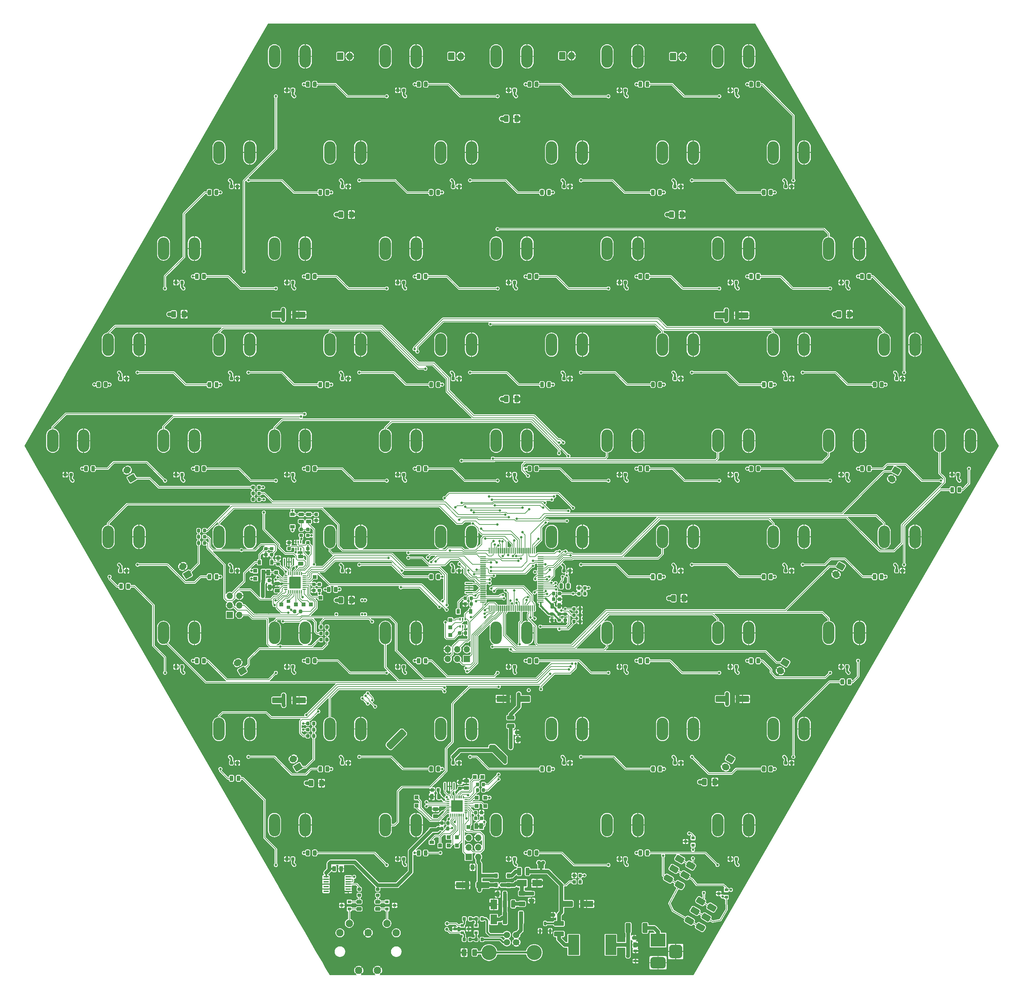
<source format=gbr>
G04 #@! TF.GenerationSoftware,KiCad,Pcbnew,(5.1.5)-3*
G04 #@! TF.CreationDate,2021-02-21T08:16:01-05:00*
G04 #@! TF.ProjectId,rainboard_newfighter,7261696e-626f-4617-9264-5f6e65776669,rev?*
G04 #@! TF.SameCoordinates,Original*
G04 #@! TF.FileFunction,Copper,L4,Bot*
G04 #@! TF.FilePolarity,Positive*
%FSLAX46Y46*%
G04 Gerber Fmt 4.6, Leading zero omitted, Abs format (unit mm)*
G04 Created by KiCad (PCBNEW (5.1.5)-3) date 2021-02-21 08:16:01*
%MOMM*%
%LPD*%
G04 APERTURE LIST*
%ADD10C,0.100000*%
%ADD11O,3.000000X6.000000*%
%ADD12R,1.500000X1.000000*%
%ADD13R,1.900000X0.400000*%
%ADD14R,0.400000X1.900000*%
%ADD15R,1.500000X1.500000*%
%ADD16R,1.450000X0.450000*%
%ADD17R,1.000000X1.000000*%
%ADD18R,0.400000X0.650000*%
%ADD19R,2.900000X5.400000*%
%ADD20R,1.000000X1.500000*%
%ADD21O,1.700000X1.700000*%
%ADD22R,1.700000X1.700000*%
%ADD23R,0.900000X1.200000*%
%ADD24R,1.200000X0.900000*%
%ADD25R,0.900000X0.800000*%
%ADD26R,2.500000X1.800000*%
%ADD27R,1.800000X2.500000*%
%ADD28R,4.000000X3.500000*%
%ADD29C,1.700000*%
%ADD30C,1.950000*%
%ADD31O,1.700000X2.000000*%
%ADD32C,4.000000*%
%ADD33C,1.700000*%
%ADD34C,0.635000*%
%ADD35C,0.800000*%
%ADD36C,0.200660*%
%ADD37C,0.508000*%
%ADD38C,0.381000*%
%ADD39C,1.016000*%
%ADD40C,0.203200*%
%ADD41C,0.200000*%
G04 APERTURE END LIST*
D10*
G36*
X8123500Y-112734500D02*
G01*
X8123500Y-112234500D01*
X7523500Y-112234500D01*
X7523500Y-112734500D01*
X8123500Y-112734500D01*
G37*
G36*
X-65626500Y-33934500D02*
G01*
X-65126500Y-33934500D01*
X-65126500Y-33334500D01*
X-65626500Y-33334500D01*
X-65626500Y-33934500D01*
G37*
G36*
X-8976500Y-101384500D02*
G01*
X-8476500Y-101384500D01*
X-8476500Y-100784500D01*
X-8976500Y-100784500D01*
X-8976500Y-101384500D01*
G37*
G04 #@! TA.AperFunction,SMDPad,CuDef*
G36*
X42834449Y-111316012D02*
G01*
X42873069Y-111323039D01*
X42910814Y-111333818D01*
X42947321Y-111348245D01*
X42982238Y-111366180D01*
X44281276Y-112116180D01*
X44314267Y-112137451D01*
X44345014Y-112161854D01*
X44373222Y-112189153D01*
X44398617Y-112219085D01*
X44420957Y-112251363D01*
X44440025Y-112285675D01*
X44455638Y-112321690D01*
X44467646Y-112359062D01*
X44475933Y-112397432D01*
X44480420Y-112436429D01*
X44481062Y-112475678D01*
X44477854Y-112514800D01*
X44470827Y-112553421D01*
X44460048Y-112591166D01*
X44445622Y-112627673D01*
X44427686Y-112662590D01*
X44027686Y-113355410D01*
X44006415Y-113388401D01*
X43982012Y-113419148D01*
X43954713Y-113447356D01*
X43924781Y-113472751D01*
X43892503Y-113495091D01*
X43858191Y-113514159D01*
X43822176Y-113529772D01*
X43784804Y-113541780D01*
X43746434Y-113550067D01*
X43707437Y-113554554D01*
X43668188Y-113555196D01*
X43629065Y-113551988D01*
X43590445Y-113544961D01*
X43552700Y-113534182D01*
X43516193Y-113519755D01*
X43481276Y-113501820D01*
X42182238Y-112751820D01*
X42149247Y-112730549D01*
X42118500Y-112706146D01*
X42090292Y-112678847D01*
X42064897Y-112648915D01*
X42042557Y-112616637D01*
X42023489Y-112582325D01*
X42007876Y-112546310D01*
X41995868Y-112508938D01*
X41987581Y-112470568D01*
X41983094Y-112431571D01*
X41982452Y-112392322D01*
X41985660Y-112353200D01*
X41992687Y-112314579D01*
X42003466Y-112276834D01*
X42017892Y-112240327D01*
X42035828Y-112205410D01*
X42435828Y-111512590D01*
X42457099Y-111479599D01*
X42481502Y-111448852D01*
X42508801Y-111420644D01*
X42538733Y-111395249D01*
X42571011Y-111372909D01*
X42605323Y-111353841D01*
X42641338Y-111338228D01*
X42678710Y-111326220D01*
X42717080Y-111317933D01*
X42756077Y-111313446D01*
X42795326Y-111312804D01*
X42834449Y-111316012D01*
G37*
G04 #@! TD.AperFunction*
G04 #@! TA.AperFunction,SMDPad,CuDef*
G36*
X45778935Y-113016012D02*
G01*
X45817555Y-113023039D01*
X45855300Y-113033818D01*
X45891807Y-113048245D01*
X45926724Y-113066180D01*
X47225762Y-113816180D01*
X47258753Y-113837451D01*
X47289500Y-113861854D01*
X47317708Y-113889153D01*
X47343103Y-113919085D01*
X47365443Y-113951363D01*
X47384511Y-113985675D01*
X47400124Y-114021690D01*
X47412132Y-114059062D01*
X47420419Y-114097432D01*
X47424906Y-114136429D01*
X47425548Y-114175678D01*
X47422340Y-114214800D01*
X47415313Y-114253421D01*
X47404534Y-114291166D01*
X47390108Y-114327673D01*
X47372172Y-114362590D01*
X46972172Y-115055410D01*
X46950901Y-115088401D01*
X46926498Y-115119148D01*
X46899199Y-115147356D01*
X46869267Y-115172751D01*
X46836989Y-115195091D01*
X46802677Y-115214159D01*
X46766662Y-115229772D01*
X46729290Y-115241780D01*
X46690920Y-115250067D01*
X46651923Y-115254554D01*
X46612674Y-115255196D01*
X46573551Y-115251988D01*
X46534931Y-115244961D01*
X46497186Y-115234182D01*
X46460679Y-115219755D01*
X46425762Y-115201820D01*
X45126724Y-114451820D01*
X45093733Y-114430549D01*
X45062986Y-114406146D01*
X45034778Y-114378847D01*
X45009383Y-114348915D01*
X44987043Y-114316637D01*
X44967975Y-114282325D01*
X44952362Y-114246310D01*
X44940354Y-114208938D01*
X44932067Y-114170568D01*
X44927580Y-114131571D01*
X44926938Y-114092322D01*
X44930146Y-114053200D01*
X44937173Y-114014579D01*
X44947952Y-113976834D01*
X44962378Y-113940327D01*
X44980314Y-113905410D01*
X45380314Y-113212590D01*
X45401585Y-113179599D01*
X45425988Y-113148852D01*
X45453287Y-113120644D01*
X45483219Y-113095249D01*
X45515497Y-113072909D01*
X45549809Y-113053841D01*
X45585824Y-113038228D01*
X45623196Y-113026220D01*
X45661566Y-113017933D01*
X45700563Y-113013446D01*
X45739812Y-113012804D01*
X45778935Y-113016012D01*
G37*
G04 #@! TD.AperFunction*
G04 #@! TA.AperFunction,SMDPad,CuDef*
G36*
X44278935Y-115614088D02*
G01*
X44317555Y-115621115D01*
X44355300Y-115631894D01*
X44391807Y-115646321D01*
X44426724Y-115664256D01*
X45725762Y-116414256D01*
X45758753Y-116435527D01*
X45789500Y-116459930D01*
X45817708Y-116487229D01*
X45843103Y-116517161D01*
X45865443Y-116549439D01*
X45884511Y-116583751D01*
X45900124Y-116619766D01*
X45912132Y-116657138D01*
X45920419Y-116695508D01*
X45924906Y-116734505D01*
X45925548Y-116773754D01*
X45922340Y-116812876D01*
X45915313Y-116851497D01*
X45904534Y-116889242D01*
X45890108Y-116925749D01*
X45872172Y-116960666D01*
X45472172Y-117653486D01*
X45450901Y-117686477D01*
X45426498Y-117717224D01*
X45399199Y-117745432D01*
X45369267Y-117770827D01*
X45336989Y-117793167D01*
X45302677Y-117812235D01*
X45266662Y-117827848D01*
X45229290Y-117839856D01*
X45190920Y-117848143D01*
X45151923Y-117852630D01*
X45112674Y-117853272D01*
X45073551Y-117850064D01*
X45034931Y-117843037D01*
X44997186Y-117832258D01*
X44960679Y-117817831D01*
X44925762Y-117799896D01*
X43626724Y-117049896D01*
X43593733Y-117028625D01*
X43562986Y-117004222D01*
X43534778Y-116976923D01*
X43509383Y-116946991D01*
X43487043Y-116914713D01*
X43467975Y-116880401D01*
X43452362Y-116844386D01*
X43440354Y-116807014D01*
X43432067Y-116768644D01*
X43427580Y-116729647D01*
X43426938Y-116690398D01*
X43430146Y-116651276D01*
X43437173Y-116612655D01*
X43447952Y-116574910D01*
X43462378Y-116538403D01*
X43480314Y-116503486D01*
X43880314Y-115810666D01*
X43901585Y-115777675D01*
X43925988Y-115746928D01*
X43953287Y-115718720D01*
X43983219Y-115693325D01*
X44015497Y-115670985D01*
X44049809Y-115651917D01*
X44085824Y-115636304D01*
X44123196Y-115624296D01*
X44161566Y-115616009D01*
X44200563Y-115611522D01*
X44239812Y-115610880D01*
X44278935Y-115614088D01*
G37*
G04 #@! TD.AperFunction*
G04 #@! TA.AperFunction,SMDPad,CuDef*
G36*
X47278935Y-110417936D02*
G01*
X47317555Y-110424963D01*
X47355300Y-110435742D01*
X47391807Y-110450169D01*
X47426724Y-110468104D01*
X48725762Y-111218104D01*
X48758753Y-111239375D01*
X48789500Y-111263778D01*
X48817708Y-111291077D01*
X48843103Y-111321009D01*
X48865443Y-111353287D01*
X48884511Y-111387599D01*
X48900124Y-111423614D01*
X48912132Y-111460986D01*
X48920419Y-111499356D01*
X48924906Y-111538353D01*
X48925548Y-111577602D01*
X48922340Y-111616724D01*
X48915313Y-111655345D01*
X48904534Y-111693090D01*
X48890108Y-111729597D01*
X48872172Y-111764514D01*
X48472172Y-112457334D01*
X48450901Y-112490325D01*
X48426498Y-112521072D01*
X48399199Y-112549280D01*
X48369267Y-112574675D01*
X48336989Y-112597015D01*
X48302677Y-112616083D01*
X48266662Y-112631696D01*
X48229290Y-112643704D01*
X48190920Y-112651991D01*
X48151923Y-112656478D01*
X48112674Y-112657120D01*
X48073551Y-112653912D01*
X48034931Y-112646885D01*
X47997186Y-112636106D01*
X47960679Y-112621679D01*
X47925762Y-112603744D01*
X46626724Y-111853744D01*
X46593733Y-111832473D01*
X46562986Y-111808070D01*
X46534778Y-111780771D01*
X46509383Y-111750839D01*
X46487043Y-111718561D01*
X46467975Y-111684249D01*
X46452362Y-111648234D01*
X46440354Y-111610862D01*
X46432067Y-111572492D01*
X46427580Y-111533495D01*
X46426938Y-111494246D01*
X46430146Y-111455124D01*
X46437173Y-111416503D01*
X46447952Y-111378758D01*
X46462378Y-111342251D01*
X46480314Y-111307334D01*
X46880314Y-110614514D01*
X46901585Y-110581523D01*
X46925988Y-110550776D01*
X46953287Y-110522568D01*
X46983219Y-110497173D01*
X47015497Y-110474833D01*
X47049809Y-110455765D01*
X47085824Y-110440152D01*
X47123196Y-110428144D01*
X47161566Y-110419857D01*
X47200563Y-110415370D01*
X47239812Y-110414728D01*
X47278935Y-110417936D01*
G37*
G04 #@! TD.AperFunction*
G04 #@! TA.AperFunction,SMDPad,CuDef*
G36*
X41334449Y-113914088D02*
G01*
X41373069Y-113921115D01*
X41410814Y-113931894D01*
X41447321Y-113946321D01*
X41482238Y-113964256D01*
X42781276Y-114714256D01*
X42814267Y-114735527D01*
X42845014Y-114759930D01*
X42873222Y-114787229D01*
X42898617Y-114817161D01*
X42920957Y-114849439D01*
X42940025Y-114883751D01*
X42955638Y-114919766D01*
X42967646Y-114957138D01*
X42975933Y-114995508D01*
X42980420Y-115034505D01*
X42981062Y-115073754D01*
X42977854Y-115112876D01*
X42970827Y-115151497D01*
X42960048Y-115189242D01*
X42945622Y-115225749D01*
X42927686Y-115260666D01*
X42527686Y-115953486D01*
X42506415Y-115986477D01*
X42482012Y-116017224D01*
X42454713Y-116045432D01*
X42424781Y-116070827D01*
X42392503Y-116093167D01*
X42358191Y-116112235D01*
X42322176Y-116127848D01*
X42284804Y-116139856D01*
X42246434Y-116148143D01*
X42207437Y-116152630D01*
X42168188Y-116153272D01*
X42129065Y-116150064D01*
X42090445Y-116143037D01*
X42052700Y-116132258D01*
X42016193Y-116117831D01*
X41981276Y-116099896D01*
X40682238Y-115349896D01*
X40649247Y-115328625D01*
X40618500Y-115304222D01*
X40590292Y-115276923D01*
X40564897Y-115246991D01*
X40542557Y-115214713D01*
X40523489Y-115180401D01*
X40507876Y-115144386D01*
X40495868Y-115107014D01*
X40487581Y-115068644D01*
X40483094Y-115029647D01*
X40482452Y-114990398D01*
X40485660Y-114951276D01*
X40492687Y-114912655D01*
X40503466Y-114874910D01*
X40517892Y-114838403D01*
X40535828Y-114803486D01*
X40935828Y-114110666D01*
X40957099Y-114077675D01*
X40981502Y-114046928D01*
X41008801Y-114018720D01*
X41038733Y-113993325D01*
X41071011Y-113970985D01*
X41105323Y-113951917D01*
X41141338Y-113936304D01*
X41178710Y-113924296D01*
X41217080Y-113916009D01*
X41256077Y-113911522D01*
X41295326Y-113910880D01*
X41334449Y-113914088D01*
G37*
G04 #@! TD.AperFunction*
G04 #@! TA.AperFunction,SMDPad,CuDef*
G36*
X44334449Y-108717936D02*
G01*
X44373069Y-108724963D01*
X44410814Y-108735742D01*
X44447321Y-108750169D01*
X44482238Y-108768104D01*
X45781276Y-109518104D01*
X45814267Y-109539375D01*
X45845014Y-109563778D01*
X45873222Y-109591077D01*
X45898617Y-109621009D01*
X45920957Y-109653287D01*
X45940025Y-109687599D01*
X45955638Y-109723614D01*
X45967646Y-109760986D01*
X45975933Y-109799356D01*
X45980420Y-109838353D01*
X45981062Y-109877602D01*
X45977854Y-109916724D01*
X45970827Y-109955345D01*
X45960048Y-109993090D01*
X45945622Y-110029597D01*
X45927686Y-110064514D01*
X45527686Y-110757334D01*
X45506415Y-110790325D01*
X45482012Y-110821072D01*
X45454713Y-110849280D01*
X45424781Y-110874675D01*
X45392503Y-110897015D01*
X45358191Y-110916083D01*
X45322176Y-110931696D01*
X45284804Y-110943704D01*
X45246434Y-110951991D01*
X45207437Y-110956478D01*
X45168188Y-110957120D01*
X45129065Y-110953912D01*
X45090445Y-110946885D01*
X45052700Y-110936106D01*
X45016193Y-110921679D01*
X44981276Y-110903744D01*
X43682238Y-110153744D01*
X43649247Y-110132473D01*
X43618500Y-110108070D01*
X43590292Y-110080771D01*
X43564897Y-110050839D01*
X43542557Y-110018561D01*
X43523489Y-109984249D01*
X43507876Y-109948234D01*
X43495868Y-109910862D01*
X43487581Y-109872492D01*
X43483094Y-109833495D01*
X43482452Y-109794246D01*
X43485660Y-109755124D01*
X43492687Y-109716503D01*
X43503466Y-109678758D01*
X43517892Y-109642251D01*
X43535828Y-109607334D01*
X43935828Y-108914514D01*
X43957099Y-108881523D01*
X43981502Y-108850776D01*
X44008801Y-108822568D01*
X44038733Y-108797173D01*
X44071011Y-108774833D01*
X44105323Y-108755765D01*
X44141338Y-108740152D01*
X44178710Y-108728144D01*
X44217080Y-108719857D01*
X44256077Y-108715370D01*
X44295326Y-108714728D01*
X44334449Y-108717936D01*
G37*
G04 #@! TD.AperFunction*
G04 #@! TA.AperFunction,SMDPad,CuDef*
G36*
X48422449Y-122492012D02*
G01*
X48461069Y-122499039D01*
X48498814Y-122509818D01*
X48535321Y-122524245D01*
X48570238Y-122542180D01*
X49869276Y-123292180D01*
X49902267Y-123313451D01*
X49933014Y-123337854D01*
X49961222Y-123365153D01*
X49986617Y-123395085D01*
X50008957Y-123427363D01*
X50028025Y-123461675D01*
X50043638Y-123497690D01*
X50055646Y-123535062D01*
X50063933Y-123573432D01*
X50068420Y-123612429D01*
X50069062Y-123651678D01*
X50065854Y-123690800D01*
X50058827Y-123729421D01*
X50048048Y-123767166D01*
X50033622Y-123803673D01*
X50015686Y-123838590D01*
X49615686Y-124531410D01*
X49594415Y-124564401D01*
X49570012Y-124595148D01*
X49542713Y-124623356D01*
X49512781Y-124648751D01*
X49480503Y-124671091D01*
X49446191Y-124690159D01*
X49410176Y-124705772D01*
X49372804Y-124717780D01*
X49334434Y-124726067D01*
X49295437Y-124730554D01*
X49256188Y-124731196D01*
X49217065Y-124727988D01*
X49178445Y-124720961D01*
X49140700Y-124710182D01*
X49104193Y-124695755D01*
X49069276Y-124677820D01*
X47770238Y-123927820D01*
X47737247Y-123906549D01*
X47706500Y-123882146D01*
X47678292Y-123854847D01*
X47652897Y-123824915D01*
X47630557Y-123792637D01*
X47611489Y-123758325D01*
X47595876Y-123722310D01*
X47583868Y-123684938D01*
X47575581Y-123646568D01*
X47571094Y-123607571D01*
X47570452Y-123568322D01*
X47573660Y-123529200D01*
X47580687Y-123490579D01*
X47591466Y-123452834D01*
X47605892Y-123416327D01*
X47623828Y-123381410D01*
X48023828Y-122688590D01*
X48045099Y-122655599D01*
X48069502Y-122624852D01*
X48096801Y-122596644D01*
X48126733Y-122571249D01*
X48159011Y-122548909D01*
X48193323Y-122529841D01*
X48229338Y-122514228D01*
X48266710Y-122502220D01*
X48305080Y-122493933D01*
X48344077Y-122489446D01*
X48383326Y-122488804D01*
X48422449Y-122492012D01*
G37*
G04 #@! TD.AperFunction*
G04 #@! TA.AperFunction,SMDPad,CuDef*
G36*
X51366935Y-124192012D02*
G01*
X51405555Y-124199039D01*
X51443300Y-124209818D01*
X51479807Y-124224245D01*
X51514724Y-124242180D01*
X52813762Y-124992180D01*
X52846753Y-125013451D01*
X52877500Y-125037854D01*
X52905708Y-125065153D01*
X52931103Y-125095085D01*
X52953443Y-125127363D01*
X52972511Y-125161675D01*
X52988124Y-125197690D01*
X53000132Y-125235062D01*
X53008419Y-125273432D01*
X53012906Y-125312429D01*
X53013548Y-125351678D01*
X53010340Y-125390800D01*
X53003313Y-125429421D01*
X52992534Y-125467166D01*
X52978108Y-125503673D01*
X52960172Y-125538590D01*
X52560172Y-126231410D01*
X52538901Y-126264401D01*
X52514498Y-126295148D01*
X52487199Y-126323356D01*
X52457267Y-126348751D01*
X52424989Y-126371091D01*
X52390677Y-126390159D01*
X52354662Y-126405772D01*
X52317290Y-126417780D01*
X52278920Y-126426067D01*
X52239923Y-126430554D01*
X52200674Y-126431196D01*
X52161551Y-126427988D01*
X52122931Y-126420961D01*
X52085186Y-126410182D01*
X52048679Y-126395755D01*
X52013762Y-126377820D01*
X50714724Y-125627820D01*
X50681733Y-125606549D01*
X50650986Y-125582146D01*
X50622778Y-125554847D01*
X50597383Y-125524915D01*
X50575043Y-125492637D01*
X50555975Y-125458325D01*
X50540362Y-125422310D01*
X50528354Y-125384938D01*
X50520067Y-125346568D01*
X50515580Y-125307571D01*
X50514938Y-125268322D01*
X50518146Y-125229200D01*
X50525173Y-125190579D01*
X50535952Y-125152834D01*
X50550378Y-125116327D01*
X50568314Y-125081410D01*
X50968314Y-124388590D01*
X50989585Y-124355599D01*
X51013988Y-124324852D01*
X51041287Y-124296644D01*
X51071219Y-124271249D01*
X51103497Y-124248909D01*
X51137809Y-124229841D01*
X51173824Y-124214228D01*
X51211196Y-124202220D01*
X51249566Y-124193933D01*
X51288563Y-124189446D01*
X51327812Y-124188804D01*
X51366935Y-124192012D01*
G37*
G04 #@! TD.AperFunction*
G04 #@! TA.AperFunction,SMDPad,CuDef*
G36*
X49866935Y-126790088D02*
G01*
X49905555Y-126797115D01*
X49943300Y-126807894D01*
X49979807Y-126822321D01*
X50014724Y-126840256D01*
X51313762Y-127590256D01*
X51346753Y-127611527D01*
X51377500Y-127635930D01*
X51405708Y-127663229D01*
X51431103Y-127693161D01*
X51453443Y-127725439D01*
X51472511Y-127759751D01*
X51488124Y-127795766D01*
X51500132Y-127833138D01*
X51508419Y-127871508D01*
X51512906Y-127910505D01*
X51513548Y-127949754D01*
X51510340Y-127988876D01*
X51503313Y-128027497D01*
X51492534Y-128065242D01*
X51478108Y-128101749D01*
X51460172Y-128136666D01*
X51060172Y-128829486D01*
X51038901Y-128862477D01*
X51014498Y-128893224D01*
X50987199Y-128921432D01*
X50957267Y-128946827D01*
X50924989Y-128969167D01*
X50890677Y-128988235D01*
X50854662Y-129003848D01*
X50817290Y-129015856D01*
X50778920Y-129024143D01*
X50739923Y-129028630D01*
X50700674Y-129029272D01*
X50661551Y-129026064D01*
X50622931Y-129019037D01*
X50585186Y-129008258D01*
X50548679Y-128993831D01*
X50513762Y-128975896D01*
X49214724Y-128225896D01*
X49181733Y-128204625D01*
X49150986Y-128180222D01*
X49122778Y-128152923D01*
X49097383Y-128122991D01*
X49075043Y-128090713D01*
X49055975Y-128056401D01*
X49040362Y-128020386D01*
X49028354Y-127983014D01*
X49020067Y-127944644D01*
X49015580Y-127905647D01*
X49014938Y-127866398D01*
X49018146Y-127827276D01*
X49025173Y-127788655D01*
X49035952Y-127750910D01*
X49050378Y-127714403D01*
X49068314Y-127679486D01*
X49468314Y-126986666D01*
X49489585Y-126953675D01*
X49513988Y-126922928D01*
X49541287Y-126894720D01*
X49571219Y-126869325D01*
X49603497Y-126846985D01*
X49637809Y-126827917D01*
X49673824Y-126812304D01*
X49711196Y-126800296D01*
X49749566Y-126792009D01*
X49788563Y-126787522D01*
X49827812Y-126786880D01*
X49866935Y-126790088D01*
G37*
G04 #@! TD.AperFunction*
G04 #@! TA.AperFunction,SMDPad,CuDef*
G36*
X52866935Y-121593936D02*
G01*
X52905555Y-121600963D01*
X52943300Y-121611742D01*
X52979807Y-121626169D01*
X53014724Y-121644104D01*
X54313762Y-122394104D01*
X54346753Y-122415375D01*
X54377500Y-122439778D01*
X54405708Y-122467077D01*
X54431103Y-122497009D01*
X54453443Y-122529287D01*
X54472511Y-122563599D01*
X54488124Y-122599614D01*
X54500132Y-122636986D01*
X54508419Y-122675356D01*
X54512906Y-122714353D01*
X54513548Y-122753602D01*
X54510340Y-122792724D01*
X54503313Y-122831345D01*
X54492534Y-122869090D01*
X54478108Y-122905597D01*
X54460172Y-122940514D01*
X54060172Y-123633334D01*
X54038901Y-123666325D01*
X54014498Y-123697072D01*
X53987199Y-123725280D01*
X53957267Y-123750675D01*
X53924989Y-123773015D01*
X53890677Y-123792083D01*
X53854662Y-123807696D01*
X53817290Y-123819704D01*
X53778920Y-123827991D01*
X53739923Y-123832478D01*
X53700674Y-123833120D01*
X53661551Y-123829912D01*
X53622931Y-123822885D01*
X53585186Y-123812106D01*
X53548679Y-123797679D01*
X53513762Y-123779744D01*
X52214724Y-123029744D01*
X52181733Y-123008473D01*
X52150986Y-122984070D01*
X52122778Y-122956771D01*
X52097383Y-122926839D01*
X52075043Y-122894561D01*
X52055975Y-122860249D01*
X52040362Y-122824234D01*
X52028354Y-122786862D01*
X52020067Y-122748492D01*
X52015580Y-122709495D01*
X52014938Y-122670246D01*
X52018146Y-122631124D01*
X52025173Y-122592503D01*
X52035952Y-122554758D01*
X52050378Y-122518251D01*
X52068314Y-122483334D01*
X52468314Y-121790514D01*
X52489585Y-121757523D01*
X52513988Y-121726776D01*
X52541287Y-121698568D01*
X52571219Y-121673173D01*
X52603497Y-121650833D01*
X52637809Y-121631765D01*
X52673824Y-121616152D01*
X52711196Y-121604144D01*
X52749566Y-121595857D01*
X52788563Y-121591370D01*
X52827812Y-121590728D01*
X52866935Y-121593936D01*
G37*
G04 #@! TD.AperFunction*
G04 #@! TA.AperFunction,SMDPad,CuDef*
G36*
X46922449Y-125090088D02*
G01*
X46961069Y-125097115D01*
X46998814Y-125107894D01*
X47035321Y-125122321D01*
X47070238Y-125140256D01*
X48369276Y-125890256D01*
X48402267Y-125911527D01*
X48433014Y-125935930D01*
X48461222Y-125963229D01*
X48486617Y-125993161D01*
X48508957Y-126025439D01*
X48528025Y-126059751D01*
X48543638Y-126095766D01*
X48555646Y-126133138D01*
X48563933Y-126171508D01*
X48568420Y-126210505D01*
X48569062Y-126249754D01*
X48565854Y-126288876D01*
X48558827Y-126327497D01*
X48548048Y-126365242D01*
X48533622Y-126401749D01*
X48515686Y-126436666D01*
X48115686Y-127129486D01*
X48094415Y-127162477D01*
X48070012Y-127193224D01*
X48042713Y-127221432D01*
X48012781Y-127246827D01*
X47980503Y-127269167D01*
X47946191Y-127288235D01*
X47910176Y-127303848D01*
X47872804Y-127315856D01*
X47834434Y-127324143D01*
X47795437Y-127328630D01*
X47756188Y-127329272D01*
X47717065Y-127326064D01*
X47678445Y-127319037D01*
X47640700Y-127308258D01*
X47604193Y-127293831D01*
X47569276Y-127275896D01*
X46270238Y-126525896D01*
X46237247Y-126504625D01*
X46206500Y-126480222D01*
X46178292Y-126452923D01*
X46152897Y-126422991D01*
X46130557Y-126390713D01*
X46111489Y-126356401D01*
X46095876Y-126320386D01*
X46083868Y-126283014D01*
X46075581Y-126244644D01*
X46071094Y-126205647D01*
X46070452Y-126166398D01*
X46073660Y-126127276D01*
X46080687Y-126088655D01*
X46091466Y-126050910D01*
X46105892Y-126014403D01*
X46123828Y-125979486D01*
X46523828Y-125286666D01*
X46545099Y-125253675D01*
X46569502Y-125222928D01*
X46596801Y-125194720D01*
X46626733Y-125169325D01*
X46659011Y-125146985D01*
X46693323Y-125127917D01*
X46729338Y-125112304D01*
X46766710Y-125100296D01*
X46805080Y-125092009D01*
X46844077Y-125087522D01*
X46883326Y-125086880D01*
X46922449Y-125090088D01*
G37*
G04 #@! TD.AperFunction*
G04 #@! TA.AperFunction,SMDPad,CuDef*
G36*
X49922449Y-119893936D02*
G01*
X49961069Y-119900963D01*
X49998814Y-119911742D01*
X50035321Y-119926169D01*
X50070238Y-119944104D01*
X51369276Y-120694104D01*
X51402267Y-120715375D01*
X51433014Y-120739778D01*
X51461222Y-120767077D01*
X51486617Y-120797009D01*
X51508957Y-120829287D01*
X51528025Y-120863599D01*
X51543638Y-120899614D01*
X51555646Y-120936986D01*
X51563933Y-120975356D01*
X51568420Y-121014353D01*
X51569062Y-121053602D01*
X51565854Y-121092724D01*
X51558827Y-121131345D01*
X51548048Y-121169090D01*
X51533622Y-121205597D01*
X51515686Y-121240514D01*
X51115686Y-121933334D01*
X51094415Y-121966325D01*
X51070012Y-121997072D01*
X51042713Y-122025280D01*
X51012781Y-122050675D01*
X50980503Y-122073015D01*
X50946191Y-122092083D01*
X50910176Y-122107696D01*
X50872804Y-122119704D01*
X50834434Y-122127991D01*
X50795437Y-122132478D01*
X50756188Y-122133120D01*
X50717065Y-122129912D01*
X50678445Y-122122885D01*
X50640700Y-122112106D01*
X50604193Y-122097679D01*
X50569276Y-122079744D01*
X49270238Y-121329744D01*
X49237247Y-121308473D01*
X49206500Y-121284070D01*
X49178292Y-121256771D01*
X49152897Y-121226839D01*
X49130557Y-121194561D01*
X49111489Y-121160249D01*
X49095876Y-121124234D01*
X49083868Y-121086862D01*
X49075581Y-121048492D01*
X49071094Y-121009495D01*
X49070452Y-120970246D01*
X49073660Y-120931124D01*
X49080687Y-120892503D01*
X49091466Y-120854758D01*
X49105892Y-120818251D01*
X49123828Y-120783334D01*
X49523828Y-120090514D01*
X49545099Y-120057523D01*
X49569502Y-120026776D01*
X49596801Y-119998568D01*
X49626733Y-119973173D01*
X49659011Y-119950833D01*
X49693323Y-119931765D01*
X49729338Y-119916152D01*
X49766710Y-119904144D01*
X49805080Y-119895857D01*
X49844077Y-119891370D01*
X49883326Y-119890728D01*
X49922449Y-119893936D01*
G37*
G04 #@! TD.AperFunction*
D11*
X-33596800Y-100780000D03*
X-25396800Y-100780000D03*
X-4100000Y-100780000D03*
X4100000Y-100780000D03*
X25396800Y-100780000D03*
X33596800Y-100780000D03*
X54893700Y-100780000D03*
X63093700Y-100780000D03*
X-48345200Y-75235000D03*
X-40145200Y-75235000D03*
X25396800Y52490000D03*
X33596800Y52490000D03*
X-4100000Y52490000D03*
X4100000Y52490000D03*
X-33596800Y52490000D03*
X-25396800Y52490000D03*
X-63093700Y52490000D03*
X-54893700Y52490000D03*
X-92590500Y52490000D03*
X-84390500Y52490000D03*
X69642100Y78035000D03*
X77842100Y78035000D03*
X40145200Y78035000D03*
X48345200Y78035000D03*
X10648400Y78035000D03*
X18848400Y78035000D03*
X-18848400Y78035000D03*
X-10648400Y78035000D03*
X-48345200Y78035000D03*
X-40145200Y78035000D03*
X-77842100Y78035000D03*
X-69642100Y78035000D03*
X54893700Y103580000D03*
X63093700Y103580000D03*
X-63093700Y-100780000D03*
X-54893700Y-100780000D03*
X69642100Y-75235000D03*
X77842100Y-75235000D03*
X40173500Y-75235000D03*
X48373500Y-75235000D03*
X10648400Y-75235000D03*
X18848400Y-75235000D03*
X-18848400Y-75235000D03*
X-10648400Y-75235000D03*
X-77842100Y-75235000D03*
X-69642100Y-75235000D03*
X84390500Y-49690000D03*
X92590500Y-49690000D03*
X54893700Y-49690000D03*
X63093700Y-49690000D03*
X25396800Y-49690000D03*
X33596800Y-49690000D03*
X-4100000Y-49690000D03*
X4100000Y-49690000D03*
X-33596800Y-49690000D03*
X-25396800Y-49690000D03*
X-63093700Y-49690000D03*
X-54893700Y-49690000D03*
X-92590500Y-49690000D03*
X-84390500Y-49690000D03*
X99139000Y-24145000D03*
X107339000Y-24145000D03*
X69642100Y-24145000D03*
X77842100Y-24145000D03*
X40145200Y-24145000D03*
X48345200Y-24145000D03*
X10648400Y-24145000D03*
X18848400Y-24145000D03*
X-18848400Y-24145000D03*
X-10648400Y-24145000D03*
X-48345200Y-24145000D03*
X-40145200Y-24145000D03*
X-77842100Y-24145000D03*
X-69642100Y-24145000D03*
X-107339000Y-24145000D03*
X-99139000Y-24145000D03*
X113887000Y1400000D03*
X122087000Y1400000D03*
X84390500Y1400000D03*
X92590500Y1400000D03*
X54893700Y1400000D03*
X63093700Y1400000D03*
X25396800Y1400000D03*
X33596800Y1400000D03*
X-4100000Y1400000D03*
X4100000Y1400000D03*
X-33596800Y1400000D03*
X-25396800Y1400000D03*
X-63093700Y1400000D03*
X-54893700Y1400000D03*
X-92590500Y1400000D03*
X-84390500Y1400000D03*
X-122087000Y1400000D03*
X-113887000Y1400000D03*
X99139000Y26945000D03*
X107339000Y26945000D03*
X69642100Y26945000D03*
X77842100Y26945000D03*
X40145200Y26945000D03*
X48345200Y26945000D03*
X10648400Y26945000D03*
X18848400Y26945000D03*
X-18848400Y26945000D03*
X-10648400Y26945000D03*
X-48345200Y26945000D03*
X-40145200Y26945000D03*
X-77842100Y26945000D03*
X-69642100Y26945000D03*
X-107339000Y26945000D03*
X-99139000Y26945000D03*
X84390500Y52490000D03*
X92590500Y52490000D03*
X54893700Y52490000D03*
X63093700Y52490000D03*
X25396800Y103580000D03*
X33596800Y103580000D03*
X-4100000Y103580000D03*
X4100000Y103580000D03*
X-33596800Y103580000D03*
X-25396800Y103580000D03*
X-63093700Y103580000D03*
X-54893700Y103580000D03*
G04 #@! TA.AperFunction,SMDPad,CuDef*
D10*
G36*
X9089163Y-126425271D02*
G01*
X9104697Y-126427575D01*
X9119930Y-126431390D01*
X9134716Y-126436681D01*
X9148912Y-126443395D01*
X9162381Y-126451469D01*
X9174995Y-126460823D01*
X9186631Y-126471369D01*
X9197177Y-126483005D01*
X9206531Y-126495619D01*
X9214605Y-126509088D01*
X9221319Y-126523284D01*
X9226610Y-126538070D01*
X9230425Y-126553303D01*
X9232729Y-126568837D01*
X9233500Y-126584522D01*
X9233500Y-127274478D01*
X9232729Y-127290163D01*
X9230425Y-127305697D01*
X9226610Y-127320930D01*
X9221319Y-127335716D01*
X9214605Y-127349912D01*
X9206531Y-127363381D01*
X9197177Y-127375995D01*
X9186631Y-127387631D01*
X9174995Y-127398177D01*
X9162381Y-127407531D01*
X9148912Y-127415605D01*
X9134716Y-127422319D01*
X9119930Y-127427610D01*
X9104697Y-127431425D01*
X9089163Y-127433729D01*
X9073478Y-127434500D01*
X8773522Y-127434500D01*
X8757837Y-127433729D01*
X8742303Y-127431425D01*
X8727070Y-127427610D01*
X8712284Y-127422319D01*
X8698088Y-127415605D01*
X8684619Y-127407531D01*
X8672005Y-127398177D01*
X8660369Y-127387631D01*
X8649823Y-127375995D01*
X8640469Y-127363381D01*
X8632395Y-127349912D01*
X8625681Y-127335716D01*
X8620390Y-127320930D01*
X8616575Y-127305697D01*
X8614271Y-127290163D01*
X8613500Y-127274478D01*
X8613500Y-126584522D01*
X8614271Y-126568837D01*
X8616575Y-126553303D01*
X8620390Y-126538070D01*
X8625681Y-126523284D01*
X8632395Y-126509088D01*
X8640469Y-126495619D01*
X8649823Y-126483005D01*
X8660369Y-126471369D01*
X8672005Y-126460823D01*
X8684619Y-126451469D01*
X8698088Y-126443395D01*
X8712284Y-126436681D01*
X8727070Y-126431390D01*
X8742303Y-126427575D01*
X8757837Y-126425271D01*
X8773522Y-126424500D01*
X9073478Y-126424500D01*
X9089163Y-126425271D01*
G37*
G04 #@! TD.AperFunction*
G04 #@! TA.AperFunction,SMDPad,CuDef*
G36*
X7739163Y-128435271D02*
G01*
X7754697Y-128437575D01*
X7769930Y-128441390D01*
X7784716Y-128446681D01*
X7798912Y-128453395D01*
X7812381Y-128461469D01*
X7824995Y-128470823D01*
X7836631Y-128481369D01*
X7847177Y-128493005D01*
X7856531Y-128505619D01*
X7864605Y-128519088D01*
X7871319Y-128533284D01*
X7876610Y-128548070D01*
X7880425Y-128563303D01*
X7882729Y-128578837D01*
X7883500Y-128594522D01*
X7883500Y-129284478D01*
X7882729Y-129300163D01*
X7880425Y-129315697D01*
X7876610Y-129330930D01*
X7871319Y-129345716D01*
X7864605Y-129359912D01*
X7856531Y-129373381D01*
X7847177Y-129385995D01*
X7836631Y-129397631D01*
X7824995Y-129408177D01*
X7812381Y-129417531D01*
X7798912Y-129425605D01*
X7784716Y-129432319D01*
X7769930Y-129437610D01*
X7754697Y-129441425D01*
X7739163Y-129443729D01*
X7723478Y-129444500D01*
X7423522Y-129444500D01*
X7407837Y-129443729D01*
X7392303Y-129441425D01*
X7377070Y-129437610D01*
X7362284Y-129432319D01*
X7348088Y-129425605D01*
X7334619Y-129417531D01*
X7322005Y-129408177D01*
X7310369Y-129397631D01*
X7299823Y-129385995D01*
X7290469Y-129373381D01*
X7282395Y-129359912D01*
X7275681Y-129345716D01*
X7270390Y-129330930D01*
X7266575Y-129315697D01*
X7264271Y-129300163D01*
X7263500Y-129284478D01*
X7263500Y-128594522D01*
X7264271Y-128578837D01*
X7266575Y-128563303D01*
X7270390Y-128548070D01*
X7275681Y-128533284D01*
X7282395Y-128519088D01*
X7290469Y-128505619D01*
X7299823Y-128493005D01*
X7310369Y-128481369D01*
X7322005Y-128470823D01*
X7334619Y-128461469D01*
X7348088Y-128453395D01*
X7362284Y-128446681D01*
X7377070Y-128441390D01*
X7392303Y-128437575D01*
X7407837Y-128435271D01*
X7423522Y-128434500D01*
X7723478Y-128434500D01*
X7739163Y-128435271D01*
G37*
G04 #@! TD.AperFunction*
G04 #@! TA.AperFunction,SMDPad,CuDef*
G36*
X10439163Y-128435271D02*
G01*
X10454697Y-128437575D01*
X10469930Y-128441390D01*
X10484716Y-128446681D01*
X10498912Y-128453395D01*
X10512381Y-128461469D01*
X10524995Y-128470823D01*
X10536631Y-128481369D01*
X10547177Y-128493005D01*
X10556531Y-128505619D01*
X10564605Y-128519088D01*
X10571319Y-128533284D01*
X10576610Y-128548070D01*
X10580425Y-128563303D01*
X10582729Y-128578837D01*
X10583500Y-128594522D01*
X10583500Y-129284478D01*
X10582729Y-129300163D01*
X10580425Y-129315697D01*
X10576610Y-129330930D01*
X10571319Y-129345716D01*
X10564605Y-129359912D01*
X10556531Y-129373381D01*
X10547177Y-129385995D01*
X10536631Y-129397631D01*
X10524995Y-129408177D01*
X10512381Y-129417531D01*
X10498912Y-129425605D01*
X10484716Y-129432319D01*
X10469930Y-129437610D01*
X10454697Y-129441425D01*
X10439163Y-129443729D01*
X10423478Y-129444500D01*
X10123522Y-129444500D01*
X10107837Y-129443729D01*
X10092303Y-129441425D01*
X10077070Y-129437610D01*
X10062284Y-129432319D01*
X10048088Y-129425605D01*
X10034619Y-129417531D01*
X10022005Y-129408177D01*
X10010369Y-129397631D01*
X9999823Y-129385995D01*
X9990469Y-129373381D01*
X9982395Y-129359912D01*
X9975681Y-129345716D01*
X9970390Y-129330930D01*
X9966575Y-129315697D01*
X9964271Y-129300163D01*
X9963500Y-129284478D01*
X9963500Y-128594522D01*
X9964271Y-128578837D01*
X9966575Y-128563303D01*
X9970390Y-128548070D01*
X9975681Y-128533284D01*
X9982395Y-128519088D01*
X9990469Y-128505619D01*
X9999823Y-128493005D01*
X10010369Y-128481369D01*
X10022005Y-128470823D01*
X10034619Y-128461469D01*
X10048088Y-128453395D01*
X10062284Y-128446681D01*
X10077070Y-128441390D01*
X10092303Y-128437575D01*
X10107837Y-128435271D01*
X10123522Y-128434500D01*
X10423478Y-128434500D01*
X10439163Y-128435271D01*
G37*
G04 #@! TD.AperFunction*
G04 #@! TA.AperFunction,SMDPad,CuDef*
G36*
X62759504Y35543796D02*
G01*
X62783773Y35540196D01*
X62807571Y35534235D01*
X62830671Y35525970D01*
X62852849Y35515480D01*
X62873893Y35502867D01*
X62893598Y35488253D01*
X62911777Y35471777D01*
X62928253Y35453598D01*
X62942867Y35433893D01*
X62955480Y35412849D01*
X62965970Y35390671D01*
X62974235Y35367571D01*
X62980196Y35343773D01*
X62983796Y35319504D01*
X62985000Y35295000D01*
X62985000Y34195000D01*
X62983796Y34170496D01*
X62980196Y34146227D01*
X62974235Y34122429D01*
X62965970Y34099329D01*
X62955480Y34077151D01*
X62942867Y34056107D01*
X62928253Y34036402D01*
X62911777Y34018223D01*
X62893598Y34001747D01*
X62873893Y33987133D01*
X62852849Y33974520D01*
X62830671Y33964030D01*
X62807571Y33955765D01*
X62783773Y33949804D01*
X62759504Y33946204D01*
X62735000Y33945000D01*
X59735000Y33945000D01*
X59710496Y33946204D01*
X59686227Y33949804D01*
X59662429Y33955765D01*
X59639329Y33964030D01*
X59617151Y33974520D01*
X59596107Y33987133D01*
X59576402Y34001747D01*
X59558223Y34018223D01*
X59541747Y34036402D01*
X59527133Y34056107D01*
X59514520Y34077151D01*
X59504030Y34099329D01*
X59495765Y34122429D01*
X59489804Y34146227D01*
X59486204Y34170496D01*
X59485000Y34195000D01*
X59485000Y35295000D01*
X59486204Y35319504D01*
X59489804Y35343773D01*
X59495765Y35367571D01*
X59504030Y35390671D01*
X59514520Y35412849D01*
X59527133Y35433893D01*
X59541747Y35453598D01*
X59558223Y35471777D01*
X59576402Y35488253D01*
X59596107Y35502867D01*
X59617151Y35515480D01*
X59639329Y35525970D01*
X59662429Y35534235D01*
X59686227Y35540196D01*
X59710496Y35543796D01*
X59735000Y35545000D01*
X62735000Y35545000D01*
X62759504Y35543796D01*
G37*
G04 #@! TD.AperFunction*
G04 #@! TA.AperFunction,SMDPad,CuDef*
G36*
X57359504Y35543796D02*
G01*
X57383773Y35540196D01*
X57407571Y35534235D01*
X57430671Y35525970D01*
X57452849Y35515480D01*
X57473893Y35502867D01*
X57493598Y35488253D01*
X57511777Y35471777D01*
X57528253Y35453598D01*
X57542867Y35433893D01*
X57555480Y35412849D01*
X57565970Y35390671D01*
X57574235Y35367571D01*
X57580196Y35343773D01*
X57583796Y35319504D01*
X57585000Y35295000D01*
X57585000Y34195000D01*
X57583796Y34170496D01*
X57580196Y34146227D01*
X57574235Y34122429D01*
X57565970Y34099329D01*
X57555480Y34077151D01*
X57542867Y34056107D01*
X57528253Y34036402D01*
X57511777Y34018223D01*
X57493598Y34001747D01*
X57473893Y33987133D01*
X57452849Y33974520D01*
X57430671Y33964030D01*
X57407571Y33955765D01*
X57383773Y33949804D01*
X57359504Y33946204D01*
X57335000Y33945000D01*
X54335000Y33945000D01*
X54310496Y33946204D01*
X54286227Y33949804D01*
X54262429Y33955765D01*
X54239329Y33964030D01*
X54217151Y33974520D01*
X54196107Y33987133D01*
X54176402Y34001747D01*
X54158223Y34018223D01*
X54141747Y34036402D01*
X54127133Y34056107D01*
X54114520Y34077151D01*
X54104030Y34099329D01*
X54095765Y34122429D01*
X54089804Y34146227D01*
X54086204Y34170496D01*
X54085000Y34195000D01*
X54085000Y35295000D01*
X54086204Y35319504D01*
X54089804Y35343773D01*
X54095765Y35367571D01*
X54104030Y35390671D01*
X54114520Y35412849D01*
X54127133Y35433893D01*
X54141747Y35453598D01*
X54158223Y35471777D01*
X54176402Y35488253D01*
X54196107Y35502867D01*
X54217151Y35515480D01*
X54239329Y35525970D01*
X54262429Y35534235D01*
X54286227Y35540196D01*
X54310496Y35543796D01*
X54335000Y35545000D01*
X57335000Y35545000D01*
X57359504Y35543796D01*
G37*
G04 #@! TD.AperFunction*
G04 #@! TA.AperFunction,SMDPad,CuDef*
G36*
X-55020496Y-66811204D02*
G01*
X-54996227Y-66814804D01*
X-54972429Y-66820765D01*
X-54949329Y-66829030D01*
X-54927151Y-66839520D01*
X-54906107Y-66852133D01*
X-54886402Y-66866747D01*
X-54868223Y-66883223D01*
X-54851747Y-66901402D01*
X-54837133Y-66921107D01*
X-54824520Y-66942151D01*
X-54814030Y-66964329D01*
X-54805765Y-66987429D01*
X-54799804Y-67011227D01*
X-54796204Y-67035496D01*
X-54795000Y-67060000D01*
X-54795000Y-68160000D01*
X-54796204Y-68184504D01*
X-54799804Y-68208773D01*
X-54805765Y-68232571D01*
X-54814030Y-68255671D01*
X-54824520Y-68277849D01*
X-54837133Y-68298893D01*
X-54851747Y-68318598D01*
X-54868223Y-68336777D01*
X-54886402Y-68353253D01*
X-54906107Y-68367867D01*
X-54927151Y-68380480D01*
X-54949329Y-68390970D01*
X-54972429Y-68399235D01*
X-54996227Y-68405196D01*
X-55020496Y-68408796D01*
X-55045000Y-68410000D01*
X-58045000Y-68410000D01*
X-58069504Y-68408796D01*
X-58093773Y-68405196D01*
X-58117571Y-68399235D01*
X-58140671Y-68390970D01*
X-58162849Y-68380480D01*
X-58183893Y-68367867D01*
X-58203598Y-68353253D01*
X-58221777Y-68336777D01*
X-58238253Y-68318598D01*
X-58252867Y-68298893D01*
X-58265480Y-68277849D01*
X-58275970Y-68255671D01*
X-58284235Y-68232571D01*
X-58290196Y-68208773D01*
X-58293796Y-68184504D01*
X-58295000Y-68160000D01*
X-58295000Y-67060000D01*
X-58293796Y-67035496D01*
X-58290196Y-67011227D01*
X-58284235Y-66987429D01*
X-58275970Y-66964329D01*
X-58265480Y-66942151D01*
X-58252867Y-66921107D01*
X-58238253Y-66901402D01*
X-58221777Y-66883223D01*
X-58203598Y-66866747D01*
X-58183893Y-66852133D01*
X-58162849Y-66839520D01*
X-58140671Y-66829030D01*
X-58117571Y-66820765D01*
X-58093773Y-66814804D01*
X-58069504Y-66811204D01*
X-58045000Y-66810000D01*
X-55045000Y-66810000D01*
X-55020496Y-66811204D01*
G37*
G04 #@! TD.AperFunction*
G04 #@! TA.AperFunction,SMDPad,CuDef*
G36*
X-60420496Y-66811204D02*
G01*
X-60396227Y-66814804D01*
X-60372429Y-66820765D01*
X-60349329Y-66829030D01*
X-60327151Y-66839520D01*
X-60306107Y-66852133D01*
X-60286402Y-66866747D01*
X-60268223Y-66883223D01*
X-60251747Y-66901402D01*
X-60237133Y-66921107D01*
X-60224520Y-66942151D01*
X-60214030Y-66964329D01*
X-60205765Y-66987429D01*
X-60199804Y-67011227D01*
X-60196204Y-67035496D01*
X-60195000Y-67060000D01*
X-60195000Y-68160000D01*
X-60196204Y-68184504D01*
X-60199804Y-68208773D01*
X-60205765Y-68232571D01*
X-60214030Y-68255671D01*
X-60224520Y-68277849D01*
X-60237133Y-68298893D01*
X-60251747Y-68318598D01*
X-60268223Y-68336777D01*
X-60286402Y-68353253D01*
X-60306107Y-68367867D01*
X-60327151Y-68380480D01*
X-60349329Y-68390970D01*
X-60372429Y-68399235D01*
X-60396227Y-68405196D01*
X-60420496Y-68408796D01*
X-60445000Y-68410000D01*
X-63445000Y-68410000D01*
X-63469504Y-68408796D01*
X-63493773Y-68405196D01*
X-63517571Y-68399235D01*
X-63540671Y-68390970D01*
X-63562849Y-68380480D01*
X-63583893Y-68367867D01*
X-63603598Y-68353253D01*
X-63621777Y-68336777D01*
X-63638253Y-68318598D01*
X-63652867Y-68298893D01*
X-63665480Y-68277849D01*
X-63675970Y-68255671D01*
X-63684235Y-68232571D01*
X-63690196Y-68208773D01*
X-63693796Y-68184504D01*
X-63695000Y-68160000D01*
X-63695000Y-67060000D01*
X-63693796Y-67035496D01*
X-63690196Y-67011227D01*
X-63684235Y-66987429D01*
X-63675970Y-66964329D01*
X-63665480Y-66942151D01*
X-63652867Y-66921107D01*
X-63638253Y-66901402D01*
X-63621777Y-66883223D01*
X-63603598Y-66866747D01*
X-63583893Y-66852133D01*
X-63562849Y-66839520D01*
X-63540671Y-66829030D01*
X-63517571Y-66820765D01*
X-63493773Y-66814804D01*
X-63469504Y-66811204D01*
X-63445000Y-66810000D01*
X-60445000Y-66810000D01*
X-60420496Y-66811204D01*
G37*
G04 #@! TD.AperFunction*
G04 #@! TA.AperFunction,SMDPad,CuDef*
G36*
X62979504Y-66461204D02*
G01*
X63003773Y-66464804D01*
X63027571Y-66470765D01*
X63050671Y-66479030D01*
X63072849Y-66489520D01*
X63093893Y-66502133D01*
X63113598Y-66516747D01*
X63131777Y-66533223D01*
X63148253Y-66551402D01*
X63162867Y-66571107D01*
X63175480Y-66592151D01*
X63185970Y-66614329D01*
X63194235Y-66637429D01*
X63200196Y-66661227D01*
X63203796Y-66685496D01*
X63205000Y-66710000D01*
X63205000Y-67810000D01*
X63203796Y-67834504D01*
X63200196Y-67858773D01*
X63194235Y-67882571D01*
X63185970Y-67905671D01*
X63175480Y-67927849D01*
X63162867Y-67948893D01*
X63148253Y-67968598D01*
X63131777Y-67986777D01*
X63113598Y-68003253D01*
X63093893Y-68017867D01*
X63072849Y-68030480D01*
X63050671Y-68040970D01*
X63027571Y-68049235D01*
X63003773Y-68055196D01*
X62979504Y-68058796D01*
X62955000Y-68060000D01*
X59955000Y-68060000D01*
X59930496Y-68058796D01*
X59906227Y-68055196D01*
X59882429Y-68049235D01*
X59859329Y-68040970D01*
X59837151Y-68030480D01*
X59816107Y-68017867D01*
X59796402Y-68003253D01*
X59778223Y-67986777D01*
X59761747Y-67968598D01*
X59747133Y-67948893D01*
X59734520Y-67927849D01*
X59724030Y-67905671D01*
X59715765Y-67882571D01*
X59709804Y-67858773D01*
X59706204Y-67834504D01*
X59705000Y-67810000D01*
X59705000Y-66710000D01*
X59706204Y-66685496D01*
X59709804Y-66661227D01*
X59715765Y-66637429D01*
X59724030Y-66614329D01*
X59734520Y-66592151D01*
X59747133Y-66571107D01*
X59761747Y-66551402D01*
X59778223Y-66533223D01*
X59796402Y-66516747D01*
X59816107Y-66502133D01*
X59837151Y-66489520D01*
X59859329Y-66479030D01*
X59882429Y-66470765D01*
X59906227Y-66464804D01*
X59930496Y-66461204D01*
X59955000Y-66460000D01*
X62955000Y-66460000D01*
X62979504Y-66461204D01*
G37*
G04 #@! TD.AperFunction*
G04 #@! TA.AperFunction,SMDPad,CuDef*
G36*
X57579504Y-66461204D02*
G01*
X57603773Y-66464804D01*
X57627571Y-66470765D01*
X57650671Y-66479030D01*
X57672849Y-66489520D01*
X57693893Y-66502133D01*
X57713598Y-66516747D01*
X57731777Y-66533223D01*
X57748253Y-66551402D01*
X57762867Y-66571107D01*
X57775480Y-66592151D01*
X57785970Y-66614329D01*
X57794235Y-66637429D01*
X57800196Y-66661227D01*
X57803796Y-66685496D01*
X57805000Y-66710000D01*
X57805000Y-67810000D01*
X57803796Y-67834504D01*
X57800196Y-67858773D01*
X57794235Y-67882571D01*
X57785970Y-67905671D01*
X57775480Y-67927849D01*
X57762867Y-67948893D01*
X57748253Y-67968598D01*
X57731777Y-67986777D01*
X57713598Y-68003253D01*
X57693893Y-68017867D01*
X57672849Y-68030480D01*
X57650671Y-68040970D01*
X57627571Y-68049235D01*
X57603773Y-68055196D01*
X57579504Y-68058796D01*
X57555000Y-68060000D01*
X54555000Y-68060000D01*
X54530496Y-68058796D01*
X54506227Y-68055196D01*
X54482429Y-68049235D01*
X54459329Y-68040970D01*
X54437151Y-68030480D01*
X54416107Y-68017867D01*
X54396402Y-68003253D01*
X54378223Y-67986777D01*
X54361747Y-67968598D01*
X54347133Y-67948893D01*
X54334520Y-67927849D01*
X54324030Y-67905671D01*
X54315765Y-67882571D01*
X54309804Y-67858773D01*
X54306204Y-67834504D01*
X54305000Y-67810000D01*
X54305000Y-66710000D01*
X54306204Y-66685496D01*
X54309804Y-66661227D01*
X54315765Y-66637429D01*
X54324030Y-66614329D01*
X54334520Y-66592151D01*
X54347133Y-66571107D01*
X54361747Y-66551402D01*
X54378223Y-66533223D01*
X54396402Y-66516747D01*
X54416107Y-66502133D01*
X54437151Y-66489520D01*
X54459329Y-66479030D01*
X54482429Y-66470765D01*
X54506227Y-66464804D01*
X54530496Y-66461204D01*
X54555000Y-66460000D01*
X57555000Y-66460000D01*
X57579504Y-66461204D01*
G37*
G04 #@! TD.AperFunction*
G04 #@! TA.AperFunction,SMDPad,CuDef*
G36*
X-55100496Y35688796D02*
G01*
X-55076227Y35685196D01*
X-55052429Y35679235D01*
X-55029329Y35670970D01*
X-55007151Y35660480D01*
X-54986107Y35647867D01*
X-54966402Y35633253D01*
X-54948223Y35616777D01*
X-54931747Y35598598D01*
X-54917133Y35578893D01*
X-54904520Y35557849D01*
X-54894030Y35535671D01*
X-54885765Y35512571D01*
X-54879804Y35488773D01*
X-54876204Y35464504D01*
X-54875000Y35440000D01*
X-54875000Y34340000D01*
X-54876204Y34315496D01*
X-54879804Y34291227D01*
X-54885765Y34267429D01*
X-54894030Y34244329D01*
X-54904520Y34222151D01*
X-54917133Y34201107D01*
X-54931747Y34181402D01*
X-54948223Y34163223D01*
X-54966402Y34146747D01*
X-54986107Y34132133D01*
X-55007151Y34119520D01*
X-55029329Y34109030D01*
X-55052429Y34100765D01*
X-55076227Y34094804D01*
X-55100496Y34091204D01*
X-55125000Y34090000D01*
X-58125000Y34090000D01*
X-58149504Y34091204D01*
X-58173773Y34094804D01*
X-58197571Y34100765D01*
X-58220671Y34109030D01*
X-58242849Y34119520D01*
X-58263893Y34132133D01*
X-58283598Y34146747D01*
X-58301777Y34163223D01*
X-58318253Y34181402D01*
X-58332867Y34201107D01*
X-58345480Y34222151D01*
X-58355970Y34244329D01*
X-58364235Y34267429D01*
X-58370196Y34291227D01*
X-58373796Y34315496D01*
X-58375000Y34340000D01*
X-58375000Y35440000D01*
X-58373796Y35464504D01*
X-58370196Y35488773D01*
X-58364235Y35512571D01*
X-58355970Y35535671D01*
X-58345480Y35557849D01*
X-58332867Y35578893D01*
X-58318253Y35598598D01*
X-58301777Y35616777D01*
X-58283598Y35633253D01*
X-58263893Y35647867D01*
X-58242849Y35660480D01*
X-58220671Y35670970D01*
X-58197571Y35679235D01*
X-58173773Y35685196D01*
X-58149504Y35688796D01*
X-58125000Y35690000D01*
X-55125000Y35690000D01*
X-55100496Y35688796D01*
G37*
G04 #@! TD.AperFunction*
G04 #@! TA.AperFunction,SMDPad,CuDef*
G36*
X-60500496Y35688796D02*
G01*
X-60476227Y35685196D01*
X-60452429Y35679235D01*
X-60429329Y35670970D01*
X-60407151Y35660480D01*
X-60386107Y35647867D01*
X-60366402Y35633253D01*
X-60348223Y35616777D01*
X-60331747Y35598598D01*
X-60317133Y35578893D01*
X-60304520Y35557849D01*
X-60294030Y35535671D01*
X-60285765Y35512571D01*
X-60279804Y35488773D01*
X-60276204Y35464504D01*
X-60275000Y35440000D01*
X-60275000Y34340000D01*
X-60276204Y34315496D01*
X-60279804Y34291227D01*
X-60285765Y34267429D01*
X-60294030Y34244329D01*
X-60304520Y34222151D01*
X-60317133Y34201107D01*
X-60331747Y34181402D01*
X-60348223Y34163223D01*
X-60366402Y34146747D01*
X-60386107Y34132133D01*
X-60407151Y34119520D01*
X-60429329Y34109030D01*
X-60452429Y34100765D01*
X-60476227Y34094804D01*
X-60500496Y34091204D01*
X-60525000Y34090000D01*
X-63525000Y34090000D01*
X-63549504Y34091204D01*
X-63573773Y34094804D01*
X-63597571Y34100765D01*
X-63620671Y34109030D01*
X-63642849Y34119520D01*
X-63663893Y34132133D01*
X-63683598Y34146747D01*
X-63701777Y34163223D01*
X-63718253Y34181402D01*
X-63732867Y34201107D01*
X-63745480Y34222151D01*
X-63755970Y34244329D01*
X-63764235Y34267429D01*
X-63770196Y34291227D01*
X-63773796Y34315496D01*
X-63775000Y34340000D01*
X-63775000Y35440000D01*
X-63773796Y35464504D01*
X-63770196Y35488773D01*
X-63764235Y35512571D01*
X-63755970Y35535671D01*
X-63745480Y35557849D01*
X-63732867Y35578893D01*
X-63718253Y35598598D01*
X-63701777Y35616777D01*
X-63683598Y35633253D01*
X-63663893Y35647867D01*
X-63642849Y35660480D01*
X-63620671Y35670970D01*
X-63597571Y35679235D01*
X-63573773Y35685196D01*
X-63549504Y35688796D01*
X-63525000Y35690000D01*
X-60525000Y35690000D01*
X-60500496Y35688796D01*
G37*
G04 #@! TD.AperFunction*
G04 #@! TA.AperFunction,SMDPad,CuDef*
G36*
X-701996Y-66435704D02*
G01*
X-677727Y-66439304D01*
X-653929Y-66445265D01*
X-630829Y-66453530D01*
X-608651Y-66464020D01*
X-587607Y-66476633D01*
X-567902Y-66491247D01*
X-549723Y-66507723D01*
X-533247Y-66525902D01*
X-518633Y-66545607D01*
X-506020Y-66566651D01*
X-495530Y-66588829D01*
X-487265Y-66611929D01*
X-481304Y-66635727D01*
X-477704Y-66659996D01*
X-476500Y-66684500D01*
X-476500Y-67784500D01*
X-477704Y-67809004D01*
X-481304Y-67833273D01*
X-487265Y-67857071D01*
X-495530Y-67880171D01*
X-506020Y-67902349D01*
X-518633Y-67923393D01*
X-533247Y-67943098D01*
X-549723Y-67961277D01*
X-567902Y-67977753D01*
X-587607Y-67992367D01*
X-608651Y-68004980D01*
X-630829Y-68015470D01*
X-653929Y-68023735D01*
X-677727Y-68029696D01*
X-701996Y-68033296D01*
X-726500Y-68034500D01*
X-3726500Y-68034500D01*
X-3751004Y-68033296D01*
X-3775273Y-68029696D01*
X-3799071Y-68023735D01*
X-3822171Y-68015470D01*
X-3844349Y-68004980D01*
X-3865393Y-67992367D01*
X-3885098Y-67977753D01*
X-3903277Y-67961277D01*
X-3919753Y-67943098D01*
X-3934367Y-67923393D01*
X-3946980Y-67902349D01*
X-3957470Y-67880171D01*
X-3965735Y-67857071D01*
X-3971696Y-67833273D01*
X-3975296Y-67809004D01*
X-3976500Y-67784500D01*
X-3976500Y-66684500D01*
X-3975296Y-66659996D01*
X-3971696Y-66635727D01*
X-3965735Y-66611929D01*
X-3957470Y-66588829D01*
X-3946980Y-66566651D01*
X-3934367Y-66545607D01*
X-3919753Y-66525902D01*
X-3903277Y-66507723D01*
X-3885098Y-66491247D01*
X-3865393Y-66476633D01*
X-3844349Y-66464020D01*
X-3822171Y-66453530D01*
X-3799071Y-66445265D01*
X-3775273Y-66439304D01*
X-3751004Y-66435704D01*
X-3726500Y-66434500D01*
X-726500Y-66434500D01*
X-701996Y-66435704D01*
G37*
G04 #@! TD.AperFunction*
G04 #@! TA.AperFunction,SMDPad,CuDef*
G36*
X4698004Y-66435704D02*
G01*
X4722273Y-66439304D01*
X4746071Y-66445265D01*
X4769171Y-66453530D01*
X4791349Y-66464020D01*
X4812393Y-66476633D01*
X4832098Y-66491247D01*
X4850277Y-66507723D01*
X4866753Y-66525902D01*
X4881367Y-66545607D01*
X4893980Y-66566651D01*
X4904470Y-66588829D01*
X4912735Y-66611929D01*
X4918696Y-66635727D01*
X4922296Y-66659996D01*
X4923500Y-66684500D01*
X4923500Y-67784500D01*
X4922296Y-67809004D01*
X4918696Y-67833273D01*
X4912735Y-67857071D01*
X4904470Y-67880171D01*
X4893980Y-67902349D01*
X4881367Y-67923393D01*
X4866753Y-67943098D01*
X4850277Y-67961277D01*
X4832098Y-67977753D01*
X4812393Y-67992367D01*
X4791349Y-68004980D01*
X4769171Y-68015470D01*
X4746071Y-68023735D01*
X4722273Y-68029696D01*
X4698004Y-68033296D01*
X4673500Y-68034500D01*
X1673500Y-68034500D01*
X1648996Y-68033296D01*
X1624727Y-68029696D01*
X1600929Y-68023735D01*
X1577829Y-68015470D01*
X1555651Y-68004980D01*
X1534607Y-67992367D01*
X1514902Y-67977753D01*
X1496723Y-67961277D01*
X1480247Y-67943098D01*
X1465633Y-67923393D01*
X1453020Y-67902349D01*
X1442530Y-67880171D01*
X1434265Y-67857071D01*
X1428304Y-67833273D01*
X1424704Y-67809004D01*
X1423500Y-67784500D01*
X1423500Y-66684500D01*
X1424704Y-66659996D01*
X1428304Y-66635727D01*
X1434265Y-66611929D01*
X1442530Y-66588829D01*
X1453020Y-66566651D01*
X1465633Y-66545607D01*
X1480247Y-66525902D01*
X1496723Y-66507723D01*
X1514902Y-66491247D01*
X1534607Y-66476633D01*
X1555651Y-66464020D01*
X1577829Y-66453530D01*
X1600929Y-66445265D01*
X1624727Y-66439304D01*
X1648996Y-66435704D01*
X1673500Y-66434500D01*
X4673500Y-66434500D01*
X4698004Y-66435704D01*
G37*
G04 #@! TD.AperFunction*
G04 #@! TA.AperFunction,SMDPad,CuDef*
G36*
X-11501996Y-115935704D02*
G01*
X-11477727Y-115939304D01*
X-11453929Y-115945265D01*
X-11430829Y-115953530D01*
X-11408651Y-115964020D01*
X-11387607Y-115976633D01*
X-11367902Y-115991247D01*
X-11349723Y-116007723D01*
X-11333247Y-116025902D01*
X-11318633Y-116045607D01*
X-11306020Y-116066651D01*
X-11295530Y-116088829D01*
X-11287265Y-116111929D01*
X-11281304Y-116135727D01*
X-11277704Y-116159996D01*
X-11276500Y-116184500D01*
X-11276500Y-117284500D01*
X-11277704Y-117309004D01*
X-11281304Y-117333273D01*
X-11287265Y-117357071D01*
X-11295530Y-117380171D01*
X-11306020Y-117402349D01*
X-11318633Y-117423393D01*
X-11333247Y-117443098D01*
X-11349723Y-117461277D01*
X-11367902Y-117477753D01*
X-11387607Y-117492367D01*
X-11408651Y-117504980D01*
X-11430829Y-117515470D01*
X-11453929Y-117523735D01*
X-11477727Y-117529696D01*
X-11501996Y-117533296D01*
X-11526500Y-117534500D01*
X-14526500Y-117534500D01*
X-14551004Y-117533296D01*
X-14575273Y-117529696D01*
X-14599071Y-117523735D01*
X-14622171Y-117515470D01*
X-14644349Y-117504980D01*
X-14665393Y-117492367D01*
X-14685098Y-117477753D01*
X-14703277Y-117461277D01*
X-14719753Y-117443098D01*
X-14734367Y-117423393D01*
X-14746980Y-117402349D01*
X-14757470Y-117380171D01*
X-14765735Y-117357071D01*
X-14771696Y-117333273D01*
X-14775296Y-117309004D01*
X-14776500Y-117284500D01*
X-14776500Y-116184500D01*
X-14775296Y-116159996D01*
X-14771696Y-116135727D01*
X-14765735Y-116111929D01*
X-14757470Y-116088829D01*
X-14746980Y-116066651D01*
X-14734367Y-116045607D01*
X-14719753Y-116025902D01*
X-14703277Y-116007723D01*
X-14685098Y-115991247D01*
X-14665393Y-115976633D01*
X-14644349Y-115964020D01*
X-14622171Y-115953530D01*
X-14599071Y-115945265D01*
X-14575273Y-115939304D01*
X-14551004Y-115935704D01*
X-14526500Y-115934500D01*
X-11526500Y-115934500D01*
X-11501996Y-115935704D01*
G37*
G04 #@! TD.AperFunction*
G04 #@! TA.AperFunction,SMDPad,CuDef*
G36*
X-6101996Y-115935704D02*
G01*
X-6077727Y-115939304D01*
X-6053929Y-115945265D01*
X-6030829Y-115953530D01*
X-6008651Y-115964020D01*
X-5987607Y-115976633D01*
X-5967902Y-115991247D01*
X-5949723Y-116007723D01*
X-5933247Y-116025902D01*
X-5918633Y-116045607D01*
X-5906020Y-116066651D01*
X-5895530Y-116088829D01*
X-5887265Y-116111929D01*
X-5881304Y-116135727D01*
X-5877704Y-116159996D01*
X-5876500Y-116184500D01*
X-5876500Y-117284500D01*
X-5877704Y-117309004D01*
X-5881304Y-117333273D01*
X-5887265Y-117357071D01*
X-5895530Y-117380171D01*
X-5906020Y-117402349D01*
X-5918633Y-117423393D01*
X-5933247Y-117443098D01*
X-5949723Y-117461277D01*
X-5967902Y-117477753D01*
X-5987607Y-117492367D01*
X-6008651Y-117504980D01*
X-6030829Y-117515470D01*
X-6053929Y-117523735D01*
X-6077727Y-117529696D01*
X-6101996Y-117533296D01*
X-6126500Y-117534500D01*
X-9126500Y-117534500D01*
X-9151004Y-117533296D01*
X-9175273Y-117529696D01*
X-9199071Y-117523735D01*
X-9222171Y-117515470D01*
X-9244349Y-117504980D01*
X-9265393Y-117492367D01*
X-9285098Y-117477753D01*
X-9303277Y-117461277D01*
X-9319753Y-117443098D01*
X-9334367Y-117423393D01*
X-9346980Y-117402349D01*
X-9357470Y-117380171D01*
X-9365735Y-117357071D01*
X-9371696Y-117333273D01*
X-9375296Y-117309004D01*
X-9376500Y-117284500D01*
X-9376500Y-116184500D01*
X-9375296Y-116159996D01*
X-9371696Y-116135727D01*
X-9365735Y-116111929D01*
X-9357470Y-116088829D01*
X-9346980Y-116066651D01*
X-9334367Y-116045607D01*
X-9319753Y-116025902D01*
X-9303277Y-116007723D01*
X-9285098Y-115991247D01*
X-9265393Y-115976633D01*
X-9244349Y-115964020D01*
X-9222171Y-115953530D01*
X-9199071Y-115945265D01*
X-9175273Y-115939304D01*
X-9151004Y-115935704D01*
X-9126500Y-115934500D01*
X-6126500Y-115934500D01*
X-6101996Y-115935704D01*
G37*
G04 #@! TD.AperFunction*
G04 #@! TA.AperFunction,SMDPad,CuDef*
G36*
X16098004Y-120935704D02*
G01*
X16122273Y-120939304D01*
X16146071Y-120945265D01*
X16169171Y-120953530D01*
X16191349Y-120964020D01*
X16212393Y-120976633D01*
X16232098Y-120991247D01*
X16250277Y-121007723D01*
X16266753Y-121025902D01*
X16281367Y-121045607D01*
X16293980Y-121066651D01*
X16304470Y-121088829D01*
X16312735Y-121111929D01*
X16318696Y-121135727D01*
X16322296Y-121159996D01*
X16323500Y-121184500D01*
X16323500Y-122284500D01*
X16322296Y-122309004D01*
X16318696Y-122333273D01*
X16312735Y-122357071D01*
X16304470Y-122380171D01*
X16293980Y-122402349D01*
X16281367Y-122423393D01*
X16266753Y-122443098D01*
X16250277Y-122461277D01*
X16232098Y-122477753D01*
X16212393Y-122492367D01*
X16191349Y-122504980D01*
X16169171Y-122515470D01*
X16146071Y-122523735D01*
X16122273Y-122529696D01*
X16098004Y-122533296D01*
X16073500Y-122534500D01*
X13073500Y-122534500D01*
X13048996Y-122533296D01*
X13024727Y-122529696D01*
X13000929Y-122523735D01*
X12977829Y-122515470D01*
X12955651Y-122504980D01*
X12934607Y-122492367D01*
X12914902Y-122477753D01*
X12896723Y-122461277D01*
X12880247Y-122443098D01*
X12865633Y-122423393D01*
X12853020Y-122402349D01*
X12842530Y-122380171D01*
X12834265Y-122357071D01*
X12828304Y-122333273D01*
X12824704Y-122309004D01*
X12823500Y-122284500D01*
X12823500Y-121184500D01*
X12824704Y-121159996D01*
X12828304Y-121135727D01*
X12834265Y-121111929D01*
X12842530Y-121088829D01*
X12853020Y-121066651D01*
X12865633Y-121045607D01*
X12880247Y-121025902D01*
X12896723Y-121007723D01*
X12914902Y-120991247D01*
X12934607Y-120976633D01*
X12955651Y-120964020D01*
X12977829Y-120953530D01*
X13000929Y-120945265D01*
X13024727Y-120939304D01*
X13048996Y-120935704D01*
X13073500Y-120934500D01*
X16073500Y-120934500D01*
X16098004Y-120935704D01*
G37*
G04 #@! TD.AperFunction*
G04 #@! TA.AperFunction,SMDPad,CuDef*
G36*
X21498004Y-120935704D02*
G01*
X21522273Y-120939304D01*
X21546071Y-120945265D01*
X21569171Y-120953530D01*
X21591349Y-120964020D01*
X21612393Y-120976633D01*
X21632098Y-120991247D01*
X21650277Y-121007723D01*
X21666753Y-121025902D01*
X21681367Y-121045607D01*
X21693980Y-121066651D01*
X21704470Y-121088829D01*
X21712735Y-121111929D01*
X21718696Y-121135727D01*
X21722296Y-121159996D01*
X21723500Y-121184500D01*
X21723500Y-122284500D01*
X21722296Y-122309004D01*
X21718696Y-122333273D01*
X21712735Y-122357071D01*
X21704470Y-122380171D01*
X21693980Y-122402349D01*
X21681367Y-122423393D01*
X21666753Y-122443098D01*
X21650277Y-122461277D01*
X21632098Y-122477753D01*
X21612393Y-122492367D01*
X21591349Y-122504980D01*
X21569171Y-122515470D01*
X21546071Y-122523735D01*
X21522273Y-122529696D01*
X21498004Y-122533296D01*
X21473500Y-122534500D01*
X18473500Y-122534500D01*
X18448996Y-122533296D01*
X18424727Y-122529696D01*
X18400929Y-122523735D01*
X18377829Y-122515470D01*
X18355651Y-122504980D01*
X18334607Y-122492367D01*
X18314902Y-122477753D01*
X18296723Y-122461277D01*
X18280247Y-122443098D01*
X18265633Y-122423393D01*
X18253020Y-122402349D01*
X18242530Y-122380171D01*
X18234265Y-122357071D01*
X18228304Y-122333273D01*
X18224704Y-122309004D01*
X18223500Y-122284500D01*
X18223500Y-121184500D01*
X18224704Y-121159996D01*
X18228304Y-121135727D01*
X18234265Y-121111929D01*
X18242530Y-121088829D01*
X18253020Y-121066651D01*
X18265633Y-121045607D01*
X18280247Y-121025902D01*
X18296723Y-121007723D01*
X18314902Y-120991247D01*
X18334607Y-120976633D01*
X18355651Y-120964020D01*
X18377829Y-120953530D01*
X18400929Y-120945265D01*
X18424727Y-120939304D01*
X18448996Y-120935704D01*
X18473500Y-120934500D01*
X21473500Y-120934500D01*
X21498004Y-120935704D01*
G37*
G04 #@! TD.AperFunction*
D12*
X7823500Y-111834500D03*
X7823500Y-113134500D03*
G04 #@! TA.AperFunction,SMDPad,CuDef*
D10*
G36*
X13723004Y-126310704D02*
G01*
X13747273Y-126314304D01*
X13771071Y-126320265D01*
X13794171Y-126328530D01*
X13816349Y-126339020D01*
X13837393Y-126351633D01*
X13857098Y-126366247D01*
X13875277Y-126382723D01*
X13891753Y-126400902D01*
X13906367Y-126420607D01*
X13918980Y-126441651D01*
X13929470Y-126463829D01*
X13937735Y-126486929D01*
X13943696Y-126510727D01*
X13947296Y-126534996D01*
X13948500Y-126559500D01*
X13948500Y-127309500D01*
X13947296Y-127334004D01*
X13943696Y-127358273D01*
X13937735Y-127382071D01*
X13929470Y-127405171D01*
X13918980Y-127427349D01*
X13906367Y-127448393D01*
X13891753Y-127468098D01*
X13875277Y-127486277D01*
X13857098Y-127502753D01*
X13837393Y-127517367D01*
X13816349Y-127529980D01*
X13794171Y-127540470D01*
X13771071Y-127548735D01*
X13747273Y-127554696D01*
X13723004Y-127558296D01*
X13698500Y-127559500D01*
X11548500Y-127559500D01*
X11523996Y-127558296D01*
X11499727Y-127554696D01*
X11475929Y-127548735D01*
X11452829Y-127540470D01*
X11430651Y-127529980D01*
X11409607Y-127517367D01*
X11389902Y-127502753D01*
X11371723Y-127486277D01*
X11355247Y-127468098D01*
X11340633Y-127448393D01*
X11328020Y-127427349D01*
X11317530Y-127405171D01*
X11309265Y-127382071D01*
X11303304Y-127358273D01*
X11299704Y-127334004D01*
X11298500Y-127309500D01*
X11298500Y-126559500D01*
X11299704Y-126534996D01*
X11303304Y-126510727D01*
X11309265Y-126486929D01*
X11317530Y-126463829D01*
X11328020Y-126441651D01*
X11340633Y-126420607D01*
X11355247Y-126400902D01*
X11371723Y-126382723D01*
X11389902Y-126366247D01*
X11409607Y-126351633D01*
X11430651Y-126339020D01*
X11452829Y-126328530D01*
X11475929Y-126320265D01*
X11499727Y-126314304D01*
X11523996Y-126310704D01*
X11548500Y-126309500D01*
X13698500Y-126309500D01*
X13723004Y-126310704D01*
G37*
G04 #@! TD.AperFunction*
G04 #@! TA.AperFunction,SMDPad,CuDef*
G36*
X13723004Y-129110704D02*
G01*
X13747273Y-129114304D01*
X13771071Y-129120265D01*
X13794171Y-129128530D01*
X13816349Y-129139020D01*
X13837393Y-129151633D01*
X13857098Y-129166247D01*
X13875277Y-129182723D01*
X13891753Y-129200902D01*
X13906367Y-129220607D01*
X13918980Y-129241651D01*
X13929470Y-129263829D01*
X13937735Y-129286929D01*
X13943696Y-129310727D01*
X13947296Y-129334996D01*
X13948500Y-129359500D01*
X13948500Y-130109500D01*
X13947296Y-130134004D01*
X13943696Y-130158273D01*
X13937735Y-130182071D01*
X13929470Y-130205171D01*
X13918980Y-130227349D01*
X13906367Y-130248393D01*
X13891753Y-130268098D01*
X13875277Y-130286277D01*
X13857098Y-130302753D01*
X13837393Y-130317367D01*
X13816349Y-130329980D01*
X13794171Y-130340470D01*
X13771071Y-130348735D01*
X13747273Y-130354696D01*
X13723004Y-130358296D01*
X13698500Y-130359500D01*
X11548500Y-130359500D01*
X11523996Y-130358296D01*
X11499727Y-130354696D01*
X11475929Y-130348735D01*
X11452829Y-130340470D01*
X11430651Y-130329980D01*
X11409607Y-130317367D01*
X11389902Y-130302753D01*
X11371723Y-130286277D01*
X11355247Y-130268098D01*
X11340633Y-130248393D01*
X11328020Y-130227349D01*
X11317530Y-130205171D01*
X11309265Y-130182071D01*
X11303304Y-130158273D01*
X11299704Y-130134004D01*
X11298500Y-130109500D01*
X11298500Y-129359500D01*
X11299704Y-129334996D01*
X11303304Y-129310727D01*
X11309265Y-129286929D01*
X11317530Y-129263829D01*
X11328020Y-129241651D01*
X11340633Y-129220607D01*
X11355247Y-129200902D01*
X11371723Y-129182723D01*
X11389902Y-129166247D01*
X11409607Y-129151633D01*
X11430651Y-129139020D01*
X11452829Y-129128530D01*
X11475929Y-129120265D01*
X11499727Y-129114304D01*
X11523996Y-129110704D01*
X11548500Y-129109500D01*
X13698500Y-129109500D01*
X13723004Y-129110704D01*
G37*
G04 #@! TD.AperFunction*
D13*
X-11326500Y-38959500D03*
X-11326500Y-37759500D03*
X-11326500Y-36559500D03*
D14*
X-58026500Y-30834500D03*
X-59226500Y-30834500D03*
X-60426500Y-30834500D03*
X-15326500Y-90484500D03*
X-16526500Y-90484500D03*
X-17726500Y-90484500D03*
G04 #@! TA.AperFunction,SMDPad,CuDef*
D10*
G36*
X8405851Y-41334861D02*
G01*
X8413132Y-41335941D01*
X8420271Y-41337729D01*
X8427201Y-41340209D01*
X8433855Y-41343356D01*
X8440168Y-41347140D01*
X8446079Y-41351524D01*
X8451533Y-41356467D01*
X8456476Y-41361921D01*
X8460860Y-41367832D01*
X8464644Y-41374145D01*
X8467791Y-41380799D01*
X8470271Y-41387729D01*
X8472059Y-41394868D01*
X8473139Y-41402149D01*
X8473500Y-41409500D01*
X8473500Y-41559500D01*
X8473139Y-41566851D01*
X8472059Y-41574132D01*
X8470271Y-41581271D01*
X8467791Y-41588201D01*
X8464644Y-41594855D01*
X8460860Y-41601168D01*
X8456476Y-41607079D01*
X8451533Y-41612533D01*
X8446079Y-41617476D01*
X8440168Y-41621860D01*
X8433855Y-41625644D01*
X8427201Y-41628791D01*
X8420271Y-41631271D01*
X8413132Y-41633059D01*
X8405851Y-41634139D01*
X8398500Y-41634500D01*
X7073500Y-41634500D01*
X7066149Y-41634139D01*
X7058868Y-41633059D01*
X7051729Y-41631271D01*
X7044799Y-41628791D01*
X7038145Y-41625644D01*
X7031832Y-41621860D01*
X7025921Y-41617476D01*
X7020467Y-41612533D01*
X7015524Y-41607079D01*
X7011140Y-41601168D01*
X7007356Y-41594855D01*
X7004209Y-41588201D01*
X7001729Y-41581271D01*
X6999941Y-41574132D01*
X6998861Y-41566851D01*
X6998500Y-41559500D01*
X6998500Y-41409500D01*
X6998861Y-41402149D01*
X6999941Y-41394868D01*
X7001729Y-41387729D01*
X7004209Y-41380799D01*
X7007356Y-41374145D01*
X7011140Y-41367832D01*
X7015524Y-41361921D01*
X7020467Y-41356467D01*
X7025921Y-41351524D01*
X7031832Y-41347140D01*
X7038145Y-41343356D01*
X7044799Y-41340209D01*
X7051729Y-41337729D01*
X7058868Y-41335941D01*
X7066149Y-41334861D01*
X7073500Y-41334500D01*
X8398500Y-41334500D01*
X8405851Y-41334861D01*
G37*
G04 #@! TD.AperFunction*
G04 #@! TA.AperFunction,SMDPad,CuDef*
G36*
X8405851Y-40834861D02*
G01*
X8413132Y-40835941D01*
X8420271Y-40837729D01*
X8427201Y-40840209D01*
X8433855Y-40843356D01*
X8440168Y-40847140D01*
X8446079Y-40851524D01*
X8451533Y-40856467D01*
X8456476Y-40861921D01*
X8460860Y-40867832D01*
X8464644Y-40874145D01*
X8467791Y-40880799D01*
X8470271Y-40887729D01*
X8472059Y-40894868D01*
X8473139Y-40902149D01*
X8473500Y-40909500D01*
X8473500Y-41059500D01*
X8473139Y-41066851D01*
X8472059Y-41074132D01*
X8470271Y-41081271D01*
X8467791Y-41088201D01*
X8464644Y-41094855D01*
X8460860Y-41101168D01*
X8456476Y-41107079D01*
X8451533Y-41112533D01*
X8446079Y-41117476D01*
X8440168Y-41121860D01*
X8433855Y-41125644D01*
X8427201Y-41128791D01*
X8420271Y-41131271D01*
X8413132Y-41133059D01*
X8405851Y-41134139D01*
X8398500Y-41134500D01*
X7073500Y-41134500D01*
X7066149Y-41134139D01*
X7058868Y-41133059D01*
X7051729Y-41131271D01*
X7044799Y-41128791D01*
X7038145Y-41125644D01*
X7031832Y-41121860D01*
X7025921Y-41117476D01*
X7020467Y-41112533D01*
X7015524Y-41107079D01*
X7011140Y-41101168D01*
X7007356Y-41094855D01*
X7004209Y-41088201D01*
X7001729Y-41081271D01*
X6999941Y-41074132D01*
X6998861Y-41066851D01*
X6998500Y-41059500D01*
X6998500Y-40909500D01*
X6998861Y-40902149D01*
X6999941Y-40894868D01*
X7001729Y-40887729D01*
X7004209Y-40880799D01*
X7007356Y-40874145D01*
X7011140Y-40867832D01*
X7015524Y-40861921D01*
X7020467Y-40856467D01*
X7025921Y-40851524D01*
X7031832Y-40847140D01*
X7038145Y-40843356D01*
X7044799Y-40840209D01*
X7051729Y-40837729D01*
X7058868Y-40835941D01*
X7066149Y-40834861D01*
X7073500Y-40834500D01*
X8398500Y-40834500D01*
X8405851Y-40834861D01*
G37*
G04 #@! TD.AperFunction*
G04 #@! TA.AperFunction,SMDPad,CuDef*
G36*
X8405851Y-40334861D02*
G01*
X8413132Y-40335941D01*
X8420271Y-40337729D01*
X8427201Y-40340209D01*
X8433855Y-40343356D01*
X8440168Y-40347140D01*
X8446079Y-40351524D01*
X8451533Y-40356467D01*
X8456476Y-40361921D01*
X8460860Y-40367832D01*
X8464644Y-40374145D01*
X8467791Y-40380799D01*
X8470271Y-40387729D01*
X8472059Y-40394868D01*
X8473139Y-40402149D01*
X8473500Y-40409500D01*
X8473500Y-40559500D01*
X8473139Y-40566851D01*
X8472059Y-40574132D01*
X8470271Y-40581271D01*
X8467791Y-40588201D01*
X8464644Y-40594855D01*
X8460860Y-40601168D01*
X8456476Y-40607079D01*
X8451533Y-40612533D01*
X8446079Y-40617476D01*
X8440168Y-40621860D01*
X8433855Y-40625644D01*
X8427201Y-40628791D01*
X8420271Y-40631271D01*
X8413132Y-40633059D01*
X8405851Y-40634139D01*
X8398500Y-40634500D01*
X7073500Y-40634500D01*
X7066149Y-40634139D01*
X7058868Y-40633059D01*
X7051729Y-40631271D01*
X7044799Y-40628791D01*
X7038145Y-40625644D01*
X7031832Y-40621860D01*
X7025921Y-40617476D01*
X7020467Y-40612533D01*
X7015524Y-40607079D01*
X7011140Y-40601168D01*
X7007356Y-40594855D01*
X7004209Y-40588201D01*
X7001729Y-40581271D01*
X6999941Y-40574132D01*
X6998861Y-40566851D01*
X6998500Y-40559500D01*
X6998500Y-40409500D01*
X6998861Y-40402149D01*
X6999941Y-40394868D01*
X7001729Y-40387729D01*
X7004209Y-40380799D01*
X7007356Y-40374145D01*
X7011140Y-40367832D01*
X7015524Y-40361921D01*
X7020467Y-40356467D01*
X7025921Y-40351524D01*
X7031832Y-40347140D01*
X7038145Y-40343356D01*
X7044799Y-40340209D01*
X7051729Y-40337729D01*
X7058868Y-40335941D01*
X7066149Y-40334861D01*
X7073500Y-40334500D01*
X8398500Y-40334500D01*
X8405851Y-40334861D01*
G37*
G04 #@! TD.AperFunction*
G04 #@! TA.AperFunction,SMDPad,CuDef*
G36*
X8405851Y-39834861D02*
G01*
X8413132Y-39835941D01*
X8420271Y-39837729D01*
X8427201Y-39840209D01*
X8433855Y-39843356D01*
X8440168Y-39847140D01*
X8446079Y-39851524D01*
X8451533Y-39856467D01*
X8456476Y-39861921D01*
X8460860Y-39867832D01*
X8464644Y-39874145D01*
X8467791Y-39880799D01*
X8470271Y-39887729D01*
X8472059Y-39894868D01*
X8473139Y-39902149D01*
X8473500Y-39909500D01*
X8473500Y-40059500D01*
X8473139Y-40066851D01*
X8472059Y-40074132D01*
X8470271Y-40081271D01*
X8467791Y-40088201D01*
X8464644Y-40094855D01*
X8460860Y-40101168D01*
X8456476Y-40107079D01*
X8451533Y-40112533D01*
X8446079Y-40117476D01*
X8440168Y-40121860D01*
X8433855Y-40125644D01*
X8427201Y-40128791D01*
X8420271Y-40131271D01*
X8413132Y-40133059D01*
X8405851Y-40134139D01*
X8398500Y-40134500D01*
X7073500Y-40134500D01*
X7066149Y-40134139D01*
X7058868Y-40133059D01*
X7051729Y-40131271D01*
X7044799Y-40128791D01*
X7038145Y-40125644D01*
X7031832Y-40121860D01*
X7025921Y-40117476D01*
X7020467Y-40112533D01*
X7015524Y-40107079D01*
X7011140Y-40101168D01*
X7007356Y-40094855D01*
X7004209Y-40088201D01*
X7001729Y-40081271D01*
X6999941Y-40074132D01*
X6998861Y-40066851D01*
X6998500Y-40059500D01*
X6998500Y-39909500D01*
X6998861Y-39902149D01*
X6999941Y-39894868D01*
X7001729Y-39887729D01*
X7004209Y-39880799D01*
X7007356Y-39874145D01*
X7011140Y-39867832D01*
X7015524Y-39861921D01*
X7020467Y-39856467D01*
X7025921Y-39851524D01*
X7031832Y-39847140D01*
X7038145Y-39843356D01*
X7044799Y-39840209D01*
X7051729Y-39837729D01*
X7058868Y-39835941D01*
X7066149Y-39834861D01*
X7073500Y-39834500D01*
X8398500Y-39834500D01*
X8405851Y-39834861D01*
G37*
G04 #@! TD.AperFunction*
G04 #@! TA.AperFunction,SMDPad,CuDef*
G36*
X8405851Y-39334861D02*
G01*
X8413132Y-39335941D01*
X8420271Y-39337729D01*
X8427201Y-39340209D01*
X8433855Y-39343356D01*
X8440168Y-39347140D01*
X8446079Y-39351524D01*
X8451533Y-39356467D01*
X8456476Y-39361921D01*
X8460860Y-39367832D01*
X8464644Y-39374145D01*
X8467791Y-39380799D01*
X8470271Y-39387729D01*
X8472059Y-39394868D01*
X8473139Y-39402149D01*
X8473500Y-39409500D01*
X8473500Y-39559500D01*
X8473139Y-39566851D01*
X8472059Y-39574132D01*
X8470271Y-39581271D01*
X8467791Y-39588201D01*
X8464644Y-39594855D01*
X8460860Y-39601168D01*
X8456476Y-39607079D01*
X8451533Y-39612533D01*
X8446079Y-39617476D01*
X8440168Y-39621860D01*
X8433855Y-39625644D01*
X8427201Y-39628791D01*
X8420271Y-39631271D01*
X8413132Y-39633059D01*
X8405851Y-39634139D01*
X8398500Y-39634500D01*
X7073500Y-39634500D01*
X7066149Y-39634139D01*
X7058868Y-39633059D01*
X7051729Y-39631271D01*
X7044799Y-39628791D01*
X7038145Y-39625644D01*
X7031832Y-39621860D01*
X7025921Y-39617476D01*
X7020467Y-39612533D01*
X7015524Y-39607079D01*
X7011140Y-39601168D01*
X7007356Y-39594855D01*
X7004209Y-39588201D01*
X7001729Y-39581271D01*
X6999941Y-39574132D01*
X6998861Y-39566851D01*
X6998500Y-39559500D01*
X6998500Y-39409500D01*
X6998861Y-39402149D01*
X6999941Y-39394868D01*
X7001729Y-39387729D01*
X7004209Y-39380799D01*
X7007356Y-39374145D01*
X7011140Y-39367832D01*
X7015524Y-39361921D01*
X7020467Y-39356467D01*
X7025921Y-39351524D01*
X7031832Y-39347140D01*
X7038145Y-39343356D01*
X7044799Y-39340209D01*
X7051729Y-39337729D01*
X7058868Y-39335941D01*
X7066149Y-39334861D01*
X7073500Y-39334500D01*
X8398500Y-39334500D01*
X8405851Y-39334861D01*
G37*
G04 #@! TD.AperFunction*
G04 #@! TA.AperFunction,SMDPad,CuDef*
G36*
X8405851Y-38834861D02*
G01*
X8413132Y-38835941D01*
X8420271Y-38837729D01*
X8427201Y-38840209D01*
X8433855Y-38843356D01*
X8440168Y-38847140D01*
X8446079Y-38851524D01*
X8451533Y-38856467D01*
X8456476Y-38861921D01*
X8460860Y-38867832D01*
X8464644Y-38874145D01*
X8467791Y-38880799D01*
X8470271Y-38887729D01*
X8472059Y-38894868D01*
X8473139Y-38902149D01*
X8473500Y-38909500D01*
X8473500Y-39059500D01*
X8473139Y-39066851D01*
X8472059Y-39074132D01*
X8470271Y-39081271D01*
X8467791Y-39088201D01*
X8464644Y-39094855D01*
X8460860Y-39101168D01*
X8456476Y-39107079D01*
X8451533Y-39112533D01*
X8446079Y-39117476D01*
X8440168Y-39121860D01*
X8433855Y-39125644D01*
X8427201Y-39128791D01*
X8420271Y-39131271D01*
X8413132Y-39133059D01*
X8405851Y-39134139D01*
X8398500Y-39134500D01*
X7073500Y-39134500D01*
X7066149Y-39134139D01*
X7058868Y-39133059D01*
X7051729Y-39131271D01*
X7044799Y-39128791D01*
X7038145Y-39125644D01*
X7031832Y-39121860D01*
X7025921Y-39117476D01*
X7020467Y-39112533D01*
X7015524Y-39107079D01*
X7011140Y-39101168D01*
X7007356Y-39094855D01*
X7004209Y-39088201D01*
X7001729Y-39081271D01*
X6999941Y-39074132D01*
X6998861Y-39066851D01*
X6998500Y-39059500D01*
X6998500Y-38909500D01*
X6998861Y-38902149D01*
X6999941Y-38894868D01*
X7001729Y-38887729D01*
X7004209Y-38880799D01*
X7007356Y-38874145D01*
X7011140Y-38867832D01*
X7015524Y-38861921D01*
X7020467Y-38856467D01*
X7025921Y-38851524D01*
X7031832Y-38847140D01*
X7038145Y-38843356D01*
X7044799Y-38840209D01*
X7051729Y-38837729D01*
X7058868Y-38835941D01*
X7066149Y-38834861D01*
X7073500Y-38834500D01*
X8398500Y-38834500D01*
X8405851Y-38834861D01*
G37*
G04 #@! TD.AperFunction*
G04 #@! TA.AperFunction,SMDPad,CuDef*
G36*
X8405851Y-38334861D02*
G01*
X8413132Y-38335941D01*
X8420271Y-38337729D01*
X8427201Y-38340209D01*
X8433855Y-38343356D01*
X8440168Y-38347140D01*
X8446079Y-38351524D01*
X8451533Y-38356467D01*
X8456476Y-38361921D01*
X8460860Y-38367832D01*
X8464644Y-38374145D01*
X8467791Y-38380799D01*
X8470271Y-38387729D01*
X8472059Y-38394868D01*
X8473139Y-38402149D01*
X8473500Y-38409500D01*
X8473500Y-38559500D01*
X8473139Y-38566851D01*
X8472059Y-38574132D01*
X8470271Y-38581271D01*
X8467791Y-38588201D01*
X8464644Y-38594855D01*
X8460860Y-38601168D01*
X8456476Y-38607079D01*
X8451533Y-38612533D01*
X8446079Y-38617476D01*
X8440168Y-38621860D01*
X8433855Y-38625644D01*
X8427201Y-38628791D01*
X8420271Y-38631271D01*
X8413132Y-38633059D01*
X8405851Y-38634139D01*
X8398500Y-38634500D01*
X7073500Y-38634500D01*
X7066149Y-38634139D01*
X7058868Y-38633059D01*
X7051729Y-38631271D01*
X7044799Y-38628791D01*
X7038145Y-38625644D01*
X7031832Y-38621860D01*
X7025921Y-38617476D01*
X7020467Y-38612533D01*
X7015524Y-38607079D01*
X7011140Y-38601168D01*
X7007356Y-38594855D01*
X7004209Y-38588201D01*
X7001729Y-38581271D01*
X6999941Y-38574132D01*
X6998861Y-38566851D01*
X6998500Y-38559500D01*
X6998500Y-38409500D01*
X6998861Y-38402149D01*
X6999941Y-38394868D01*
X7001729Y-38387729D01*
X7004209Y-38380799D01*
X7007356Y-38374145D01*
X7011140Y-38367832D01*
X7015524Y-38361921D01*
X7020467Y-38356467D01*
X7025921Y-38351524D01*
X7031832Y-38347140D01*
X7038145Y-38343356D01*
X7044799Y-38340209D01*
X7051729Y-38337729D01*
X7058868Y-38335941D01*
X7066149Y-38334861D01*
X7073500Y-38334500D01*
X8398500Y-38334500D01*
X8405851Y-38334861D01*
G37*
G04 #@! TD.AperFunction*
G04 #@! TA.AperFunction,SMDPad,CuDef*
G36*
X8405851Y-37834861D02*
G01*
X8413132Y-37835941D01*
X8420271Y-37837729D01*
X8427201Y-37840209D01*
X8433855Y-37843356D01*
X8440168Y-37847140D01*
X8446079Y-37851524D01*
X8451533Y-37856467D01*
X8456476Y-37861921D01*
X8460860Y-37867832D01*
X8464644Y-37874145D01*
X8467791Y-37880799D01*
X8470271Y-37887729D01*
X8472059Y-37894868D01*
X8473139Y-37902149D01*
X8473500Y-37909500D01*
X8473500Y-38059500D01*
X8473139Y-38066851D01*
X8472059Y-38074132D01*
X8470271Y-38081271D01*
X8467791Y-38088201D01*
X8464644Y-38094855D01*
X8460860Y-38101168D01*
X8456476Y-38107079D01*
X8451533Y-38112533D01*
X8446079Y-38117476D01*
X8440168Y-38121860D01*
X8433855Y-38125644D01*
X8427201Y-38128791D01*
X8420271Y-38131271D01*
X8413132Y-38133059D01*
X8405851Y-38134139D01*
X8398500Y-38134500D01*
X7073500Y-38134500D01*
X7066149Y-38134139D01*
X7058868Y-38133059D01*
X7051729Y-38131271D01*
X7044799Y-38128791D01*
X7038145Y-38125644D01*
X7031832Y-38121860D01*
X7025921Y-38117476D01*
X7020467Y-38112533D01*
X7015524Y-38107079D01*
X7011140Y-38101168D01*
X7007356Y-38094855D01*
X7004209Y-38088201D01*
X7001729Y-38081271D01*
X6999941Y-38074132D01*
X6998861Y-38066851D01*
X6998500Y-38059500D01*
X6998500Y-37909500D01*
X6998861Y-37902149D01*
X6999941Y-37894868D01*
X7001729Y-37887729D01*
X7004209Y-37880799D01*
X7007356Y-37874145D01*
X7011140Y-37867832D01*
X7015524Y-37861921D01*
X7020467Y-37856467D01*
X7025921Y-37851524D01*
X7031832Y-37847140D01*
X7038145Y-37843356D01*
X7044799Y-37840209D01*
X7051729Y-37837729D01*
X7058868Y-37835941D01*
X7066149Y-37834861D01*
X7073500Y-37834500D01*
X8398500Y-37834500D01*
X8405851Y-37834861D01*
G37*
G04 #@! TD.AperFunction*
G04 #@! TA.AperFunction,SMDPad,CuDef*
G36*
X8405851Y-37334861D02*
G01*
X8413132Y-37335941D01*
X8420271Y-37337729D01*
X8427201Y-37340209D01*
X8433855Y-37343356D01*
X8440168Y-37347140D01*
X8446079Y-37351524D01*
X8451533Y-37356467D01*
X8456476Y-37361921D01*
X8460860Y-37367832D01*
X8464644Y-37374145D01*
X8467791Y-37380799D01*
X8470271Y-37387729D01*
X8472059Y-37394868D01*
X8473139Y-37402149D01*
X8473500Y-37409500D01*
X8473500Y-37559500D01*
X8473139Y-37566851D01*
X8472059Y-37574132D01*
X8470271Y-37581271D01*
X8467791Y-37588201D01*
X8464644Y-37594855D01*
X8460860Y-37601168D01*
X8456476Y-37607079D01*
X8451533Y-37612533D01*
X8446079Y-37617476D01*
X8440168Y-37621860D01*
X8433855Y-37625644D01*
X8427201Y-37628791D01*
X8420271Y-37631271D01*
X8413132Y-37633059D01*
X8405851Y-37634139D01*
X8398500Y-37634500D01*
X7073500Y-37634500D01*
X7066149Y-37634139D01*
X7058868Y-37633059D01*
X7051729Y-37631271D01*
X7044799Y-37628791D01*
X7038145Y-37625644D01*
X7031832Y-37621860D01*
X7025921Y-37617476D01*
X7020467Y-37612533D01*
X7015524Y-37607079D01*
X7011140Y-37601168D01*
X7007356Y-37594855D01*
X7004209Y-37588201D01*
X7001729Y-37581271D01*
X6999941Y-37574132D01*
X6998861Y-37566851D01*
X6998500Y-37559500D01*
X6998500Y-37409500D01*
X6998861Y-37402149D01*
X6999941Y-37394868D01*
X7001729Y-37387729D01*
X7004209Y-37380799D01*
X7007356Y-37374145D01*
X7011140Y-37367832D01*
X7015524Y-37361921D01*
X7020467Y-37356467D01*
X7025921Y-37351524D01*
X7031832Y-37347140D01*
X7038145Y-37343356D01*
X7044799Y-37340209D01*
X7051729Y-37337729D01*
X7058868Y-37335941D01*
X7066149Y-37334861D01*
X7073500Y-37334500D01*
X8398500Y-37334500D01*
X8405851Y-37334861D01*
G37*
G04 #@! TD.AperFunction*
G04 #@! TA.AperFunction,SMDPad,CuDef*
G36*
X8405851Y-36834861D02*
G01*
X8413132Y-36835941D01*
X8420271Y-36837729D01*
X8427201Y-36840209D01*
X8433855Y-36843356D01*
X8440168Y-36847140D01*
X8446079Y-36851524D01*
X8451533Y-36856467D01*
X8456476Y-36861921D01*
X8460860Y-36867832D01*
X8464644Y-36874145D01*
X8467791Y-36880799D01*
X8470271Y-36887729D01*
X8472059Y-36894868D01*
X8473139Y-36902149D01*
X8473500Y-36909500D01*
X8473500Y-37059500D01*
X8473139Y-37066851D01*
X8472059Y-37074132D01*
X8470271Y-37081271D01*
X8467791Y-37088201D01*
X8464644Y-37094855D01*
X8460860Y-37101168D01*
X8456476Y-37107079D01*
X8451533Y-37112533D01*
X8446079Y-37117476D01*
X8440168Y-37121860D01*
X8433855Y-37125644D01*
X8427201Y-37128791D01*
X8420271Y-37131271D01*
X8413132Y-37133059D01*
X8405851Y-37134139D01*
X8398500Y-37134500D01*
X7073500Y-37134500D01*
X7066149Y-37134139D01*
X7058868Y-37133059D01*
X7051729Y-37131271D01*
X7044799Y-37128791D01*
X7038145Y-37125644D01*
X7031832Y-37121860D01*
X7025921Y-37117476D01*
X7020467Y-37112533D01*
X7015524Y-37107079D01*
X7011140Y-37101168D01*
X7007356Y-37094855D01*
X7004209Y-37088201D01*
X7001729Y-37081271D01*
X6999941Y-37074132D01*
X6998861Y-37066851D01*
X6998500Y-37059500D01*
X6998500Y-36909500D01*
X6998861Y-36902149D01*
X6999941Y-36894868D01*
X7001729Y-36887729D01*
X7004209Y-36880799D01*
X7007356Y-36874145D01*
X7011140Y-36867832D01*
X7015524Y-36861921D01*
X7020467Y-36856467D01*
X7025921Y-36851524D01*
X7031832Y-36847140D01*
X7038145Y-36843356D01*
X7044799Y-36840209D01*
X7051729Y-36837729D01*
X7058868Y-36835941D01*
X7066149Y-36834861D01*
X7073500Y-36834500D01*
X8398500Y-36834500D01*
X8405851Y-36834861D01*
G37*
G04 #@! TD.AperFunction*
G04 #@! TA.AperFunction,SMDPad,CuDef*
G36*
X8405851Y-36334861D02*
G01*
X8413132Y-36335941D01*
X8420271Y-36337729D01*
X8427201Y-36340209D01*
X8433855Y-36343356D01*
X8440168Y-36347140D01*
X8446079Y-36351524D01*
X8451533Y-36356467D01*
X8456476Y-36361921D01*
X8460860Y-36367832D01*
X8464644Y-36374145D01*
X8467791Y-36380799D01*
X8470271Y-36387729D01*
X8472059Y-36394868D01*
X8473139Y-36402149D01*
X8473500Y-36409500D01*
X8473500Y-36559500D01*
X8473139Y-36566851D01*
X8472059Y-36574132D01*
X8470271Y-36581271D01*
X8467791Y-36588201D01*
X8464644Y-36594855D01*
X8460860Y-36601168D01*
X8456476Y-36607079D01*
X8451533Y-36612533D01*
X8446079Y-36617476D01*
X8440168Y-36621860D01*
X8433855Y-36625644D01*
X8427201Y-36628791D01*
X8420271Y-36631271D01*
X8413132Y-36633059D01*
X8405851Y-36634139D01*
X8398500Y-36634500D01*
X7073500Y-36634500D01*
X7066149Y-36634139D01*
X7058868Y-36633059D01*
X7051729Y-36631271D01*
X7044799Y-36628791D01*
X7038145Y-36625644D01*
X7031832Y-36621860D01*
X7025921Y-36617476D01*
X7020467Y-36612533D01*
X7015524Y-36607079D01*
X7011140Y-36601168D01*
X7007356Y-36594855D01*
X7004209Y-36588201D01*
X7001729Y-36581271D01*
X6999941Y-36574132D01*
X6998861Y-36566851D01*
X6998500Y-36559500D01*
X6998500Y-36409500D01*
X6998861Y-36402149D01*
X6999941Y-36394868D01*
X7001729Y-36387729D01*
X7004209Y-36380799D01*
X7007356Y-36374145D01*
X7011140Y-36367832D01*
X7015524Y-36361921D01*
X7020467Y-36356467D01*
X7025921Y-36351524D01*
X7031832Y-36347140D01*
X7038145Y-36343356D01*
X7044799Y-36340209D01*
X7051729Y-36337729D01*
X7058868Y-36335941D01*
X7066149Y-36334861D01*
X7073500Y-36334500D01*
X8398500Y-36334500D01*
X8405851Y-36334861D01*
G37*
G04 #@! TD.AperFunction*
G04 #@! TA.AperFunction,SMDPad,CuDef*
G36*
X8405851Y-35834861D02*
G01*
X8413132Y-35835941D01*
X8420271Y-35837729D01*
X8427201Y-35840209D01*
X8433855Y-35843356D01*
X8440168Y-35847140D01*
X8446079Y-35851524D01*
X8451533Y-35856467D01*
X8456476Y-35861921D01*
X8460860Y-35867832D01*
X8464644Y-35874145D01*
X8467791Y-35880799D01*
X8470271Y-35887729D01*
X8472059Y-35894868D01*
X8473139Y-35902149D01*
X8473500Y-35909500D01*
X8473500Y-36059500D01*
X8473139Y-36066851D01*
X8472059Y-36074132D01*
X8470271Y-36081271D01*
X8467791Y-36088201D01*
X8464644Y-36094855D01*
X8460860Y-36101168D01*
X8456476Y-36107079D01*
X8451533Y-36112533D01*
X8446079Y-36117476D01*
X8440168Y-36121860D01*
X8433855Y-36125644D01*
X8427201Y-36128791D01*
X8420271Y-36131271D01*
X8413132Y-36133059D01*
X8405851Y-36134139D01*
X8398500Y-36134500D01*
X7073500Y-36134500D01*
X7066149Y-36134139D01*
X7058868Y-36133059D01*
X7051729Y-36131271D01*
X7044799Y-36128791D01*
X7038145Y-36125644D01*
X7031832Y-36121860D01*
X7025921Y-36117476D01*
X7020467Y-36112533D01*
X7015524Y-36107079D01*
X7011140Y-36101168D01*
X7007356Y-36094855D01*
X7004209Y-36088201D01*
X7001729Y-36081271D01*
X6999941Y-36074132D01*
X6998861Y-36066851D01*
X6998500Y-36059500D01*
X6998500Y-35909500D01*
X6998861Y-35902149D01*
X6999941Y-35894868D01*
X7001729Y-35887729D01*
X7004209Y-35880799D01*
X7007356Y-35874145D01*
X7011140Y-35867832D01*
X7015524Y-35861921D01*
X7020467Y-35856467D01*
X7025921Y-35851524D01*
X7031832Y-35847140D01*
X7038145Y-35843356D01*
X7044799Y-35840209D01*
X7051729Y-35837729D01*
X7058868Y-35835941D01*
X7066149Y-35834861D01*
X7073500Y-35834500D01*
X8398500Y-35834500D01*
X8405851Y-35834861D01*
G37*
G04 #@! TD.AperFunction*
G04 #@! TA.AperFunction,SMDPad,CuDef*
G36*
X8405851Y-35334861D02*
G01*
X8413132Y-35335941D01*
X8420271Y-35337729D01*
X8427201Y-35340209D01*
X8433855Y-35343356D01*
X8440168Y-35347140D01*
X8446079Y-35351524D01*
X8451533Y-35356467D01*
X8456476Y-35361921D01*
X8460860Y-35367832D01*
X8464644Y-35374145D01*
X8467791Y-35380799D01*
X8470271Y-35387729D01*
X8472059Y-35394868D01*
X8473139Y-35402149D01*
X8473500Y-35409500D01*
X8473500Y-35559500D01*
X8473139Y-35566851D01*
X8472059Y-35574132D01*
X8470271Y-35581271D01*
X8467791Y-35588201D01*
X8464644Y-35594855D01*
X8460860Y-35601168D01*
X8456476Y-35607079D01*
X8451533Y-35612533D01*
X8446079Y-35617476D01*
X8440168Y-35621860D01*
X8433855Y-35625644D01*
X8427201Y-35628791D01*
X8420271Y-35631271D01*
X8413132Y-35633059D01*
X8405851Y-35634139D01*
X8398500Y-35634500D01*
X7073500Y-35634500D01*
X7066149Y-35634139D01*
X7058868Y-35633059D01*
X7051729Y-35631271D01*
X7044799Y-35628791D01*
X7038145Y-35625644D01*
X7031832Y-35621860D01*
X7025921Y-35617476D01*
X7020467Y-35612533D01*
X7015524Y-35607079D01*
X7011140Y-35601168D01*
X7007356Y-35594855D01*
X7004209Y-35588201D01*
X7001729Y-35581271D01*
X6999941Y-35574132D01*
X6998861Y-35566851D01*
X6998500Y-35559500D01*
X6998500Y-35409500D01*
X6998861Y-35402149D01*
X6999941Y-35394868D01*
X7001729Y-35387729D01*
X7004209Y-35380799D01*
X7007356Y-35374145D01*
X7011140Y-35367832D01*
X7015524Y-35361921D01*
X7020467Y-35356467D01*
X7025921Y-35351524D01*
X7031832Y-35347140D01*
X7038145Y-35343356D01*
X7044799Y-35340209D01*
X7051729Y-35337729D01*
X7058868Y-35335941D01*
X7066149Y-35334861D01*
X7073500Y-35334500D01*
X8398500Y-35334500D01*
X8405851Y-35334861D01*
G37*
G04 #@! TD.AperFunction*
G04 #@! TA.AperFunction,SMDPad,CuDef*
G36*
X8405851Y-34834861D02*
G01*
X8413132Y-34835941D01*
X8420271Y-34837729D01*
X8427201Y-34840209D01*
X8433855Y-34843356D01*
X8440168Y-34847140D01*
X8446079Y-34851524D01*
X8451533Y-34856467D01*
X8456476Y-34861921D01*
X8460860Y-34867832D01*
X8464644Y-34874145D01*
X8467791Y-34880799D01*
X8470271Y-34887729D01*
X8472059Y-34894868D01*
X8473139Y-34902149D01*
X8473500Y-34909500D01*
X8473500Y-35059500D01*
X8473139Y-35066851D01*
X8472059Y-35074132D01*
X8470271Y-35081271D01*
X8467791Y-35088201D01*
X8464644Y-35094855D01*
X8460860Y-35101168D01*
X8456476Y-35107079D01*
X8451533Y-35112533D01*
X8446079Y-35117476D01*
X8440168Y-35121860D01*
X8433855Y-35125644D01*
X8427201Y-35128791D01*
X8420271Y-35131271D01*
X8413132Y-35133059D01*
X8405851Y-35134139D01*
X8398500Y-35134500D01*
X7073500Y-35134500D01*
X7066149Y-35134139D01*
X7058868Y-35133059D01*
X7051729Y-35131271D01*
X7044799Y-35128791D01*
X7038145Y-35125644D01*
X7031832Y-35121860D01*
X7025921Y-35117476D01*
X7020467Y-35112533D01*
X7015524Y-35107079D01*
X7011140Y-35101168D01*
X7007356Y-35094855D01*
X7004209Y-35088201D01*
X7001729Y-35081271D01*
X6999941Y-35074132D01*
X6998861Y-35066851D01*
X6998500Y-35059500D01*
X6998500Y-34909500D01*
X6998861Y-34902149D01*
X6999941Y-34894868D01*
X7001729Y-34887729D01*
X7004209Y-34880799D01*
X7007356Y-34874145D01*
X7011140Y-34867832D01*
X7015524Y-34861921D01*
X7020467Y-34856467D01*
X7025921Y-34851524D01*
X7031832Y-34847140D01*
X7038145Y-34843356D01*
X7044799Y-34840209D01*
X7051729Y-34837729D01*
X7058868Y-34835941D01*
X7066149Y-34834861D01*
X7073500Y-34834500D01*
X8398500Y-34834500D01*
X8405851Y-34834861D01*
G37*
G04 #@! TD.AperFunction*
G04 #@! TA.AperFunction,SMDPad,CuDef*
G36*
X8405851Y-34334861D02*
G01*
X8413132Y-34335941D01*
X8420271Y-34337729D01*
X8427201Y-34340209D01*
X8433855Y-34343356D01*
X8440168Y-34347140D01*
X8446079Y-34351524D01*
X8451533Y-34356467D01*
X8456476Y-34361921D01*
X8460860Y-34367832D01*
X8464644Y-34374145D01*
X8467791Y-34380799D01*
X8470271Y-34387729D01*
X8472059Y-34394868D01*
X8473139Y-34402149D01*
X8473500Y-34409500D01*
X8473500Y-34559500D01*
X8473139Y-34566851D01*
X8472059Y-34574132D01*
X8470271Y-34581271D01*
X8467791Y-34588201D01*
X8464644Y-34594855D01*
X8460860Y-34601168D01*
X8456476Y-34607079D01*
X8451533Y-34612533D01*
X8446079Y-34617476D01*
X8440168Y-34621860D01*
X8433855Y-34625644D01*
X8427201Y-34628791D01*
X8420271Y-34631271D01*
X8413132Y-34633059D01*
X8405851Y-34634139D01*
X8398500Y-34634500D01*
X7073500Y-34634500D01*
X7066149Y-34634139D01*
X7058868Y-34633059D01*
X7051729Y-34631271D01*
X7044799Y-34628791D01*
X7038145Y-34625644D01*
X7031832Y-34621860D01*
X7025921Y-34617476D01*
X7020467Y-34612533D01*
X7015524Y-34607079D01*
X7011140Y-34601168D01*
X7007356Y-34594855D01*
X7004209Y-34588201D01*
X7001729Y-34581271D01*
X6999941Y-34574132D01*
X6998861Y-34566851D01*
X6998500Y-34559500D01*
X6998500Y-34409500D01*
X6998861Y-34402149D01*
X6999941Y-34394868D01*
X7001729Y-34387729D01*
X7004209Y-34380799D01*
X7007356Y-34374145D01*
X7011140Y-34367832D01*
X7015524Y-34361921D01*
X7020467Y-34356467D01*
X7025921Y-34351524D01*
X7031832Y-34347140D01*
X7038145Y-34343356D01*
X7044799Y-34340209D01*
X7051729Y-34337729D01*
X7058868Y-34335941D01*
X7066149Y-34334861D01*
X7073500Y-34334500D01*
X8398500Y-34334500D01*
X8405851Y-34334861D01*
G37*
G04 #@! TD.AperFunction*
G04 #@! TA.AperFunction,SMDPad,CuDef*
G36*
X8405851Y-33834861D02*
G01*
X8413132Y-33835941D01*
X8420271Y-33837729D01*
X8427201Y-33840209D01*
X8433855Y-33843356D01*
X8440168Y-33847140D01*
X8446079Y-33851524D01*
X8451533Y-33856467D01*
X8456476Y-33861921D01*
X8460860Y-33867832D01*
X8464644Y-33874145D01*
X8467791Y-33880799D01*
X8470271Y-33887729D01*
X8472059Y-33894868D01*
X8473139Y-33902149D01*
X8473500Y-33909500D01*
X8473500Y-34059500D01*
X8473139Y-34066851D01*
X8472059Y-34074132D01*
X8470271Y-34081271D01*
X8467791Y-34088201D01*
X8464644Y-34094855D01*
X8460860Y-34101168D01*
X8456476Y-34107079D01*
X8451533Y-34112533D01*
X8446079Y-34117476D01*
X8440168Y-34121860D01*
X8433855Y-34125644D01*
X8427201Y-34128791D01*
X8420271Y-34131271D01*
X8413132Y-34133059D01*
X8405851Y-34134139D01*
X8398500Y-34134500D01*
X7073500Y-34134500D01*
X7066149Y-34134139D01*
X7058868Y-34133059D01*
X7051729Y-34131271D01*
X7044799Y-34128791D01*
X7038145Y-34125644D01*
X7031832Y-34121860D01*
X7025921Y-34117476D01*
X7020467Y-34112533D01*
X7015524Y-34107079D01*
X7011140Y-34101168D01*
X7007356Y-34094855D01*
X7004209Y-34088201D01*
X7001729Y-34081271D01*
X6999941Y-34074132D01*
X6998861Y-34066851D01*
X6998500Y-34059500D01*
X6998500Y-33909500D01*
X6998861Y-33902149D01*
X6999941Y-33894868D01*
X7001729Y-33887729D01*
X7004209Y-33880799D01*
X7007356Y-33874145D01*
X7011140Y-33867832D01*
X7015524Y-33861921D01*
X7020467Y-33856467D01*
X7025921Y-33851524D01*
X7031832Y-33847140D01*
X7038145Y-33843356D01*
X7044799Y-33840209D01*
X7051729Y-33837729D01*
X7058868Y-33835941D01*
X7066149Y-33834861D01*
X7073500Y-33834500D01*
X8398500Y-33834500D01*
X8405851Y-33834861D01*
G37*
G04 #@! TD.AperFunction*
G04 #@! TA.AperFunction,SMDPad,CuDef*
G36*
X8405851Y-33334861D02*
G01*
X8413132Y-33335941D01*
X8420271Y-33337729D01*
X8427201Y-33340209D01*
X8433855Y-33343356D01*
X8440168Y-33347140D01*
X8446079Y-33351524D01*
X8451533Y-33356467D01*
X8456476Y-33361921D01*
X8460860Y-33367832D01*
X8464644Y-33374145D01*
X8467791Y-33380799D01*
X8470271Y-33387729D01*
X8472059Y-33394868D01*
X8473139Y-33402149D01*
X8473500Y-33409500D01*
X8473500Y-33559500D01*
X8473139Y-33566851D01*
X8472059Y-33574132D01*
X8470271Y-33581271D01*
X8467791Y-33588201D01*
X8464644Y-33594855D01*
X8460860Y-33601168D01*
X8456476Y-33607079D01*
X8451533Y-33612533D01*
X8446079Y-33617476D01*
X8440168Y-33621860D01*
X8433855Y-33625644D01*
X8427201Y-33628791D01*
X8420271Y-33631271D01*
X8413132Y-33633059D01*
X8405851Y-33634139D01*
X8398500Y-33634500D01*
X7073500Y-33634500D01*
X7066149Y-33634139D01*
X7058868Y-33633059D01*
X7051729Y-33631271D01*
X7044799Y-33628791D01*
X7038145Y-33625644D01*
X7031832Y-33621860D01*
X7025921Y-33617476D01*
X7020467Y-33612533D01*
X7015524Y-33607079D01*
X7011140Y-33601168D01*
X7007356Y-33594855D01*
X7004209Y-33588201D01*
X7001729Y-33581271D01*
X6999941Y-33574132D01*
X6998861Y-33566851D01*
X6998500Y-33559500D01*
X6998500Y-33409500D01*
X6998861Y-33402149D01*
X6999941Y-33394868D01*
X7001729Y-33387729D01*
X7004209Y-33380799D01*
X7007356Y-33374145D01*
X7011140Y-33367832D01*
X7015524Y-33361921D01*
X7020467Y-33356467D01*
X7025921Y-33351524D01*
X7031832Y-33347140D01*
X7038145Y-33343356D01*
X7044799Y-33340209D01*
X7051729Y-33337729D01*
X7058868Y-33335941D01*
X7066149Y-33334861D01*
X7073500Y-33334500D01*
X8398500Y-33334500D01*
X8405851Y-33334861D01*
G37*
G04 #@! TD.AperFunction*
G04 #@! TA.AperFunction,SMDPad,CuDef*
G36*
X8405851Y-32834861D02*
G01*
X8413132Y-32835941D01*
X8420271Y-32837729D01*
X8427201Y-32840209D01*
X8433855Y-32843356D01*
X8440168Y-32847140D01*
X8446079Y-32851524D01*
X8451533Y-32856467D01*
X8456476Y-32861921D01*
X8460860Y-32867832D01*
X8464644Y-32874145D01*
X8467791Y-32880799D01*
X8470271Y-32887729D01*
X8472059Y-32894868D01*
X8473139Y-32902149D01*
X8473500Y-32909500D01*
X8473500Y-33059500D01*
X8473139Y-33066851D01*
X8472059Y-33074132D01*
X8470271Y-33081271D01*
X8467791Y-33088201D01*
X8464644Y-33094855D01*
X8460860Y-33101168D01*
X8456476Y-33107079D01*
X8451533Y-33112533D01*
X8446079Y-33117476D01*
X8440168Y-33121860D01*
X8433855Y-33125644D01*
X8427201Y-33128791D01*
X8420271Y-33131271D01*
X8413132Y-33133059D01*
X8405851Y-33134139D01*
X8398500Y-33134500D01*
X7073500Y-33134500D01*
X7066149Y-33134139D01*
X7058868Y-33133059D01*
X7051729Y-33131271D01*
X7044799Y-33128791D01*
X7038145Y-33125644D01*
X7031832Y-33121860D01*
X7025921Y-33117476D01*
X7020467Y-33112533D01*
X7015524Y-33107079D01*
X7011140Y-33101168D01*
X7007356Y-33094855D01*
X7004209Y-33088201D01*
X7001729Y-33081271D01*
X6999941Y-33074132D01*
X6998861Y-33066851D01*
X6998500Y-33059500D01*
X6998500Y-32909500D01*
X6998861Y-32902149D01*
X6999941Y-32894868D01*
X7001729Y-32887729D01*
X7004209Y-32880799D01*
X7007356Y-32874145D01*
X7011140Y-32867832D01*
X7015524Y-32861921D01*
X7020467Y-32856467D01*
X7025921Y-32851524D01*
X7031832Y-32847140D01*
X7038145Y-32843356D01*
X7044799Y-32840209D01*
X7051729Y-32837729D01*
X7058868Y-32835941D01*
X7066149Y-32834861D01*
X7073500Y-32834500D01*
X8398500Y-32834500D01*
X8405851Y-32834861D01*
G37*
G04 #@! TD.AperFunction*
G04 #@! TA.AperFunction,SMDPad,CuDef*
G36*
X8405851Y-32334861D02*
G01*
X8413132Y-32335941D01*
X8420271Y-32337729D01*
X8427201Y-32340209D01*
X8433855Y-32343356D01*
X8440168Y-32347140D01*
X8446079Y-32351524D01*
X8451533Y-32356467D01*
X8456476Y-32361921D01*
X8460860Y-32367832D01*
X8464644Y-32374145D01*
X8467791Y-32380799D01*
X8470271Y-32387729D01*
X8472059Y-32394868D01*
X8473139Y-32402149D01*
X8473500Y-32409500D01*
X8473500Y-32559500D01*
X8473139Y-32566851D01*
X8472059Y-32574132D01*
X8470271Y-32581271D01*
X8467791Y-32588201D01*
X8464644Y-32594855D01*
X8460860Y-32601168D01*
X8456476Y-32607079D01*
X8451533Y-32612533D01*
X8446079Y-32617476D01*
X8440168Y-32621860D01*
X8433855Y-32625644D01*
X8427201Y-32628791D01*
X8420271Y-32631271D01*
X8413132Y-32633059D01*
X8405851Y-32634139D01*
X8398500Y-32634500D01*
X7073500Y-32634500D01*
X7066149Y-32634139D01*
X7058868Y-32633059D01*
X7051729Y-32631271D01*
X7044799Y-32628791D01*
X7038145Y-32625644D01*
X7031832Y-32621860D01*
X7025921Y-32617476D01*
X7020467Y-32612533D01*
X7015524Y-32607079D01*
X7011140Y-32601168D01*
X7007356Y-32594855D01*
X7004209Y-32588201D01*
X7001729Y-32581271D01*
X6999941Y-32574132D01*
X6998861Y-32566851D01*
X6998500Y-32559500D01*
X6998500Y-32409500D01*
X6998861Y-32402149D01*
X6999941Y-32394868D01*
X7001729Y-32387729D01*
X7004209Y-32380799D01*
X7007356Y-32374145D01*
X7011140Y-32367832D01*
X7015524Y-32361921D01*
X7020467Y-32356467D01*
X7025921Y-32351524D01*
X7031832Y-32347140D01*
X7038145Y-32343356D01*
X7044799Y-32340209D01*
X7051729Y-32337729D01*
X7058868Y-32335941D01*
X7066149Y-32334861D01*
X7073500Y-32334500D01*
X8398500Y-32334500D01*
X8405851Y-32334861D01*
G37*
G04 #@! TD.AperFunction*
G04 #@! TA.AperFunction,SMDPad,CuDef*
G36*
X8405851Y-31834861D02*
G01*
X8413132Y-31835941D01*
X8420271Y-31837729D01*
X8427201Y-31840209D01*
X8433855Y-31843356D01*
X8440168Y-31847140D01*
X8446079Y-31851524D01*
X8451533Y-31856467D01*
X8456476Y-31861921D01*
X8460860Y-31867832D01*
X8464644Y-31874145D01*
X8467791Y-31880799D01*
X8470271Y-31887729D01*
X8472059Y-31894868D01*
X8473139Y-31902149D01*
X8473500Y-31909500D01*
X8473500Y-32059500D01*
X8473139Y-32066851D01*
X8472059Y-32074132D01*
X8470271Y-32081271D01*
X8467791Y-32088201D01*
X8464644Y-32094855D01*
X8460860Y-32101168D01*
X8456476Y-32107079D01*
X8451533Y-32112533D01*
X8446079Y-32117476D01*
X8440168Y-32121860D01*
X8433855Y-32125644D01*
X8427201Y-32128791D01*
X8420271Y-32131271D01*
X8413132Y-32133059D01*
X8405851Y-32134139D01*
X8398500Y-32134500D01*
X7073500Y-32134500D01*
X7066149Y-32134139D01*
X7058868Y-32133059D01*
X7051729Y-32131271D01*
X7044799Y-32128791D01*
X7038145Y-32125644D01*
X7031832Y-32121860D01*
X7025921Y-32117476D01*
X7020467Y-32112533D01*
X7015524Y-32107079D01*
X7011140Y-32101168D01*
X7007356Y-32094855D01*
X7004209Y-32088201D01*
X7001729Y-32081271D01*
X6999941Y-32074132D01*
X6998861Y-32066851D01*
X6998500Y-32059500D01*
X6998500Y-31909500D01*
X6998861Y-31902149D01*
X6999941Y-31894868D01*
X7001729Y-31887729D01*
X7004209Y-31880799D01*
X7007356Y-31874145D01*
X7011140Y-31867832D01*
X7015524Y-31861921D01*
X7020467Y-31856467D01*
X7025921Y-31851524D01*
X7031832Y-31847140D01*
X7038145Y-31843356D01*
X7044799Y-31840209D01*
X7051729Y-31837729D01*
X7058868Y-31835941D01*
X7066149Y-31834861D01*
X7073500Y-31834500D01*
X8398500Y-31834500D01*
X8405851Y-31834861D01*
G37*
G04 #@! TD.AperFunction*
G04 #@! TA.AperFunction,SMDPad,CuDef*
G36*
X8405851Y-31334861D02*
G01*
X8413132Y-31335941D01*
X8420271Y-31337729D01*
X8427201Y-31340209D01*
X8433855Y-31343356D01*
X8440168Y-31347140D01*
X8446079Y-31351524D01*
X8451533Y-31356467D01*
X8456476Y-31361921D01*
X8460860Y-31367832D01*
X8464644Y-31374145D01*
X8467791Y-31380799D01*
X8470271Y-31387729D01*
X8472059Y-31394868D01*
X8473139Y-31402149D01*
X8473500Y-31409500D01*
X8473500Y-31559500D01*
X8473139Y-31566851D01*
X8472059Y-31574132D01*
X8470271Y-31581271D01*
X8467791Y-31588201D01*
X8464644Y-31594855D01*
X8460860Y-31601168D01*
X8456476Y-31607079D01*
X8451533Y-31612533D01*
X8446079Y-31617476D01*
X8440168Y-31621860D01*
X8433855Y-31625644D01*
X8427201Y-31628791D01*
X8420271Y-31631271D01*
X8413132Y-31633059D01*
X8405851Y-31634139D01*
X8398500Y-31634500D01*
X7073500Y-31634500D01*
X7066149Y-31634139D01*
X7058868Y-31633059D01*
X7051729Y-31631271D01*
X7044799Y-31628791D01*
X7038145Y-31625644D01*
X7031832Y-31621860D01*
X7025921Y-31617476D01*
X7020467Y-31612533D01*
X7015524Y-31607079D01*
X7011140Y-31601168D01*
X7007356Y-31594855D01*
X7004209Y-31588201D01*
X7001729Y-31581271D01*
X6999941Y-31574132D01*
X6998861Y-31566851D01*
X6998500Y-31559500D01*
X6998500Y-31409500D01*
X6998861Y-31402149D01*
X6999941Y-31394868D01*
X7001729Y-31387729D01*
X7004209Y-31380799D01*
X7007356Y-31374145D01*
X7011140Y-31367832D01*
X7015524Y-31361921D01*
X7020467Y-31356467D01*
X7025921Y-31351524D01*
X7031832Y-31347140D01*
X7038145Y-31343356D01*
X7044799Y-31340209D01*
X7051729Y-31337729D01*
X7058868Y-31335941D01*
X7066149Y-31334861D01*
X7073500Y-31334500D01*
X8398500Y-31334500D01*
X8405851Y-31334861D01*
G37*
G04 #@! TD.AperFunction*
G04 #@! TA.AperFunction,SMDPad,CuDef*
G36*
X8405851Y-30834861D02*
G01*
X8413132Y-30835941D01*
X8420271Y-30837729D01*
X8427201Y-30840209D01*
X8433855Y-30843356D01*
X8440168Y-30847140D01*
X8446079Y-30851524D01*
X8451533Y-30856467D01*
X8456476Y-30861921D01*
X8460860Y-30867832D01*
X8464644Y-30874145D01*
X8467791Y-30880799D01*
X8470271Y-30887729D01*
X8472059Y-30894868D01*
X8473139Y-30902149D01*
X8473500Y-30909500D01*
X8473500Y-31059500D01*
X8473139Y-31066851D01*
X8472059Y-31074132D01*
X8470271Y-31081271D01*
X8467791Y-31088201D01*
X8464644Y-31094855D01*
X8460860Y-31101168D01*
X8456476Y-31107079D01*
X8451533Y-31112533D01*
X8446079Y-31117476D01*
X8440168Y-31121860D01*
X8433855Y-31125644D01*
X8427201Y-31128791D01*
X8420271Y-31131271D01*
X8413132Y-31133059D01*
X8405851Y-31134139D01*
X8398500Y-31134500D01*
X7073500Y-31134500D01*
X7066149Y-31134139D01*
X7058868Y-31133059D01*
X7051729Y-31131271D01*
X7044799Y-31128791D01*
X7038145Y-31125644D01*
X7031832Y-31121860D01*
X7025921Y-31117476D01*
X7020467Y-31112533D01*
X7015524Y-31107079D01*
X7011140Y-31101168D01*
X7007356Y-31094855D01*
X7004209Y-31088201D01*
X7001729Y-31081271D01*
X6999941Y-31074132D01*
X6998861Y-31066851D01*
X6998500Y-31059500D01*
X6998500Y-30909500D01*
X6998861Y-30902149D01*
X6999941Y-30894868D01*
X7001729Y-30887729D01*
X7004209Y-30880799D01*
X7007356Y-30874145D01*
X7011140Y-30867832D01*
X7015524Y-30861921D01*
X7020467Y-30856467D01*
X7025921Y-30851524D01*
X7031832Y-30847140D01*
X7038145Y-30843356D01*
X7044799Y-30840209D01*
X7051729Y-30837729D01*
X7058868Y-30835941D01*
X7066149Y-30834861D01*
X7073500Y-30834500D01*
X8398500Y-30834500D01*
X8405851Y-30834861D01*
G37*
G04 #@! TD.AperFunction*
G04 #@! TA.AperFunction,SMDPad,CuDef*
G36*
X8405851Y-30334861D02*
G01*
X8413132Y-30335941D01*
X8420271Y-30337729D01*
X8427201Y-30340209D01*
X8433855Y-30343356D01*
X8440168Y-30347140D01*
X8446079Y-30351524D01*
X8451533Y-30356467D01*
X8456476Y-30361921D01*
X8460860Y-30367832D01*
X8464644Y-30374145D01*
X8467791Y-30380799D01*
X8470271Y-30387729D01*
X8472059Y-30394868D01*
X8473139Y-30402149D01*
X8473500Y-30409500D01*
X8473500Y-30559500D01*
X8473139Y-30566851D01*
X8472059Y-30574132D01*
X8470271Y-30581271D01*
X8467791Y-30588201D01*
X8464644Y-30594855D01*
X8460860Y-30601168D01*
X8456476Y-30607079D01*
X8451533Y-30612533D01*
X8446079Y-30617476D01*
X8440168Y-30621860D01*
X8433855Y-30625644D01*
X8427201Y-30628791D01*
X8420271Y-30631271D01*
X8413132Y-30633059D01*
X8405851Y-30634139D01*
X8398500Y-30634500D01*
X7073500Y-30634500D01*
X7066149Y-30634139D01*
X7058868Y-30633059D01*
X7051729Y-30631271D01*
X7044799Y-30628791D01*
X7038145Y-30625644D01*
X7031832Y-30621860D01*
X7025921Y-30617476D01*
X7020467Y-30612533D01*
X7015524Y-30607079D01*
X7011140Y-30601168D01*
X7007356Y-30594855D01*
X7004209Y-30588201D01*
X7001729Y-30581271D01*
X6999941Y-30574132D01*
X6998861Y-30566851D01*
X6998500Y-30559500D01*
X6998500Y-30409500D01*
X6998861Y-30402149D01*
X6999941Y-30394868D01*
X7001729Y-30387729D01*
X7004209Y-30380799D01*
X7007356Y-30374145D01*
X7011140Y-30367832D01*
X7015524Y-30361921D01*
X7020467Y-30356467D01*
X7025921Y-30351524D01*
X7031832Y-30347140D01*
X7038145Y-30343356D01*
X7044799Y-30340209D01*
X7051729Y-30337729D01*
X7058868Y-30335941D01*
X7066149Y-30334861D01*
X7073500Y-30334500D01*
X8398500Y-30334500D01*
X8405851Y-30334861D01*
G37*
G04 #@! TD.AperFunction*
G04 #@! TA.AperFunction,SMDPad,CuDef*
G36*
X8405851Y-29834861D02*
G01*
X8413132Y-29835941D01*
X8420271Y-29837729D01*
X8427201Y-29840209D01*
X8433855Y-29843356D01*
X8440168Y-29847140D01*
X8446079Y-29851524D01*
X8451533Y-29856467D01*
X8456476Y-29861921D01*
X8460860Y-29867832D01*
X8464644Y-29874145D01*
X8467791Y-29880799D01*
X8470271Y-29887729D01*
X8472059Y-29894868D01*
X8473139Y-29902149D01*
X8473500Y-29909500D01*
X8473500Y-30059500D01*
X8473139Y-30066851D01*
X8472059Y-30074132D01*
X8470271Y-30081271D01*
X8467791Y-30088201D01*
X8464644Y-30094855D01*
X8460860Y-30101168D01*
X8456476Y-30107079D01*
X8451533Y-30112533D01*
X8446079Y-30117476D01*
X8440168Y-30121860D01*
X8433855Y-30125644D01*
X8427201Y-30128791D01*
X8420271Y-30131271D01*
X8413132Y-30133059D01*
X8405851Y-30134139D01*
X8398500Y-30134500D01*
X7073500Y-30134500D01*
X7066149Y-30134139D01*
X7058868Y-30133059D01*
X7051729Y-30131271D01*
X7044799Y-30128791D01*
X7038145Y-30125644D01*
X7031832Y-30121860D01*
X7025921Y-30117476D01*
X7020467Y-30112533D01*
X7015524Y-30107079D01*
X7011140Y-30101168D01*
X7007356Y-30094855D01*
X7004209Y-30088201D01*
X7001729Y-30081271D01*
X6999941Y-30074132D01*
X6998861Y-30066851D01*
X6998500Y-30059500D01*
X6998500Y-29909500D01*
X6998861Y-29902149D01*
X6999941Y-29894868D01*
X7001729Y-29887729D01*
X7004209Y-29880799D01*
X7007356Y-29874145D01*
X7011140Y-29867832D01*
X7015524Y-29861921D01*
X7020467Y-29856467D01*
X7025921Y-29851524D01*
X7031832Y-29847140D01*
X7038145Y-29843356D01*
X7044799Y-29840209D01*
X7051729Y-29837729D01*
X7058868Y-29835941D01*
X7066149Y-29834861D01*
X7073500Y-29834500D01*
X8398500Y-29834500D01*
X8405851Y-29834861D01*
G37*
G04 #@! TD.AperFunction*
G04 #@! TA.AperFunction,SMDPad,CuDef*
G36*
X8405851Y-29334861D02*
G01*
X8413132Y-29335941D01*
X8420271Y-29337729D01*
X8427201Y-29340209D01*
X8433855Y-29343356D01*
X8440168Y-29347140D01*
X8446079Y-29351524D01*
X8451533Y-29356467D01*
X8456476Y-29361921D01*
X8460860Y-29367832D01*
X8464644Y-29374145D01*
X8467791Y-29380799D01*
X8470271Y-29387729D01*
X8472059Y-29394868D01*
X8473139Y-29402149D01*
X8473500Y-29409500D01*
X8473500Y-29559500D01*
X8473139Y-29566851D01*
X8472059Y-29574132D01*
X8470271Y-29581271D01*
X8467791Y-29588201D01*
X8464644Y-29594855D01*
X8460860Y-29601168D01*
X8456476Y-29607079D01*
X8451533Y-29612533D01*
X8446079Y-29617476D01*
X8440168Y-29621860D01*
X8433855Y-29625644D01*
X8427201Y-29628791D01*
X8420271Y-29631271D01*
X8413132Y-29633059D01*
X8405851Y-29634139D01*
X8398500Y-29634500D01*
X7073500Y-29634500D01*
X7066149Y-29634139D01*
X7058868Y-29633059D01*
X7051729Y-29631271D01*
X7044799Y-29628791D01*
X7038145Y-29625644D01*
X7031832Y-29621860D01*
X7025921Y-29617476D01*
X7020467Y-29612533D01*
X7015524Y-29607079D01*
X7011140Y-29601168D01*
X7007356Y-29594855D01*
X7004209Y-29588201D01*
X7001729Y-29581271D01*
X6999941Y-29574132D01*
X6998861Y-29566851D01*
X6998500Y-29559500D01*
X6998500Y-29409500D01*
X6998861Y-29402149D01*
X6999941Y-29394868D01*
X7001729Y-29387729D01*
X7004209Y-29380799D01*
X7007356Y-29374145D01*
X7011140Y-29367832D01*
X7015524Y-29361921D01*
X7020467Y-29356467D01*
X7025921Y-29351524D01*
X7031832Y-29347140D01*
X7038145Y-29343356D01*
X7044799Y-29340209D01*
X7051729Y-29337729D01*
X7058868Y-29335941D01*
X7066149Y-29334861D01*
X7073500Y-29334500D01*
X8398500Y-29334500D01*
X8405851Y-29334861D01*
G37*
G04 #@! TD.AperFunction*
G04 #@! TA.AperFunction,SMDPad,CuDef*
G36*
X6155851Y-27084861D02*
G01*
X6163132Y-27085941D01*
X6170271Y-27087729D01*
X6177201Y-27090209D01*
X6183855Y-27093356D01*
X6190168Y-27097140D01*
X6196079Y-27101524D01*
X6201533Y-27106467D01*
X6206476Y-27111921D01*
X6210860Y-27117832D01*
X6214644Y-27124145D01*
X6217791Y-27130799D01*
X6220271Y-27137729D01*
X6222059Y-27144868D01*
X6223139Y-27152149D01*
X6223500Y-27159500D01*
X6223500Y-28484500D01*
X6223139Y-28491851D01*
X6222059Y-28499132D01*
X6220271Y-28506271D01*
X6217791Y-28513201D01*
X6214644Y-28519855D01*
X6210860Y-28526168D01*
X6206476Y-28532079D01*
X6201533Y-28537533D01*
X6196079Y-28542476D01*
X6190168Y-28546860D01*
X6183855Y-28550644D01*
X6177201Y-28553791D01*
X6170271Y-28556271D01*
X6163132Y-28558059D01*
X6155851Y-28559139D01*
X6148500Y-28559500D01*
X5998500Y-28559500D01*
X5991149Y-28559139D01*
X5983868Y-28558059D01*
X5976729Y-28556271D01*
X5969799Y-28553791D01*
X5963145Y-28550644D01*
X5956832Y-28546860D01*
X5950921Y-28542476D01*
X5945467Y-28537533D01*
X5940524Y-28532079D01*
X5936140Y-28526168D01*
X5932356Y-28519855D01*
X5929209Y-28513201D01*
X5926729Y-28506271D01*
X5924941Y-28499132D01*
X5923861Y-28491851D01*
X5923500Y-28484500D01*
X5923500Y-27159500D01*
X5923861Y-27152149D01*
X5924941Y-27144868D01*
X5926729Y-27137729D01*
X5929209Y-27130799D01*
X5932356Y-27124145D01*
X5936140Y-27117832D01*
X5940524Y-27111921D01*
X5945467Y-27106467D01*
X5950921Y-27101524D01*
X5956832Y-27097140D01*
X5963145Y-27093356D01*
X5969799Y-27090209D01*
X5976729Y-27087729D01*
X5983868Y-27085941D01*
X5991149Y-27084861D01*
X5998500Y-27084500D01*
X6148500Y-27084500D01*
X6155851Y-27084861D01*
G37*
G04 #@! TD.AperFunction*
G04 #@! TA.AperFunction,SMDPad,CuDef*
G36*
X5655851Y-27084861D02*
G01*
X5663132Y-27085941D01*
X5670271Y-27087729D01*
X5677201Y-27090209D01*
X5683855Y-27093356D01*
X5690168Y-27097140D01*
X5696079Y-27101524D01*
X5701533Y-27106467D01*
X5706476Y-27111921D01*
X5710860Y-27117832D01*
X5714644Y-27124145D01*
X5717791Y-27130799D01*
X5720271Y-27137729D01*
X5722059Y-27144868D01*
X5723139Y-27152149D01*
X5723500Y-27159500D01*
X5723500Y-28484500D01*
X5723139Y-28491851D01*
X5722059Y-28499132D01*
X5720271Y-28506271D01*
X5717791Y-28513201D01*
X5714644Y-28519855D01*
X5710860Y-28526168D01*
X5706476Y-28532079D01*
X5701533Y-28537533D01*
X5696079Y-28542476D01*
X5690168Y-28546860D01*
X5683855Y-28550644D01*
X5677201Y-28553791D01*
X5670271Y-28556271D01*
X5663132Y-28558059D01*
X5655851Y-28559139D01*
X5648500Y-28559500D01*
X5498500Y-28559500D01*
X5491149Y-28559139D01*
X5483868Y-28558059D01*
X5476729Y-28556271D01*
X5469799Y-28553791D01*
X5463145Y-28550644D01*
X5456832Y-28546860D01*
X5450921Y-28542476D01*
X5445467Y-28537533D01*
X5440524Y-28532079D01*
X5436140Y-28526168D01*
X5432356Y-28519855D01*
X5429209Y-28513201D01*
X5426729Y-28506271D01*
X5424941Y-28499132D01*
X5423861Y-28491851D01*
X5423500Y-28484500D01*
X5423500Y-27159500D01*
X5423861Y-27152149D01*
X5424941Y-27144868D01*
X5426729Y-27137729D01*
X5429209Y-27130799D01*
X5432356Y-27124145D01*
X5436140Y-27117832D01*
X5440524Y-27111921D01*
X5445467Y-27106467D01*
X5450921Y-27101524D01*
X5456832Y-27097140D01*
X5463145Y-27093356D01*
X5469799Y-27090209D01*
X5476729Y-27087729D01*
X5483868Y-27085941D01*
X5491149Y-27084861D01*
X5498500Y-27084500D01*
X5648500Y-27084500D01*
X5655851Y-27084861D01*
G37*
G04 #@! TD.AperFunction*
G04 #@! TA.AperFunction,SMDPad,CuDef*
G36*
X5155851Y-27084861D02*
G01*
X5163132Y-27085941D01*
X5170271Y-27087729D01*
X5177201Y-27090209D01*
X5183855Y-27093356D01*
X5190168Y-27097140D01*
X5196079Y-27101524D01*
X5201533Y-27106467D01*
X5206476Y-27111921D01*
X5210860Y-27117832D01*
X5214644Y-27124145D01*
X5217791Y-27130799D01*
X5220271Y-27137729D01*
X5222059Y-27144868D01*
X5223139Y-27152149D01*
X5223500Y-27159500D01*
X5223500Y-28484500D01*
X5223139Y-28491851D01*
X5222059Y-28499132D01*
X5220271Y-28506271D01*
X5217791Y-28513201D01*
X5214644Y-28519855D01*
X5210860Y-28526168D01*
X5206476Y-28532079D01*
X5201533Y-28537533D01*
X5196079Y-28542476D01*
X5190168Y-28546860D01*
X5183855Y-28550644D01*
X5177201Y-28553791D01*
X5170271Y-28556271D01*
X5163132Y-28558059D01*
X5155851Y-28559139D01*
X5148500Y-28559500D01*
X4998500Y-28559500D01*
X4991149Y-28559139D01*
X4983868Y-28558059D01*
X4976729Y-28556271D01*
X4969799Y-28553791D01*
X4963145Y-28550644D01*
X4956832Y-28546860D01*
X4950921Y-28542476D01*
X4945467Y-28537533D01*
X4940524Y-28532079D01*
X4936140Y-28526168D01*
X4932356Y-28519855D01*
X4929209Y-28513201D01*
X4926729Y-28506271D01*
X4924941Y-28499132D01*
X4923861Y-28491851D01*
X4923500Y-28484500D01*
X4923500Y-27159500D01*
X4923861Y-27152149D01*
X4924941Y-27144868D01*
X4926729Y-27137729D01*
X4929209Y-27130799D01*
X4932356Y-27124145D01*
X4936140Y-27117832D01*
X4940524Y-27111921D01*
X4945467Y-27106467D01*
X4950921Y-27101524D01*
X4956832Y-27097140D01*
X4963145Y-27093356D01*
X4969799Y-27090209D01*
X4976729Y-27087729D01*
X4983868Y-27085941D01*
X4991149Y-27084861D01*
X4998500Y-27084500D01*
X5148500Y-27084500D01*
X5155851Y-27084861D01*
G37*
G04 #@! TD.AperFunction*
G04 #@! TA.AperFunction,SMDPad,CuDef*
G36*
X4655851Y-27084861D02*
G01*
X4663132Y-27085941D01*
X4670271Y-27087729D01*
X4677201Y-27090209D01*
X4683855Y-27093356D01*
X4690168Y-27097140D01*
X4696079Y-27101524D01*
X4701533Y-27106467D01*
X4706476Y-27111921D01*
X4710860Y-27117832D01*
X4714644Y-27124145D01*
X4717791Y-27130799D01*
X4720271Y-27137729D01*
X4722059Y-27144868D01*
X4723139Y-27152149D01*
X4723500Y-27159500D01*
X4723500Y-28484500D01*
X4723139Y-28491851D01*
X4722059Y-28499132D01*
X4720271Y-28506271D01*
X4717791Y-28513201D01*
X4714644Y-28519855D01*
X4710860Y-28526168D01*
X4706476Y-28532079D01*
X4701533Y-28537533D01*
X4696079Y-28542476D01*
X4690168Y-28546860D01*
X4683855Y-28550644D01*
X4677201Y-28553791D01*
X4670271Y-28556271D01*
X4663132Y-28558059D01*
X4655851Y-28559139D01*
X4648500Y-28559500D01*
X4498500Y-28559500D01*
X4491149Y-28559139D01*
X4483868Y-28558059D01*
X4476729Y-28556271D01*
X4469799Y-28553791D01*
X4463145Y-28550644D01*
X4456832Y-28546860D01*
X4450921Y-28542476D01*
X4445467Y-28537533D01*
X4440524Y-28532079D01*
X4436140Y-28526168D01*
X4432356Y-28519855D01*
X4429209Y-28513201D01*
X4426729Y-28506271D01*
X4424941Y-28499132D01*
X4423861Y-28491851D01*
X4423500Y-28484500D01*
X4423500Y-27159500D01*
X4423861Y-27152149D01*
X4424941Y-27144868D01*
X4426729Y-27137729D01*
X4429209Y-27130799D01*
X4432356Y-27124145D01*
X4436140Y-27117832D01*
X4440524Y-27111921D01*
X4445467Y-27106467D01*
X4450921Y-27101524D01*
X4456832Y-27097140D01*
X4463145Y-27093356D01*
X4469799Y-27090209D01*
X4476729Y-27087729D01*
X4483868Y-27085941D01*
X4491149Y-27084861D01*
X4498500Y-27084500D01*
X4648500Y-27084500D01*
X4655851Y-27084861D01*
G37*
G04 #@! TD.AperFunction*
G04 #@! TA.AperFunction,SMDPad,CuDef*
G36*
X4155851Y-27084861D02*
G01*
X4163132Y-27085941D01*
X4170271Y-27087729D01*
X4177201Y-27090209D01*
X4183855Y-27093356D01*
X4190168Y-27097140D01*
X4196079Y-27101524D01*
X4201533Y-27106467D01*
X4206476Y-27111921D01*
X4210860Y-27117832D01*
X4214644Y-27124145D01*
X4217791Y-27130799D01*
X4220271Y-27137729D01*
X4222059Y-27144868D01*
X4223139Y-27152149D01*
X4223500Y-27159500D01*
X4223500Y-28484500D01*
X4223139Y-28491851D01*
X4222059Y-28499132D01*
X4220271Y-28506271D01*
X4217791Y-28513201D01*
X4214644Y-28519855D01*
X4210860Y-28526168D01*
X4206476Y-28532079D01*
X4201533Y-28537533D01*
X4196079Y-28542476D01*
X4190168Y-28546860D01*
X4183855Y-28550644D01*
X4177201Y-28553791D01*
X4170271Y-28556271D01*
X4163132Y-28558059D01*
X4155851Y-28559139D01*
X4148500Y-28559500D01*
X3998500Y-28559500D01*
X3991149Y-28559139D01*
X3983868Y-28558059D01*
X3976729Y-28556271D01*
X3969799Y-28553791D01*
X3963145Y-28550644D01*
X3956832Y-28546860D01*
X3950921Y-28542476D01*
X3945467Y-28537533D01*
X3940524Y-28532079D01*
X3936140Y-28526168D01*
X3932356Y-28519855D01*
X3929209Y-28513201D01*
X3926729Y-28506271D01*
X3924941Y-28499132D01*
X3923861Y-28491851D01*
X3923500Y-28484500D01*
X3923500Y-27159500D01*
X3923861Y-27152149D01*
X3924941Y-27144868D01*
X3926729Y-27137729D01*
X3929209Y-27130799D01*
X3932356Y-27124145D01*
X3936140Y-27117832D01*
X3940524Y-27111921D01*
X3945467Y-27106467D01*
X3950921Y-27101524D01*
X3956832Y-27097140D01*
X3963145Y-27093356D01*
X3969799Y-27090209D01*
X3976729Y-27087729D01*
X3983868Y-27085941D01*
X3991149Y-27084861D01*
X3998500Y-27084500D01*
X4148500Y-27084500D01*
X4155851Y-27084861D01*
G37*
G04 #@! TD.AperFunction*
G04 #@! TA.AperFunction,SMDPad,CuDef*
G36*
X3655851Y-27084861D02*
G01*
X3663132Y-27085941D01*
X3670271Y-27087729D01*
X3677201Y-27090209D01*
X3683855Y-27093356D01*
X3690168Y-27097140D01*
X3696079Y-27101524D01*
X3701533Y-27106467D01*
X3706476Y-27111921D01*
X3710860Y-27117832D01*
X3714644Y-27124145D01*
X3717791Y-27130799D01*
X3720271Y-27137729D01*
X3722059Y-27144868D01*
X3723139Y-27152149D01*
X3723500Y-27159500D01*
X3723500Y-28484500D01*
X3723139Y-28491851D01*
X3722059Y-28499132D01*
X3720271Y-28506271D01*
X3717791Y-28513201D01*
X3714644Y-28519855D01*
X3710860Y-28526168D01*
X3706476Y-28532079D01*
X3701533Y-28537533D01*
X3696079Y-28542476D01*
X3690168Y-28546860D01*
X3683855Y-28550644D01*
X3677201Y-28553791D01*
X3670271Y-28556271D01*
X3663132Y-28558059D01*
X3655851Y-28559139D01*
X3648500Y-28559500D01*
X3498500Y-28559500D01*
X3491149Y-28559139D01*
X3483868Y-28558059D01*
X3476729Y-28556271D01*
X3469799Y-28553791D01*
X3463145Y-28550644D01*
X3456832Y-28546860D01*
X3450921Y-28542476D01*
X3445467Y-28537533D01*
X3440524Y-28532079D01*
X3436140Y-28526168D01*
X3432356Y-28519855D01*
X3429209Y-28513201D01*
X3426729Y-28506271D01*
X3424941Y-28499132D01*
X3423861Y-28491851D01*
X3423500Y-28484500D01*
X3423500Y-27159500D01*
X3423861Y-27152149D01*
X3424941Y-27144868D01*
X3426729Y-27137729D01*
X3429209Y-27130799D01*
X3432356Y-27124145D01*
X3436140Y-27117832D01*
X3440524Y-27111921D01*
X3445467Y-27106467D01*
X3450921Y-27101524D01*
X3456832Y-27097140D01*
X3463145Y-27093356D01*
X3469799Y-27090209D01*
X3476729Y-27087729D01*
X3483868Y-27085941D01*
X3491149Y-27084861D01*
X3498500Y-27084500D01*
X3648500Y-27084500D01*
X3655851Y-27084861D01*
G37*
G04 #@! TD.AperFunction*
G04 #@! TA.AperFunction,SMDPad,CuDef*
G36*
X3155851Y-27084861D02*
G01*
X3163132Y-27085941D01*
X3170271Y-27087729D01*
X3177201Y-27090209D01*
X3183855Y-27093356D01*
X3190168Y-27097140D01*
X3196079Y-27101524D01*
X3201533Y-27106467D01*
X3206476Y-27111921D01*
X3210860Y-27117832D01*
X3214644Y-27124145D01*
X3217791Y-27130799D01*
X3220271Y-27137729D01*
X3222059Y-27144868D01*
X3223139Y-27152149D01*
X3223500Y-27159500D01*
X3223500Y-28484500D01*
X3223139Y-28491851D01*
X3222059Y-28499132D01*
X3220271Y-28506271D01*
X3217791Y-28513201D01*
X3214644Y-28519855D01*
X3210860Y-28526168D01*
X3206476Y-28532079D01*
X3201533Y-28537533D01*
X3196079Y-28542476D01*
X3190168Y-28546860D01*
X3183855Y-28550644D01*
X3177201Y-28553791D01*
X3170271Y-28556271D01*
X3163132Y-28558059D01*
X3155851Y-28559139D01*
X3148500Y-28559500D01*
X2998500Y-28559500D01*
X2991149Y-28559139D01*
X2983868Y-28558059D01*
X2976729Y-28556271D01*
X2969799Y-28553791D01*
X2963145Y-28550644D01*
X2956832Y-28546860D01*
X2950921Y-28542476D01*
X2945467Y-28537533D01*
X2940524Y-28532079D01*
X2936140Y-28526168D01*
X2932356Y-28519855D01*
X2929209Y-28513201D01*
X2926729Y-28506271D01*
X2924941Y-28499132D01*
X2923861Y-28491851D01*
X2923500Y-28484500D01*
X2923500Y-27159500D01*
X2923861Y-27152149D01*
X2924941Y-27144868D01*
X2926729Y-27137729D01*
X2929209Y-27130799D01*
X2932356Y-27124145D01*
X2936140Y-27117832D01*
X2940524Y-27111921D01*
X2945467Y-27106467D01*
X2950921Y-27101524D01*
X2956832Y-27097140D01*
X2963145Y-27093356D01*
X2969799Y-27090209D01*
X2976729Y-27087729D01*
X2983868Y-27085941D01*
X2991149Y-27084861D01*
X2998500Y-27084500D01*
X3148500Y-27084500D01*
X3155851Y-27084861D01*
G37*
G04 #@! TD.AperFunction*
G04 #@! TA.AperFunction,SMDPad,CuDef*
G36*
X2655851Y-27084861D02*
G01*
X2663132Y-27085941D01*
X2670271Y-27087729D01*
X2677201Y-27090209D01*
X2683855Y-27093356D01*
X2690168Y-27097140D01*
X2696079Y-27101524D01*
X2701533Y-27106467D01*
X2706476Y-27111921D01*
X2710860Y-27117832D01*
X2714644Y-27124145D01*
X2717791Y-27130799D01*
X2720271Y-27137729D01*
X2722059Y-27144868D01*
X2723139Y-27152149D01*
X2723500Y-27159500D01*
X2723500Y-28484500D01*
X2723139Y-28491851D01*
X2722059Y-28499132D01*
X2720271Y-28506271D01*
X2717791Y-28513201D01*
X2714644Y-28519855D01*
X2710860Y-28526168D01*
X2706476Y-28532079D01*
X2701533Y-28537533D01*
X2696079Y-28542476D01*
X2690168Y-28546860D01*
X2683855Y-28550644D01*
X2677201Y-28553791D01*
X2670271Y-28556271D01*
X2663132Y-28558059D01*
X2655851Y-28559139D01*
X2648500Y-28559500D01*
X2498500Y-28559500D01*
X2491149Y-28559139D01*
X2483868Y-28558059D01*
X2476729Y-28556271D01*
X2469799Y-28553791D01*
X2463145Y-28550644D01*
X2456832Y-28546860D01*
X2450921Y-28542476D01*
X2445467Y-28537533D01*
X2440524Y-28532079D01*
X2436140Y-28526168D01*
X2432356Y-28519855D01*
X2429209Y-28513201D01*
X2426729Y-28506271D01*
X2424941Y-28499132D01*
X2423861Y-28491851D01*
X2423500Y-28484500D01*
X2423500Y-27159500D01*
X2423861Y-27152149D01*
X2424941Y-27144868D01*
X2426729Y-27137729D01*
X2429209Y-27130799D01*
X2432356Y-27124145D01*
X2436140Y-27117832D01*
X2440524Y-27111921D01*
X2445467Y-27106467D01*
X2450921Y-27101524D01*
X2456832Y-27097140D01*
X2463145Y-27093356D01*
X2469799Y-27090209D01*
X2476729Y-27087729D01*
X2483868Y-27085941D01*
X2491149Y-27084861D01*
X2498500Y-27084500D01*
X2648500Y-27084500D01*
X2655851Y-27084861D01*
G37*
G04 #@! TD.AperFunction*
G04 #@! TA.AperFunction,SMDPad,CuDef*
G36*
X2155851Y-27084861D02*
G01*
X2163132Y-27085941D01*
X2170271Y-27087729D01*
X2177201Y-27090209D01*
X2183855Y-27093356D01*
X2190168Y-27097140D01*
X2196079Y-27101524D01*
X2201533Y-27106467D01*
X2206476Y-27111921D01*
X2210860Y-27117832D01*
X2214644Y-27124145D01*
X2217791Y-27130799D01*
X2220271Y-27137729D01*
X2222059Y-27144868D01*
X2223139Y-27152149D01*
X2223500Y-27159500D01*
X2223500Y-28484500D01*
X2223139Y-28491851D01*
X2222059Y-28499132D01*
X2220271Y-28506271D01*
X2217791Y-28513201D01*
X2214644Y-28519855D01*
X2210860Y-28526168D01*
X2206476Y-28532079D01*
X2201533Y-28537533D01*
X2196079Y-28542476D01*
X2190168Y-28546860D01*
X2183855Y-28550644D01*
X2177201Y-28553791D01*
X2170271Y-28556271D01*
X2163132Y-28558059D01*
X2155851Y-28559139D01*
X2148500Y-28559500D01*
X1998500Y-28559500D01*
X1991149Y-28559139D01*
X1983868Y-28558059D01*
X1976729Y-28556271D01*
X1969799Y-28553791D01*
X1963145Y-28550644D01*
X1956832Y-28546860D01*
X1950921Y-28542476D01*
X1945467Y-28537533D01*
X1940524Y-28532079D01*
X1936140Y-28526168D01*
X1932356Y-28519855D01*
X1929209Y-28513201D01*
X1926729Y-28506271D01*
X1924941Y-28499132D01*
X1923861Y-28491851D01*
X1923500Y-28484500D01*
X1923500Y-27159500D01*
X1923861Y-27152149D01*
X1924941Y-27144868D01*
X1926729Y-27137729D01*
X1929209Y-27130799D01*
X1932356Y-27124145D01*
X1936140Y-27117832D01*
X1940524Y-27111921D01*
X1945467Y-27106467D01*
X1950921Y-27101524D01*
X1956832Y-27097140D01*
X1963145Y-27093356D01*
X1969799Y-27090209D01*
X1976729Y-27087729D01*
X1983868Y-27085941D01*
X1991149Y-27084861D01*
X1998500Y-27084500D01*
X2148500Y-27084500D01*
X2155851Y-27084861D01*
G37*
G04 #@! TD.AperFunction*
G04 #@! TA.AperFunction,SMDPad,CuDef*
G36*
X1655851Y-27084861D02*
G01*
X1663132Y-27085941D01*
X1670271Y-27087729D01*
X1677201Y-27090209D01*
X1683855Y-27093356D01*
X1690168Y-27097140D01*
X1696079Y-27101524D01*
X1701533Y-27106467D01*
X1706476Y-27111921D01*
X1710860Y-27117832D01*
X1714644Y-27124145D01*
X1717791Y-27130799D01*
X1720271Y-27137729D01*
X1722059Y-27144868D01*
X1723139Y-27152149D01*
X1723500Y-27159500D01*
X1723500Y-28484500D01*
X1723139Y-28491851D01*
X1722059Y-28499132D01*
X1720271Y-28506271D01*
X1717791Y-28513201D01*
X1714644Y-28519855D01*
X1710860Y-28526168D01*
X1706476Y-28532079D01*
X1701533Y-28537533D01*
X1696079Y-28542476D01*
X1690168Y-28546860D01*
X1683855Y-28550644D01*
X1677201Y-28553791D01*
X1670271Y-28556271D01*
X1663132Y-28558059D01*
X1655851Y-28559139D01*
X1648500Y-28559500D01*
X1498500Y-28559500D01*
X1491149Y-28559139D01*
X1483868Y-28558059D01*
X1476729Y-28556271D01*
X1469799Y-28553791D01*
X1463145Y-28550644D01*
X1456832Y-28546860D01*
X1450921Y-28542476D01*
X1445467Y-28537533D01*
X1440524Y-28532079D01*
X1436140Y-28526168D01*
X1432356Y-28519855D01*
X1429209Y-28513201D01*
X1426729Y-28506271D01*
X1424941Y-28499132D01*
X1423861Y-28491851D01*
X1423500Y-28484500D01*
X1423500Y-27159500D01*
X1423861Y-27152149D01*
X1424941Y-27144868D01*
X1426729Y-27137729D01*
X1429209Y-27130799D01*
X1432356Y-27124145D01*
X1436140Y-27117832D01*
X1440524Y-27111921D01*
X1445467Y-27106467D01*
X1450921Y-27101524D01*
X1456832Y-27097140D01*
X1463145Y-27093356D01*
X1469799Y-27090209D01*
X1476729Y-27087729D01*
X1483868Y-27085941D01*
X1491149Y-27084861D01*
X1498500Y-27084500D01*
X1648500Y-27084500D01*
X1655851Y-27084861D01*
G37*
G04 #@! TD.AperFunction*
G04 #@! TA.AperFunction,SMDPad,CuDef*
G36*
X1155851Y-27084861D02*
G01*
X1163132Y-27085941D01*
X1170271Y-27087729D01*
X1177201Y-27090209D01*
X1183855Y-27093356D01*
X1190168Y-27097140D01*
X1196079Y-27101524D01*
X1201533Y-27106467D01*
X1206476Y-27111921D01*
X1210860Y-27117832D01*
X1214644Y-27124145D01*
X1217791Y-27130799D01*
X1220271Y-27137729D01*
X1222059Y-27144868D01*
X1223139Y-27152149D01*
X1223500Y-27159500D01*
X1223500Y-28484500D01*
X1223139Y-28491851D01*
X1222059Y-28499132D01*
X1220271Y-28506271D01*
X1217791Y-28513201D01*
X1214644Y-28519855D01*
X1210860Y-28526168D01*
X1206476Y-28532079D01*
X1201533Y-28537533D01*
X1196079Y-28542476D01*
X1190168Y-28546860D01*
X1183855Y-28550644D01*
X1177201Y-28553791D01*
X1170271Y-28556271D01*
X1163132Y-28558059D01*
X1155851Y-28559139D01*
X1148500Y-28559500D01*
X998500Y-28559500D01*
X991149Y-28559139D01*
X983868Y-28558059D01*
X976729Y-28556271D01*
X969799Y-28553791D01*
X963145Y-28550644D01*
X956832Y-28546860D01*
X950921Y-28542476D01*
X945467Y-28537533D01*
X940524Y-28532079D01*
X936140Y-28526168D01*
X932356Y-28519855D01*
X929209Y-28513201D01*
X926729Y-28506271D01*
X924941Y-28499132D01*
X923861Y-28491851D01*
X923500Y-28484500D01*
X923500Y-27159500D01*
X923861Y-27152149D01*
X924941Y-27144868D01*
X926729Y-27137729D01*
X929209Y-27130799D01*
X932356Y-27124145D01*
X936140Y-27117832D01*
X940524Y-27111921D01*
X945467Y-27106467D01*
X950921Y-27101524D01*
X956832Y-27097140D01*
X963145Y-27093356D01*
X969799Y-27090209D01*
X976729Y-27087729D01*
X983868Y-27085941D01*
X991149Y-27084861D01*
X998500Y-27084500D01*
X1148500Y-27084500D01*
X1155851Y-27084861D01*
G37*
G04 #@! TD.AperFunction*
G04 #@! TA.AperFunction,SMDPad,CuDef*
G36*
X655851Y-27084861D02*
G01*
X663132Y-27085941D01*
X670271Y-27087729D01*
X677201Y-27090209D01*
X683855Y-27093356D01*
X690168Y-27097140D01*
X696079Y-27101524D01*
X701533Y-27106467D01*
X706476Y-27111921D01*
X710860Y-27117832D01*
X714644Y-27124145D01*
X717791Y-27130799D01*
X720271Y-27137729D01*
X722059Y-27144868D01*
X723139Y-27152149D01*
X723500Y-27159500D01*
X723500Y-28484500D01*
X723139Y-28491851D01*
X722059Y-28499132D01*
X720271Y-28506271D01*
X717791Y-28513201D01*
X714644Y-28519855D01*
X710860Y-28526168D01*
X706476Y-28532079D01*
X701533Y-28537533D01*
X696079Y-28542476D01*
X690168Y-28546860D01*
X683855Y-28550644D01*
X677201Y-28553791D01*
X670271Y-28556271D01*
X663132Y-28558059D01*
X655851Y-28559139D01*
X648500Y-28559500D01*
X498500Y-28559500D01*
X491149Y-28559139D01*
X483868Y-28558059D01*
X476729Y-28556271D01*
X469799Y-28553791D01*
X463145Y-28550644D01*
X456832Y-28546860D01*
X450921Y-28542476D01*
X445467Y-28537533D01*
X440524Y-28532079D01*
X436140Y-28526168D01*
X432356Y-28519855D01*
X429209Y-28513201D01*
X426729Y-28506271D01*
X424941Y-28499132D01*
X423861Y-28491851D01*
X423500Y-28484500D01*
X423500Y-27159500D01*
X423861Y-27152149D01*
X424941Y-27144868D01*
X426729Y-27137729D01*
X429209Y-27130799D01*
X432356Y-27124145D01*
X436140Y-27117832D01*
X440524Y-27111921D01*
X445467Y-27106467D01*
X450921Y-27101524D01*
X456832Y-27097140D01*
X463145Y-27093356D01*
X469799Y-27090209D01*
X476729Y-27087729D01*
X483868Y-27085941D01*
X491149Y-27084861D01*
X498500Y-27084500D01*
X648500Y-27084500D01*
X655851Y-27084861D01*
G37*
G04 #@! TD.AperFunction*
G04 #@! TA.AperFunction,SMDPad,CuDef*
G36*
X155851Y-27084861D02*
G01*
X163132Y-27085941D01*
X170271Y-27087729D01*
X177201Y-27090209D01*
X183855Y-27093356D01*
X190168Y-27097140D01*
X196079Y-27101524D01*
X201533Y-27106467D01*
X206476Y-27111921D01*
X210860Y-27117832D01*
X214644Y-27124145D01*
X217791Y-27130799D01*
X220271Y-27137729D01*
X222059Y-27144868D01*
X223139Y-27152149D01*
X223500Y-27159500D01*
X223500Y-28484500D01*
X223139Y-28491851D01*
X222059Y-28499132D01*
X220271Y-28506271D01*
X217791Y-28513201D01*
X214644Y-28519855D01*
X210860Y-28526168D01*
X206476Y-28532079D01*
X201533Y-28537533D01*
X196079Y-28542476D01*
X190168Y-28546860D01*
X183855Y-28550644D01*
X177201Y-28553791D01*
X170271Y-28556271D01*
X163132Y-28558059D01*
X155851Y-28559139D01*
X148500Y-28559500D01*
X-1500Y-28559500D01*
X-8851Y-28559139D01*
X-16132Y-28558059D01*
X-23271Y-28556271D01*
X-30201Y-28553791D01*
X-36855Y-28550644D01*
X-43168Y-28546860D01*
X-49079Y-28542476D01*
X-54533Y-28537533D01*
X-59476Y-28532079D01*
X-63860Y-28526168D01*
X-67644Y-28519855D01*
X-70791Y-28513201D01*
X-73271Y-28506271D01*
X-75059Y-28499132D01*
X-76139Y-28491851D01*
X-76500Y-28484500D01*
X-76500Y-27159500D01*
X-76139Y-27152149D01*
X-75059Y-27144868D01*
X-73271Y-27137729D01*
X-70791Y-27130799D01*
X-67644Y-27124145D01*
X-63860Y-27117832D01*
X-59476Y-27111921D01*
X-54533Y-27106467D01*
X-49079Y-27101524D01*
X-43168Y-27097140D01*
X-36855Y-27093356D01*
X-30201Y-27090209D01*
X-23271Y-27087729D01*
X-16132Y-27085941D01*
X-8851Y-27084861D01*
X-1500Y-27084500D01*
X148500Y-27084500D01*
X155851Y-27084861D01*
G37*
G04 #@! TD.AperFunction*
G04 #@! TA.AperFunction,SMDPad,CuDef*
G36*
X-344149Y-27084861D02*
G01*
X-336868Y-27085941D01*
X-329729Y-27087729D01*
X-322799Y-27090209D01*
X-316145Y-27093356D01*
X-309832Y-27097140D01*
X-303921Y-27101524D01*
X-298467Y-27106467D01*
X-293524Y-27111921D01*
X-289140Y-27117832D01*
X-285356Y-27124145D01*
X-282209Y-27130799D01*
X-279729Y-27137729D01*
X-277941Y-27144868D01*
X-276861Y-27152149D01*
X-276500Y-27159500D01*
X-276500Y-28484500D01*
X-276861Y-28491851D01*
X-277941Y-28499132D01*
X-279729Y-28506271D01*
X-282209Y-28513201D01*
X-285356Y-28519855D01*
X-289140Y-28526168D01*
X-293524Y-28532079D01*
X-298467Y-28537533D01*
X-303921Y-28542476D01*
X-309832Y-28546860D01*
X-316145Y-28550644D01*
X-322799Y-28553791D01*
X-329729Y-28556271D01*
X-336868Y-28558059D01*
X-344149Y-28559139D01*
X-351500Y-28559500D01*
X-501500Y-28559500D01*
X-508851Y-28559139D01*
X-516132Y-28558059D01*
X-523271Y-28556271D01*
X-530201Y-28553791D01*
X-536855Y-28550644D01*
X-543168Y-28546860D01*
X-549079Y-28542476D01*
X-554533Y-28537533D01*
X-559476Y-28532079D01*
X-563860Y-28526168D01*
X-567644Y-28519855D01*
X-570791Y-28513201D01*
X-573271Y-28506271D01*
X-575059Y-28499132D01*
X-576139Y-28491851D01*
X-576500Y-28484500D01*
X-576500Y-27159500D01*
X-576139Y-27152149D01*
X-575059Y-27144868D01*
X-573271Y-27137729D01*
X-570791Y-27130799D01*
X-567644Y-27124145D01*
X-563860Y-27117832D01*
X-559476Y-27111921D01*
X-554533Y-27106467D01*
X-549079Y-27101524D01*
X-543168Y-27097140D01*
X-536855Y-27093356D01*
X-530201Y-27090209D01*
X-523271Y-27087729D01*
X-516132Y-27085941D01*
X-508851Y-27084861D01*
X-501500Y-27084500D01*
X-351500Y-27084500D01*
X-344149Y-27084861D01*
G37*
G04 #@! TD.AperFunction*
G04 #@! TA.AperFunction,SMDPad,CuDef*
G36*
X-844149Y-27084861D02*
G01*
X-836868Y-27085941D01*
X-829729Y-27087729D01*
X-822799Y-27090209D01*
X-816145Y-27093356D01*
X-809832Y-27097140D01*
X-803921Y-27101524D01*
X-798467Y-27106467D01*
X-793524Y-27111921D01*
X-789140Y-27117832D01*
X-785356Y-27124145D01*
X-782209Y-27130799D01*
X-779729Y-27137729D01*
X-777941Y-27144868D01*
X-776861Y-27152149D01*
X-776500Y-27159500D01*
X-776500Y-28484500D01*
X-776861Y-28491851D01*
X-777941Y-28499132D01*
X-779729Y-28506271D01*
X-782209Y-28513201D01*
X-785356Y-28519855D01*
X-789140Y-28526168D01*
X-793524Y-28532079D01*
X-798467Y-28537533D01*
X-803921Y-28542476D01*
X-809832Y-28546860D01*
X-816145Y-28550644D01*
X-822799Y-28553791D01*
X-829729Y-28556271D01*
X-836868Y-28558059D01*
X-844149Y-28559139D01*
X-851500Y-28559500D01*
X-1001500Y-28559500D01*
X-1008851Y-28559139D01*
X-1016132Y-28558059D01*
X-1023271Y-28556271D01*
X-1030201Y-28553791D01*
X-1036855Y-28550644D01*
X-1043168Y-28546860D01*
X-1049079Y-28542476D01*
X-1054533Y-28537533D01*
X-1059476Y-28532079D01*
X-1063860Y-28526168D01*
X-1067644Y-28519855D01*
X-1070791Y-28513201D01*
X-1073271Y-28506271D01*
X-1075059Y-28499132D01*
X-1076139Y-28491851D01*
X-1076500Y-28484500D01*
X-1076500Y-27159500D01*
X-1076139Y-27152149D01*
X-1075059Y-27144868D01*
X-1073271Y-27137729D01*
X-1070791Y-27130799D01*
X-1067644Y-27124145D01*
X-1063860Y-27117832D01*
X-1059476Y-27111921D01*
X-1054533Y-27106467D01*
X-1049079Y-27101524D01*
X-1043168Y-27097140D01*
X-1036855Y-27093356D01*
X-1030201Y-27090209D01*
X-1023271Y-27087729D01*
X-1016132Y-27085941D01*
X-1008851Y-27084861D01*
X-1001500Y-27084500D01*
X-851500Y-27084500D01*
X-844149Y-27084861D01*
G37*
G04 #@! TD.AperFunction*
G04 #@! TA.AperFunction,SMDPad,CuDef*
G36*
X-1344149Y-27084861D02*
G01*
X-1336868Y-27085941D01*
X-1329729Y-27087729D01*
X-1322799Y-27090209D01*
X-1316145Y-27093356D01*
X-1309832Y-27097140D01*
X-1303921Y-27101524D01*
X-1298467Y-27106467D01*
X-1293524Y-27111921D01*
X-1289140Y-27117832D01*
X-1285356Y-27124145D01*
X-1282209Y-27130799D01*
X-1279729Y-27137729D01*
X-1277941Y-27144868D01*
X-1276861Y-27152149D01*
X-1276500Y-27159500D01*
X-1276500Y-28484500D01*
X-1276861Y-28491851D01*
X-1277941Y-28499132D01*
X-1279729Y-28506271D01*
X-1282209Y-28513201D01*
X-1285356Y-28519855D01*
X-1289140Y-28526168D01*
X-1293524Y-28532079D01*
X-1298467Y-28537533D01*
X-1303921Y-28542476D01*
X-1309832Y-28546860D01*
X-1316145Y-28550644D01*
X-1322799Y-28553791D01*
X-1329729Y-28556271D01*
X-1336868Y-28558059D01*
X-1344149Y-28559139D01*
X-1351500Y-28559500D01*
X-1501500Y-28559500D01*
X-1508851Y-28559139D01*
X-1516132Y-28558059D01*
X-1523271Y-28556271D01*
X-1530201Y-28553791D01*
X-1536855Y-28550644D01*
X-1543168Y-28546860D01*
X-1549079Y-28542476D01*
X-1554533Y-28537533D01*
X-1559476Y-28532079D01*
X-1563860Y-28526168D01*
X-1567644Y-28519855D01*
X-1570791Y-28513201D01*
X-1573271Y-28506271D01*
X-1575059Y-28499132D01*
X-1576139Y-28491851D01*
X-1576500Y-28484500D01*
X-1576500Y-27159500D01*
X-1576139Y-27152149D01*
X-1575059Y-27144868D01*
X-1573271Y-27137729D01*
X-1570791Y-27130799D01*
X-1567644Y-27124145D01*
X-1563860Y-27117832D01*
X-1559476Y-27111921D01*
X-1554533Y-27106467D01*
X-1549079Y-27101524D01*
X-1543168Y-27097140D01*
X-1536855Y-27093356D01*
X-1530201Y-27090209D01*
X-1523271Y-27087729D01*
X-1516132Y-27085941D01*
X-1508851Y-27084861D01*
X-1501500Y-27084500D01*
X-1351500Y-27084500D01*
X-1344149Y-27084861D01*
G37*
G04 #@! TD.AperFunction*
G04 #@! TA.AperFunction,SMDPad,CuDef*
G36*
X-1844149Y-27084861D02*
G01*
X-1836868Y-27085941D01*
X-1829729Y-27087729D01*
X-1822799Y-27090209D01*
X-1816145Y-27093356D01*
X-1809832Y-27097140D01*
X-1803921Y-27101524D01*
X-1798467Y-27106467D01*
X-1793524Y-27111921D01*
X-1789140Y-27117832D01*
X-1785356Y-27124145D01*
X-1782209Y-27130799D01*
X-1779729Y-27137729D01*
X-1777941Y-27144868D01*
X-1776861Y-27152149D01*
X-1776500Y-27159500D01*
X-1776500Y-28484500D01*
X-1776861Y-28491851D01*
X-1777941Y-28499132D01*
X-1779729Y-28506271D01*
X-1782209Y-28513201D01*
X-1785356Y-28519855D01*
X-1789140Y-28526168D01*
X-1793524Y-28532079D01*
X-1798467Y-28537533D01*
X-1803921Y-28542476D01*
X-1809832Y-28546860D01*
X-1816145Y-28550644D01*
X-1822799Y-28553791D01*
X-1829729Y-28556271D01*
X-1836868Y-28558059D01*
X-1844149Y-28559139D01*
X-1851500Y-28559500D01*
X-2001500Y-28559500D01*
X-2008851Y-28559139D01*
X-2016132Y-28558059D01*
X-2023271Y-28556271D01*
X-2030201Y-28553791D01*
X-2036855Y-28550644D01*
X-2043168Y-28546860D01*
X-2049079Y-28542476D01*
X-2054533Y-28537533D01*
X-2059476Y-28532079D01*
X-2063860Y-28526168D01*
X-2067644Y-28519855D01*
X-2070791Y-28513201D01*
X-2073271Y-28506271D01*
X-2075059Y-28499132D01*
X-2076139Y-28491851D01*
X-2076500Y-28484500D01*
X-2076500Y-27159500D01*
X-2076139Y-27152149D01*
X-2075059Y-27144868D01*
X-2073271Y-27137729D01*
X-2070791Y-27130799D01*
X-2067644Y-27124145D01*
X-2063860Y-27117832D01*
X-2059476Y-27111921D01*
X-2054533Y-27106467D01*
X-2049079Y-27101524D01*
X-2043168Y-27097140D01*
X-2036855Y-27093356D01*
X-2030201Y-27090209D01*
X-2023271Y-27087729D01*
X-2016132Y-27085941D01*
X-2008851Y-27084861D01*
X-2001500Y-27084500D01*
X-1851500Y-27084500D01*
X-1844149Y-27084861D01*
G37*
G04 #@! TD.AperFunction*
G04 #@! TA.AperFunction,SMDPad,CuDef*
G36*
X-2344149Y-27084861D02*
G01*
X-2336868Y-27085941D01*
X-2329729Y-27087729D01*
X-2322799Y-27090209D01*
X-2316145Y-27093356D01*
X-2309832Y-27097140D01*
X-2303921Y-27101524D01*
X-2298467Y-27106467D01*
X-2293524Y-27111921D01*
X-2289140Y-27117832D01*
X-2285356Y-27124145D01*
X-2282209Y-27130799D01*
X-2279729Y-27137729D01*
X-2277941Y-27144868D01*
X-2276861Y-27152149D01*
X-2276500Y-27159500D01*
X-2276500Y-28484500D01*
X-2276861Y-28491851D01*
X-2277941Y-28499132D01*
X-2279729Y-28506271D01*
X-2282209Y-28513201D01*
X-2285356Y-28519855D01*
X-2289140Y-28526168D01*
X-2293524Y-28532079D01*
X-2298467Y-28537533D01*
X-2303921Y-28542476D01*
X-2309832Y-28546860D01*
X-2316145Y-28550644D01*
X-2322799Y-28553791D01*
X-2329729Y-28556271D01*
X-2336868Y-28558059D01*
X-2344149Y-28559139D01*
X-2351500Y-28559500D01*
X-2501500Y-28559500D01*
X-2508851Y-28559139D01*
X-2516132Y-28558059D01*
X-2523271Y-28556271D01*
X-2530201Y-28553791D01*
X-2536855Y-28550644D01*
X-2543168Y-28546860D01*
X-2549079Y-28542476D01*
X-2554533Y-28537533D01*
X-2559476Y-28532079D01*
X-2563860Y-28526168D01*
X-2567644Y-28519855D01*
X-2570791Y-28513201D01*
X-2573271Y-28506271D01*
X-2575059Y-28499132D01*
X-2576139Y-28491851D01*
X-2576500Y-28484500D01*
X-2576500Y-27159500D01*
X-2576139Y-27152149D01*
X-2575059Y-27144868D01*
X-2573271Y-27137729D01*
X-2570791Y-27130799D01*
X-2567644Y-27124145D01*
X-2563860Y-27117832D01*
X-2559476Y-27111921D01*
X-2554533Y-27106467D01*
X-2549079Y-27101524D01*
X-2543168Y-27097140D01*
X-2536855Y-27093356D01*
X-2530201Y-27090209D01*
X-2523271Y-27087729D01*
X-2516132Y-27085941D01*
X-2508851Y-27084861D01*
X-2501500Y-27084500D01*
X-2351500Y-27084500D01*
X-2344149Y-27084861D01*
G37*
G04 #@! TD.AperFunction*
G04 #@! TA.AperFunction,SMDPad,CuDef*
G36*
X-2844149Y-27084861D02*
G01*
X-2836868Y-27085941D01*
X-2829729Y-27087729D01*
X-2822799Y-27090209D01*
X-2816145Y-27093356D01*
X-2809832Y-27097140D01*
X-2803921Y-27101524D01*
X-2798467Y-27106467D01*
X-2793524Y-27111921D01*
X-2789140Y-27117832D01*
X-2785356Y-27124145D01*
X-2782209Y-27130799D01*
X-2779729Y-27137729D01*
X-2777941Y-27144868D01*
X-2776861Y-27152149D01*
X-2776500Y-27159500D01*
X-2776500Y-28484500D01*
X-2776861Y-28491851D01*
X-2777941Y-28499132D01*
X-2779729Y-28506271D01*
X-2782209Y-28513201D01*
X-2785356Y-28519855D01*
X-2789140Y-28526168D01*
X-2793524Y-28532079D01*
X-2798467Y-28537533D01*
X-2803921Y-28542476D01*
X-2809832Y-28546860D01*
X-2816145Y-28550644D01*
X-2822799Y-28553791D01*
X-2829729Y-28556271D01*
X-2836868Y-28558059D01*
X-2844149Y-28559139D01*
X-2851500Y-28559500D01*
X-3001500Y-28559500D01*
X-3008851Y-28559139D01*
X-3016132Y-28558059D01*
X-3023271Y-28556271D01*
X-3030201Y-28553791D01*
X-3036855Y-28550644D01*
X-3043168Y-28546860D01*
X-3049079Y-28542476D01*
X-3054533Y-28537533D01*
X-3059476Y-28532079D01*
X-3063860Y-28526168D01*
X-3067644Y-28519855D01*
X-3070791Y-28513201D01*
X-3073271Y-28506271D01*
X-3075059Y-28499132D01*
X-3076139Y-28491851D01*
X-3076500Y-28484500D01*
X-3076500Y-27159500D01*
X-3076139Y-27152149D01*
X-3075059Y-27144868D01*
X-3073271Y-27137729D01*
X-3070791Y-27130799D01*
X-3067644Y-27124145D01*
X-3063860Y-27117832D01*
X-3059476Y-27111921D01*
X-3054533Y-27106467D01*
X-3049079Y-27101524D01*
X-3043168Y-27097140D01*
X-3036855Y-27093356D01*
X-3030201Y-27090209D01*
X-3023271Y-27087729D01*
X-3016132Y-27085941D01*
X-3008851Y-27084861D01*
X-3001500Y-27084500D01*
X-2851500Y-27084500D01*
X-2844149Y-27084861D01*
G37*
G04 #@! TD.AperFunction*
G04 #@! TA.AperFunction,SMDPad,CuDef*
G36*
X-3344149Y-27084861D02*
G01*
X-3336868Y-27085941D01*
X-3329729Y-27087729D01*
X-3322799Y-27090209D01*
X-3316145Y-27093356D01*
X-3309832Y-27097140D01*
X-3303921Y-27101524D01*
X-3298467Y-27106467D01*
X-3293524Y-27111921D01*
X-3289140Y-27117832D01*
X-3285356Y-27124145D01*
X-3282209Y-27130799D01*
X-3279729Y-27137729D01*
X-3277941Y-27144868D01*
X-3276861Y-27152149D01*
X-3276500Y-27159500D01*
X-3276500Y-28484500D01*
X-3276861Y-28491851D01*
X-3277941Y-28499132D01*
X-3279729Y-28506271D01*
X-3282209Y-28513201D01*
X-3285356Y-28519855D01*
X-3289140Y-28526168D01*
X-3293524Y-28532079D01*
X-3298467Y-28537533D01*
X-3303921Y-28542476D01*
X-3309832Y-28546860D01*
X-3316145Y-28550644D01*
X-3322799Y-28553791D01*
X-3329729Y-28556271D01*
X-3336868Y-28558059D01*
X-3344149Y-28559139D01*
X-3351500Y-28559500D01*
X-3501500Y-28559500D01*
X-3508851Y-28559139D01*
X-3516132Y-28558059D01*
X-3523271Y-28556271D01*
X-3530201Y-28553791D01*
X-3536855Y-28550644D01*
X-3543168Y-28546860D01*
X-3549079Y-28542476D01*
X-3554533Y-28537533D01*
X-3559476Y-28532079D01*
X-3563860Y-28526168D01*
X-3567644Y-28519855D01*
X-3570791Y-28513201D01*
X-3573271Y-28506271D01*
X-3575059Y-28499132D01*
X-3576139Y-28491851D01*
X-3576500Y-28484500D01*
X-3576500Y-27159500D01*
X-3576139Y-27152149D01*
X-3575059Y-27144868D01*
X-3573271Y-27137729D01*
X-3570791Y-27130799D01*
X-3567644Y-27124145D01*
X-3563860Y-27117832D01*
X-3559476Y-27111921D01*
X-3554533Y-27106467D01*
X-3549079Y-27101524D01*
X-3543168Y-27097140D01*
X-3536855Y-27093356D01*
X-3530201Y-27090209D01*
X-3523271Y-27087729D01*
X-3516132Y-27085941D01*
X-3508851Y-27084861D01*
X-3501500Y-27084500D01*
X-3351500Y-27084500D01*
X-3344149Y-27084861D01*
G37*
G04 #@! TD.AperFunction*
G04 #@! TA.AperFunction,SMDPad,CuDef*
G36*
X-3844149Y-27084861D02*
G01*
X-3836868Y-27085941D01*
X-3829729Y-27087729D01*
X-3822799Y-27090209D01*
X-3816145Y-27093356D01*
X-3809832Y-27097140D01*
X-3803921Y-27101524D01*
X-3798467Y-27106467D01*
X-3793524Y-27111921D01*
X-3789140Y-27117832D01*
X-3785356Y-27124145D01*
X-3782209Y-27130799D01*
X-3779729Y-27137729D01*
X-3777941Y-27144868D01*
X-3776861Y-27152149D01*
X-3776500Y-27159500D01*
X-3776500Y-28484500D01*
X-3776861Y-28491851D01*
X-3777941Y-28499132D01*
X-3779729Y-28506271D01*
X-3782209Y-28513201D01*
X-3785356Y-28519855D01*
X-3789140Y-28526168D01*
X-3793524Y-28532079D01*
X-3798467Y-28537533D01*
X-3803921Y-28542476D01*
X-3809832Y-28546860D01*
X-3816145Y-28550644D01*
X-3822799Y-28553791D01*
X-3829729Y-28556271D01*
X-3836868Y-28558059D01*
X-3844149Y-28559139D01*
X-3851500Y-28559500D01*
X-4001500Y-28559500D01*
X-4008851Y-28559139D01*
X-4016132Y-28558059D01*
X-4023271Y-28556271D01*
X-4030201Y-28553791D01*
X-4036855Y-28550644D01*
X-4043168Y-28546860D01*
X-4049079Y-28542476D01*
X-4054533Y-28537533D01*
X-4059476Y-28532079D01*
X-4063860Y-28526168D01*
X-4067644Y-28519855D01*
X-4070791Y-28513201D01*
X-4073271Y-28506271D01*
X-4075059Y-28499132D01*
X-4076139Y-28491851D01*
X-4076500Y-28484500D01*
X-4076500Y-27159500D01*
X-4076139Y-27152149D01*
X-4075059Y-27144868D01*
X-4073271Y-27137729D01*
X-4070791Y-27130799D01*
X-4067644Y-27124145D01*
X-4063860Y-27117832D01*
X-4059476Y-27111921D01*
X-4054533Y-27106467D01*
X-4049079Y-27101524D01*
X-4043168Y-27097140D01*
X-4036855Y-27093356D01*
X-4030201Y-27090209D01*
X-4023271Y-27087729D01*
X-4016132Y-27085941D01*
X-4008851Y-27084861D01*
X-4001500Y-27084500D01*
X-3851500Y-27084500D01*
X-3844149Y-27084861D01*
G37*
G04 #@! TD.AperFunction*
G04 #@! TA.AperFunction,SMDPad,CuDef*
G36*
X-4344149Y-27084861D02*
G01*
X-4336868Y-27085941D01*
X-4329729Y-27087729D01*
X-4322799Y-27090209D01*
X-4316145Y-27093356D01*
X-4309832Y-27097140D01*
X-4303921Y-27101524D01*
X-4298467Y-27106467D01*
X-4293524Y-27111921D01*
X-4289140Y-27117832D01*
X-4285356Y-27124145D01*
X-4282209Y-27130799D01*
X-4279729Y-27137729D01*
X-4277941Y-27144868D01*
X-4276861Y-27152149D01*
X-4276500Y-27159500D01*
X-4276500Y-28484500D01*
X-4276861Y-28491851D01*
X-4277941Y-28499132D01*
X-4279729Y-28506271D01*
X-4282209Y-28513201D01*
X-4285356Y-28519855D01*
X-4289140Y-28526168D01*
X-4293524Y-28532079D01*
X-4298467Y-28537533D01*
X-4303921Y-28542476D01*
X-4309832Y-28546860D01*
X-4316145Y-28550644D01*
X-4322799Y-28553791D01*
X-4329729Y-28556271D01*
X-4336868Y-28558059D01*
X-4344149Y-28559139D01*
X-4351500Y-28559500D01*
X-4501500Y-28559500D01*
X-4508851Y-28559139D01*
X-4516132Y-28558059D01*
X-4523271Y-28556271D01*
X-4530201Y-28553791D01*
X-4536855Y-28550644D01*
X-4543168Y-28546860D01*
X-4549079Y-28542476D01*
X-4554533Y-28537533D01*
X-4559476Y-28532079D01*
X-4563860Y-28526168D01*
X-4567644Y-28519855D01*
X-4570791Y-28513201D01*
X-4573271Y-28506271D01*
X-4575059Y-28499132D01*
X-4576139Y-28491851D01*
X-4576500Y-28484500D01*
X-4576500Y-27159500D01*
X-4576139Y-27152149D01*
X-4575059Y-27144868D01*
X-4573271Y-27137729D01*
X-4570791Y-27130799D01*
X-4567644Y-27124145D01*
X-4563860Y-27117832D01*
X-4559476Y-27111921D01*
X-4554533Y-27106467D01*
X-4549079Y-27101524D01*
X-4543168Y-27097140D01*
X-4536855Y-27093356D01*
X-4530201Y-27090209D01*
X-4523271Y-27087729D01*
X-4516132Y-27085941D01*
X-4508851Y-27084861D01*
X-4501500Y-27084500D01*
X-4351500Y-27084500D01*
X-4344149Y-27084861D01*
G37*
G04 #@! TD.AperFunction*
G04 #@! TA.AperFunction,SMDPad,CuDef*
G36*
X-4844149Y-27084861D02*
G01*
X-4836868Y-27085941D01*
X-4829729Y-27087729D01*
X-4822799Y-27090209D01*
X-4816145Y-27093356D01*
X-4809832Y-27097140D01*
X-4803921Y-27101524D01*
X-4798467Y-27106467D01*
X-4793524Y-27111921D01*
X-4789140Y-27117832D01*
X-4785356Y-27124145D01*
X-4782209Y-27130799D01*
X-4779729Y-27137729D01*
X-4777941Y-27144868D01*
X-4776861Y-27152149D01*
X-4776500Y-27159500D01*
X-4776500Y-28484500D01*
X-4776861Y-28491851D01*
X-4777941Y-28499132D01*
X-4779729Y-28506271D01*
X-4782209Y-28513201D01*
X-4785356Y-28519855D01*
X-4789140Y-28526168D01*
X-4793524Y-28532079D01*
X-4798467Y-28537533D01*
X-4803921Y-28542476D01*
X-4809832Y-28546860D01*
X-4816145Y-28550644D01*
X-4822799Y-28553791D01*
X-4829729Y-28556271D01*
X-4836868Y-28558059D01*
X-4844149Y-28559139D01*
X-4851500Y-28559500D01*
X-5001500Y-28559500D01*
X-5008851Y-28559139D01*
X-5016132Y-28558059D01*
X-5023271Y-28556271D01*
X-5030201Y-28553791D01*
X-5036855Y-28550644D01*
X-5043168Y-28546860D01*
X-5049079Y-28542476D01*
X-5054533Y-28537533D01*
X-5059476Y-28532079D01*
X-5063860Y-28526168D01*
X-5067644Y-28519855D01*
X-5070791Y-28513201D01*
X-5073271Y-28506271D01*
X-5075059Y-28499132D01*
X-5076139Y-28491851D01*
X-5076500Y-28484500D01*
X-5076500Y-27159500D01*
X-5076139Y-27152149D01*
X-5075059Y-27144868D01*
X-5073271Y-27137729D01*
X-5070791Y-27130799D01*
X-5067644Y-27124145D01*
X-5063860Y-27117832D01*
X-5059476Y-27111921D01*
X-5054533Y-27106467D01*
X-5049079Y-27101524D01*
X-5043168Y-27097140D01*
X-5036855Y-27093356D01*
X-5030201Y-27090209D01*
X-5023271Y-27087729D01*
X-5016132Y-27085941D01*
X-5008851Y-27084861D01*
X-5001500Y-27084500D01*
X-4851500Y-27084500D01*
X-4844149Y-27084861D01*
G37*
G04 #@! TD.AperFunction*
G04 #@! TA.AperFunction,SMDPad,CuDef*
G36*
X-5344149Y-27084861D02*
G01*
X-5336868Y-27085941D01*
X-5329729Y-27087729D01*
X-5322799Y-27090209D01*
X-5316145Y-27093356D01*
X-5309832Y-27097140D01*
X-5303921Y-27101524D01*
X-5298467Y-27106467D01*
X-5293524Y-27111921D01*
X-5289140Y-27117832D01*
X-5285356Y-27124145D01*
X-5282209Y-27130799D01*
X-5279729Y-27137729D01*
X-5277941Y-27144868D01*
X-5276861Y-27152149D01*
X-5276500Y-27159500D01*
X-5276500Y-28484500D01*
X-5276861Y-28491851D01*
X-5277941Y-28499132D01*
X-5279729Y-28506271D01*
X-5282209Y-28513201D01*
X-5285356Y-28519855D01*
X-5289140Y-28526168D01*
X-5293524Y-28532079D01*
X-5298467Y-28537533D01*
X-5303921Y-28542476D01*
X-5309832Y-28546860D01*
X-5316145Y-28550644D01*
X-5322799Y-28553791D01*
X-5329729Y-28556271D01*
X-5336868Y-28558059D01*
X-5344149Y-28559139D01*
X-5351500Y-28559500D01*
X-5501500Y-28559500D01*
X-5508851Y-28559139D01*
X-5516132Y-28558059D01*
X-5523271Y-28556271D01*
X-5530201Y-28553791D01*
X-5536855Y-28550644D01*
X-5543168Y-28546860D01*
X-5549079Y-28542476D01*
X-5554533Y-28537533D01*
X-5559476Y-28532079D01*
X-5563860Y-28526168D01*
X-5567644Y-28519855D01*
X-5570791Y-28513201D01*
X-5573271Y-28506271D01*
X-5575059Y-28499132D01*
X-5576139Y-28491851D01*
X-5576500Y-28484500D01*
X-5576500Y-27159500D01*
X-5576139Y-27152149D01*
X-5575059Y-27144868D01*
X-5573271Y-27137729D01*
X-5570791Y-27130799D01*
X-5567644Y-27124145D01*
X-5563860Y-27117832D01*
X-5559476Y-27111921D01*
X-5554533Y-27106467D01*
X-5549079Y-27101524D01*
X-5543168Y-27097140D01*
X-5536855Y-27093356D01*
X-5530201Y-27090209D01*
X-5523271Y-27087729D01*
X-5516132Y-27085941D01*
X-5508851Y-27084861D01*
X-5501500Y-27084500D01*
X-5351500Y-27084500D01*
X-5344149Y-27084861D01*
G37*
G04 #@! TD.AperFunction*
G04 #@! TA.AperFunction,SMDPad,CuDef*
G36*
X-5844149Y-27084861D02*
G01*
X-5836868Y-27085941D01*
X-5829729Y-27087729D01*
X-5822799Y-27090209D01*
X-5816145Y-27093356D01*
X-5809832Y-27097140D01*
X-5803921Y-27101524D01*
X-5798467Y-27106467D01*
X-5793524Y-27111921D01*
X-5789140Y-27117832D01*
X-5785356Y-27124145D01*
X-5782209Y-27130799D01*
X-5779729Y-27137729D01*
X-5777941Y-27144868D01*
X-5776861Y-27152149D01*
X-5776500Y-27159500D01*
X-5776500Y-28484500D01*
X-5776861Y-28491851D01*
X-5777941Y-28499132D01*
X-5779729Y-28506271D01*
X-5782209Y-28513201D01*
X-5785356Y-28519855D01*
X-5789140Y-28526168D01*
X-5793524Y-28532079D01*
X-5798467Y-28537533D01*
X-5803921Y-28542476D01*
X-5809832Y-28546860D01*
X-5816145Y-28550644D01*
X-5822799Y-28553791D01*
X-5829729Y-28556271D01*
X-5836868Y-28558059D01*
X-5844149Y-28559139D01*
X-5851500Y-28559500D01*
X-6001500Y-28559500D01*
X-6008851Y-28559139D01*
X-6016132Y-28558059D01*
X-6023271Y-28556271D01*
X-6030201Y-28553791D01*
X-6036855Y-28550644D01*
X-6043168Y-28546860D01*
X-6049079Y-28542476D01*
X-6054533Y-28537533D01*
X-6059476Y-28532079D01*
X-6063860Y-28526168D01*
X-6067644Y-28519855D01*
X-6070791Y-28513201D01*
X-6073271Y-28506271D01*
X-6075059Y-28499132D01*
X-6076139Y-28491851D01*
X-6076500Y-28484500D01*
X-6076500Y-27159500D01*
X-6076139Y-27152149D01*
X-6075059Y-27144868D01*
X-6073271Y-27137729D01*
X-6070791Y-27130799D01*
X-6067644Y-27124145D01*
X-6063860Y-27117832D01*
X-6059476Y-27111921D01*
X-6054533Y-27106467D01*
X-6049079Y-27101524D01*
X-6043168Y-27097140D01*
X-6036855Y-27093356D01*
X-6030201Y-27090209D01*
X-6023271Y-27087729D01*
X-6016132Y-27085941D01*
X-6008851Y-27084861D01*
X-6001500Y-27084500D01*
X-5851500Y-27084500D01*
X-5844149Y-27084861D01*
G37*
G04 #@! TD.AperFunction*
G04 #@! TA.AperFunction,SMDPad,CuDef*
G36*
X-6919149Y-29334861D02*
G01*
X-6911868Y-29335941D01*
X-6904729Y-29337729D01*
X-6897799Y-29340209D01*
X-6891145Y-29343356D01*
X-6884832Y-29347140D01*
X-6878921Y-29351524D01*
X-6873467Y-29356467D01*
X-6868524Y-29361921D01*
X-6864140Y-29367832D01*
X-6860356Y-29374145D01*
X-6857209Y-29380799D01*
X-6854729Y-29387729D01*
X-6852941Y-29394868D01*
X-6851861Y-29402149D01*
X-6851500Y-29409500D01*
X-6851500Y-29559500D01*
X-6851861Y-29566851D01*
X-6852941Y-29574132D01*
X-6854729Y-29581271D01*
X-6857209Y-29588201D01*
X-6860356Y-29594855D01*
X-6864140Y-29601168D01*
X-6868524Y-29607079D01*
X-6873467Y-29612533D01*
X-6878921Y-29617476D01*
X-6884832Y-29621860D01*
X-6891145Y-29625644D01*
X-6897799Y-29628791D01*
X-6904729Y-29631271D01*
X-6911868Y-29633059D01*
X-6919149Y-29634139D01*
X-6926500Y-29634500D01*
X-8251500Y-29634500D01*
X-8258851Y-29634139D01*
X-8266132Y-29633059D01*
X-8273271Y-29631271D01*
X-8280201Y-29628791D01*
X-8286855Y-29625644D01*
X-8293168Y-29621860D01*
X-8299079Y-29617476D01*
X-8304533Y-29612533D01*
X-8309476Y-29607079D01*
X-8313860Y-29601168D01*
X-8317644Y-29594855D01*
X-8320791Y-29588201D01*
X-8323271Y-29581271D01*
X-8325059Y-29574132D01*
X-8326139Y-29566851D01*
X-8326500Y-29559500D01*
X-8326500Y-29409500D01*
X-8326139Y-29402149D01*
X-8325059Y-29394868D01*
X-8323271Y-29387729D01*
X-8320791Y-29380799D01*
X-8317644Y-29374145D01*
X-8313860Y-29367832D01*
X-8309476Y-29361921D01*
X-8304533Y-29356467D01*
X-8299079Y-29351524D01*
X-8293168Y-29347140D01*
X-8286855Y-29343356D01*
X-8280201Y-29340209D01*
X-8273271Y-29337729D01*
X-8266132Y-29335941D01*
X-8258851Y-29334861D01*
X-8251500Y-29334500D01*
X-6926500Y-29334500D01*
X-6919149Y-29334861D01*
G37*
G04 #@! TD.AperFunction*
G04 #@! TA.AperFunction,SMDPad,CuDef*
G36*
X-6919149Y-29834861D02*
G01*
X-6911868Y-29835941D01*
X-6904729Y-29837729D01*
X-6897799Y-29840209D01*
X-6891145Y-29843356D01*
X-6884832Y-29847140D01*
X-6878921Y-29851524D01*
X-6873467Y-29856467D01*
X-6868524Y-29861921D01*
X-6864140Y-29867832D01*
X-6860356Y-29874145D01*
X-6857209Y-29880799D01*
X-6854729Y-29887729D01*
X-6852941Y-29894868D01*
X-6851861Y-29902149D01*
X-6851500Y-29909500D01*
X-6851500Y-30059500D01*
X-6851861Y-30066851D01*
X-6852941Y-30074132D01*
X-6854729Y-30081271D01*
X-6857209Y-30088201D01*
X-6860356Y-30094855D01*
X-6864140Y-30101168D01*
X-6868524Y-30107079D01*
X-6873467Y-30112533D01*
X-6878921Y-30117476D01*
X-6884832Y-30121860D01*
X-6891145Y-30125644D01*
X-6897799Y-30128791D01*
X-6904729Y-30131271D01*
X-6911868Y-30133059D01*
X-6919149Y-30134139D01*
X-6926500Y-30134500D01*
X-8251500Y-30134500D01*
X-8258851Y-30134139D01*
X-8266132Y-30133059D01*
X-8273271Y-30131271D01*
X-8280201Y-30128791D01*
X-8286855Y-30125644D01*
X-8293168Y-30121860D01*
X-8299079Y-30117476D01*
X-8304533Y-30112533D01*
X-8309476Y-30107079D01*
X-8313860Y-30101168D01*
X-8317644Y-30094855D01*
X-8320791Y-30088201D01*
X-8323271Y-30081271D01*
X-8325059Y-30074132D01*
X-8326139Y-30066851D01*
X-8326500Y-30059500D01*
X-8326500Y-29909500D01*
X-8326139Y-29902149D01*
X-8325059Y-29894868D01*
X-8323271Y-29887729D01*
X-8320791Y-29880799D01*
X-8317644Y-29874145D01*
X-8313860Y-29867832D01*
X-8309476Y-29861921D01*
X-8304533Y-29856467D01*
X-8299079Y-29851524D01*
X-8293168Y-29847140D01*
X-8286855Y-29843356D01*
X-8280201Y-29840209D01*
X-8273271Y-29837729D01*
X-8266132Y-29835941D01*
X-8258851Y-29834861D01*
X-8251500Y-29834500D01*
X-6926500Y-29834500D01*
X-6919149Y-29834861D01*
G37*
G04 #@! TD.AperFunction*
G04 #@! TA.AperFunction,SMDPad,CuDef*
G36*
X-6919149Y-30334861D02*
G01*
X-6911868Y-30335941D01*
X-6904729Y-30337729D01*
X-6897799Y-30340209D01*
X-6891145Y-30343356D01*
X-6884832Y-30347140D01*
X-6878921Y-30351524D01*
X-6873467Y-30356467D01*
X-6868524Y-30361921D01*
X-6864140Y-30367832D01*
X-6860356Y-30374145D01*
X-6857209Y-30380799D01*
X-6854729Y-30387729D01*
X-6852941Y-30394868D01*
X-6851861Y-30402149D01*
X-6851500Y-30409500D01*
X-6851500Y-30559500D01*
X-6851861Y-30566851D01*
X-6852941Y-30574132D01*
X-6854729Y-30581271D01*
X-6857209Y-30588201D01*
X-6860356Y-30594855D01*
X-6864140Y-30601168D01*
X-6868524Y-30607079D01*
X-6873467Y-30612533D01*
X-6878921Y-30617476D01*
X-6884832Y-30621860D01*
X-6891145Y-30625644D01*
X-6897799Y-30628791D01*
X-6904729Y-30631271D01*
X-6911868Y-30633059D01*
X-6919149Y-30634139D01*
X-6926500Y-30634500D01*
X-8251500Y-30634500D01*
X-8258851Y-30634139D01*
X-8266132Y-30633059D01*
X-8273271Y-30631271D01*
X-8280201Y-30628791D01*
X-8286855Y-30625644D01*
X-8293168Y-30621860D01*
X-8299079Y-30617476D01*
X-8304533Y-30612533D01*
X-8309476Y-30607079D01*
X-8313860Y-30601168D01*
X-8317644Y-30594855D01*
X-8320791Y-30588201D01*
X-8323271Y-30581271D01*
X-8325059Y-30574132D01*
X-8326139Y-30566851D01*
X-8326500Y-30559500D01*
X-8326500Y-30409500D01*
X-8326139Y-30402149D01*
X-8325059Y-30394868D01*
X-8323271Y-30387729D01*
X-8320791Y-30380799D01*
X-8317644Y-30374145D01*
X-8313860Y-30367832D01*
X-8309476Y-30361921D01*
X-8304533Y-30356467D01*
X-8299079Y-30351524D01*
X-8293168Y-30347140D01*
X-8286855Y-30343356D01*
X-8280201Y-30340209D01*
X-8273271Y-30337729D01*
X-8266132Y-30335941D01*
X-8258851Y-30334861D01*
X-8251500Y-30334500D01*
X-6926500Y-30334500D01*
X-6919149Y-30334861D01*
G37*
G04 #@! TD.AperFunction*
G04 #@! TA.AperFunction,SMDPad,CuDef*
G36*
X-6919149Y-30834861D02*
G01*
X-6911868Y-30835941D01*
X-6904729Y-30837729D01*
X-6897799Y-30840209D01*
X-6891145Y-30843356D01*
X-6884832Y-30847140D01*
X-6878921Y-30851524D01*
X-6873467Y-30856467D01*
X-6868524Y-30861921D01*
X-6864140Y-30867832D01*
X-6860356Y-30874145D01*
X-6857209Y-30880799D01*
X-6854729Y-30887729D01*
X-6852941Y-30894868D01*
X-6851861Y-30902149D01*
X-6851500Y-30909500D01*
X-6851500Y-31059500D01*
X-6851861Y-31066851D01*
X-6852941Y-31074132D01*
X-6854729Y-31081271D01*
X-6857209Y-31088201D01*
X-6860356Y-31094855D01*
X-6864140Y-31101168D01*
X-6868524Y-31107079D01*
X-6873467Y-31112533D01*
X-6878921Y-31117476D01*
X-6884832Y-31121860D01*
X-6891145Y-31125644D01*
X-6897799Y-31128791D01*
X-6904729Y-31131271D01*
X-6911868Y-31133059D01*
X-6919149Y-31134139D01*
X-6926500Y-31134500D01*
X-8251500Y-31134500D01*
X-8258851Y-31134139D01*
X-8266132Y-31133059D01*
X-8273271Y-31131271D01*
X-8280201Y-31128791D01*
X-8286855Y-31125644D01*
X-8293168Y-31121860D01*
X-8299079Y-31117476D01*
X-8304533Y-31112533D01*
X-8309476Y-31107079D01*
X-8313860Y-31101168D01*
X-8317644Y-31094855D01*
X-8320791Y-31088201D01*
X-8323271Y-31081271D01*
X-8325059Y-31074132D01*
X-8326139Y-31066851D01*
X-8326500Y-31059500D01*
X-8326500Y-30909500D01*
X-8326139Y-30902149D01*
X-8325059Y-30894868D01*
X-8323271Y-30887729D01*
X-8320791Y-30880799D01*
X-8317644Y-30874145D01*
X-8313860Y-30867832D01*
X-8309476Y-30861921D01*
X-8304533Y-30856467D01*
X-8299079Y-30851524D01*
X-8293168Y-30847140D01*
X-8286855Y-30843356D01*
X-8280201Y-30840209D01*
X-8273271Y-30837729D01*
X-8266132Y-30835941D01*
X-8258851Y-30834861D01*
X-8251500Y-30834500D01*
X-6926500Y-30834500D01*
X-6919149Y-30834861D01*
G37*
G04 #@! TD.AperFunction*
G04 #@! TA.AperFunction,SMDPad,CuDef*
G36*
X-6919149Y-31334861D02*
G01*
X-6911868Y-31335941D01*
X-6904729Y-31337729D01*
X-6897799Y-31340209D01*
X-6891145Y-31343356D01*
X-6884832Y-31347140D01*
X-6878921Y-31351524D01*
X-6873467Y-31356467D01*
X-6868524Y-31361921D01*
X-6864140Y-31367832D01*
X-6860356Y-31374145D01*
X-6857209Y-31380799D01*
X-6854729Y-31387729D01*
X-6852941Y-31394868D01*
X-6851861Y-31402149D01*
X-6851500Y-31409500D01*
X-6851500Y-31559500D01*
X-6851861Y-31566851D01*
X-6852941Y-31574132D01*
X-6854729Y-31581271D01*
X-6857209Y-31588201D01*
X-6860356Y-31594855D01*
X-6864140Y-31601168D01*
X-6868524Y-31607079D01*
X-6873467Y-31612533D01*
X-6878921Y-31617476D01*
X-6884832Y-31621860D01*
X-6891145Y-31625644D01*
X-6897799Y-31628791D01*
X-6904729Y-31631271D01*
X-6911868Y-31633059D01*
X-6919149Y-31634139D01*
X-6926500Y-31634500D01*
X-8251500Y-31634500D01*
X-8258851Y-31634139D01*
X-8266132Y-31633059D01*
X-8273271Y-31631271D01*
X-8280201Y-31628791D01*
X-8286855Y-31625644D01*
X-8293168Y-31621860D01*
X-8299079Y-31617476D01*
X-8304533Y-31612533D01*
X-8309476Y-31607079D01*
X-8313860Y-31601168D01*
X-8317644Y-31594855D01*
X-8320791Y-31588201D01*
X-8323271Y-31581271D01*
X-8325059Y-31574132D01*
X-8326139Y-31566851D01*
X-8326500Y-31559500D01*
X-8326500Y-31409500D01*
X-8326139Y-31402149D01*
X-8325059Y-31394868D01*
X-8323271Y-31387729D01*
X-8320791Y-31380799D01*
X-8317644Y-31374145D01*
X-8313860Y-31367832D01*
X-8309476Y-31361921D01*
X-8304533Y-31356467D01*
X-8299079Y-31351524D01*
X-8293168Y-31347140D01*
X-8286855Y-31343356D01*
X-8280201Y-31340209D01*
X-8273271Y-31337729D01*
X-8266132Y-31335941D01*
X-8258851Y-31334861D01*
X-8251500Y-31334500D01*
X-6926500Y-31334500D01*
X-6919149Y-31334861D01*
G37*
G04 #@! TD.AperFunction*
G04 #@! TA.AperFunction,SMDPad,CuDef*
G36*
X-6919149Y-31834861D02*
G01*
X-6911868Y-31835941D01*
X-6904729Y-31837729D01*
X-6897799Y-31840209D01*
X-6891145Y-31843356D01*
X-6884832Y-31847140D01*
X-6878921Y-31851524D01*
X-6873467Y-31856467D01*
X-6868524Y-31861921D01*
X-6864140Y-31867832D01*
X-6860356Y-31874145D01*
X-6857209Y-31880799D01*
X-6854729Y-31887729D01*
X-6852941Y-31894868D01*
X-6851861Y-31902149D01*
X-6851500Y-31909500D01*
X-6851500Y-32059500D01*
X-6851861Y-32066851D01*
X-6852941Y-32074132D01*
X-6854729Y-32081271D01*
X-6857209Y-32088201D01*
X-6860356Y-32094855D01*
X-6864140Y-32101168D01*
X-6868524Y-32107079D01*
X-6873467Y-32112533D01*
X-6878921Y-32117476D01*
X-6884832Y-32121860D01*
X-6891145Y-32125644D01*
X-6897799Y-32128791D01*
X-6904729Y-32131271D01*
X-6911868Y-32133059D01*
X-6919149Y-32134139D01*
X-6926500Y-32134500D01*
X-8251500Y-32134500D01*
X-8258851Y-32134139D01*
X-8266132Y-32133059D01*
X-8273271Y-32131271D01*
X-8280201Y-32128791D01*
X-8286855Y-32125644D01*
X-8293168Y-32121860D01*
X-8299079Y-32117476D01*
X-8304533Y-32112533D01*
X-8309476Y-32107079D01*
X-8313860Y-32101168D01*
X-8317644Y-32094855D01*
X-8320791Y-32088201D01*
X-8323271Y-32081271D01*
X-8325059Y-32074132D01*
X-8326139Y-32066851D01*
X-8326500Y-32059500D01*
X-8326500Y-31909500D01*
X-8326139Y-31902149D01*
X-8325059Y-31894868D01*
X-8323271Y-31887729D01*
X-8320791Y-31880799D01*
X-8317644Y-31874145D01*
X-8313860Y-31867832D01*
X-8309476Y-31861921D01*
X-8304533Y-31856467D01*
X-8299079Y-31851524D01*
X-8293168Y-31847140D01*
X-8286855Y-31843356D01*
X-8280201Y-31840209D01*
X-8273271Y-31837729D01*
X-8266132Y-31835941D01*
X-8258851Y-31834861D01*
X-8251500Y-31834500D01*
X-6926500Y-31834500D01*
X-6919149Y-31834861D01*
G37*
G04 #@! TD.AperFunction*
G04 #@! TA.AperFunction,SMDPad,CuDef*
G36*
X-6919149Y-32334861D02*
G01*
X-6911868Y-32335941D01*
X-6904729Y-32337729D01*
X-6897799Y-32340209D01*
X-6891145Y-32343356D01*
X-6884832Y-32347140D01*
X-6878921Y-32351524D01*
X-6873467Y-32356467D01*
X-6868524Y-32361921D01*
X-6864140Y-32367832D01*
X-6860356Y-32374145D01*
X-6857209Y-32380799D01*
X-6854729Y-32387729D01*
X-6852941Y-32394868D01*
X-6851861Y-32402149D01*
X-6851500Y-32409500D01*
X-6851500Y-32559500D01*
X-6851861Y-32566851D01*
X-6852941Y-32574132D01*
X-6854729Y-32581271D01*
X-6857209Y-32588201D01*
X-6860356Y-32594855D01*
X-6864140Y-32601168D01*
X-6868524Y-32607079D01*
X-6873467Y-32612533D01*
X-6878921Y-32617476D01*
X-6884832Y-32621860D01*
X-6891145Y-32625644D01*
X-6897799Y-32628791D01*
X-6904729Y-32631271D01*
X-6911868Y-32633059D01*
X-6919149Y-32634139D01*
X-6926500Y-32634500D01*
X-8251500Y-32634500D01*
X-8258851Y-32634139D01*
X-8266132Y-32633059D01*
X-8273271Y-32631271D01*
X-8280201Y-32628791D01*
X-8286855Y-32625644D01*
X-8293168Y-32621860D01*
X-8299079Y-32617476D01*
X-8304533Y-32612533D01*
X-8309476Y-32607079D01*
X-8313860Y-32601168D01*
X-8317644Y-32594855D01*
X-8320791Y-32588201D01*
X-8323271Y-32581271D01*
X-8325059Y-32574132D01*
X-8326139Y-32566851D01*
X-8326500Y-32559500D01*
X-8326500Y-32409500D01*
X-8326139Y-32402149D01*
X-8325059Y-32394868D01*
X-8323271Y-32387729D01*
X-8320791Y-32380799D01*
X-8317644Y-32374145D01*
X-8313860Y-32367832D01*
X-8309476Y-32361921D01*
X-8304533Y-32356467D01*
X-8299079Y-32351524D01*
X-8293168Y-32347140D01*
X-8286855Y-32343356D01*
X-8280201Y-32340209D01*
X-8273271Y-32337729D01*
X-8266132Y-32335941D01*
X-8258851Y-32334861D01*
X-8251500Y-32334500D01*
X-6926500Y-32334500D01*
X-6919149Y-32334861D01*
G37*
G04 #@! TD.AperFunction*
G04 #@! TA.AperFunction,SMDPad,CuDef*
G36*
X-6919149Y-32834861D02*
G01*
X-6911868Y-32835941D01*
X-6904729Y-32837729D01*
X-6897799Y-32840209D01*
X-6891145Y-32843356D01*
X-6884832Y-32847140D01*
X-6878921Y-32851524D01*
X-6873467Y-32856467D01*
X-6868524Y-32861921D01*
X-6864140Y-32867832D01*
X-6860356Y-32874145D01*
X-6857209Y-32880799D01*
X-6854729Y-32887729D01*
X-6852941Y-32894868D01*
X-6851861Y-32902149D01*
X-6851500Y-32909500D01*
X-6851500Y-33059500D01*
X-6851861Y-33066851D01*
X-6852941Y-33074132D01*
X-6854729Y-33081271D01*
X-6857209Y-33088201D01*
X-6860356Y-33094855D01*
X-6864140Y-33101168D01*
X-6868524Y-33107079D01*
X-6873467Y-33112533D01*
X-6878921Y-33117476D01*
X-6884832Y-33121860D01*
X-6891145Y-33125644D01*
X-6897799Y-33128791D01*
X-6904729Y-33131271D01*
X-6911868Y-33133059D01*
X-6919149Y-33134139D01*
X-6926500Y-33134500D01*
X-8251500Y-33134500D01*
X-8258851Y-33134139D01*
X-8266132Y-33133059D01*
X-8273271Y-33131271D01*
X-8280201Y-33128791D01*
X-8286855Y-33125644D01*
X-8293168Y-33121860D01*
X-8299079Y-33117476D01*
X-8304533Y-33112533D01*
X-8309476Y-33107079D01*
X-8313860Y-33101168D01*
X-8317644Y-33094855D01*
X-8320791Y-33088201D01*
X-8323271Y-33081271D01*
X-8325059Y-33074132D01*
X-8326139Y-33066851D01*
X-8326500Y-33059500D01*
X-8326500Y-32909500D01*
X-8326139Y-32902149D01*
X-8325059Y-32894868D01*
X-8323271Y-32887729D01*
X-8320791Y-32880799D01*
X-8317644Y-32874145D01*
X-8313860Y-32867832D01*
X-8309476Y-32861921D01*
X-8304533Y-32856467D01*
X-8299079Y-32851524D01*
X-8293168Y-32847140D01*
X-8286855Y-32843356D01*
X-8280201Y-32840209D01*
X-8273271Y-32837729D01*
X-8266132Y-32835941D01*
X-8258851Y-32834861D01*
X-8251500Y-32834500D01*
X-6926500Y-32834500D01*
X-6919149Y-32834861D01*
G37*
G04 #@! TD.AperFunction*
G04 #@! TA.AperFunction,SMDPad,CuDef*
G36*
X-6919149Y-33334861D02*
G01*
X-6911868Y-33335941D01*
X-6904729Y-33337729D01*
X-6897799Y-33340209D01*
X-6891145Y-33343356D01*
X-6884832Y-33347140D01*
X-6878921Y-33351524D01*
X-6873467Y-33356467D01*
X-6868524Y-33361921D01*
X-6864140Y-33367832D01*
X-6860356Y-33374145D01*
X-6857209Y-33380799D01*
X-6854729Y-33387729D01*
X-6852941Y-33394868D01*
X-6851861Y-33402149D01*
X-6851500Y-33409500D01*
X-6851500Y-33559500D01*
X-6851861Y-33566851D01*
X-6852941Y-33574132D01*
X-6854729Y-33581271D01*
X-6857209Y-33588201D01*
X-6860356Y-33594855D01*
X-6864140Y-33601168D01*
X-6868524Y-33607079D01*
X-6873467Y-33612533D01*
X-6878921Y-33617476D01*
X-6884832Y-33621860D01*
X-6891145Y-33625644D01*
X-6897799Y-33628791D01*
X-6904729Y-33631271D01*
X-6911868Y-33633059D01*
X-6919149Y-33634139D01*
X-6926500Y-33634500D01*
X-8251500Y-33634500D01*
X-8258851Y-33634139D01*
X-8266132Y-33633059D01*
X-8273271Y-33631271D01*
X-8280201Y-33628791D01*
X-8286855Y-33625644D01*
X-8293168Y-33621860D01*
X-8299079Y-33617476D01*
X-8304533Y-33612533D01*
X-8309476Y-33607079D01*
X-8313860Y-33601168D01*
X-8317644Y-33594855D01*
X-8320791Y-33588201D01*
X-8323271Y-33581271D01*
X-8325059Y-33574132D01*
X-8326139Y-33566851D01*
X-8326500Y-33559500D01*
X-8326500Y-33409500D01*
X-8326139Y-33402149D01*
X-8325059Y-33394868D01*
X-8323271Y-33387729D01*
X-8320791Y-33380799D01*
X-8317644Y-33374145D01*
X-8313860Y-33367832D01*
X-8309476Y-33361921D01*
X-8304533Y-33356467D01*
X-8299079Y-33351524D01*
X-8293168Y-33347140D01*
X-8286855Y-33343356D01*
X-8280201Y-33340209D01*
X-8273271Y-33337729D01*
X-8266132Y-33335941D01*
X-8258851Y-33334861D01*
X-8251500Y-33334500D01*
X-6926500Y-33334500D01*
X-6919149Y-33334861D01*
G37*
G04 #@! TD.AperFunction*
G04 #@! TA.AperFunction,SMDPad,CuDef*
G36*
X-6919149Y-33834861D02*
G01*
X-6911868Y-33835941D01*
X-6904729Y-33837729D01*
X-6897799Y-33840209D01*
X-6891145Y-33843356D01*
X-6884832Y-33847140D01*
X-6878921Y-33851524D01*
X-6873467Y-33856467D01*
X-6868524Y-33861921D01*
X-6864140Y-33867832D01*
X-6860356Y-33874145D01*
X-6857209Y-33880799D01*
X-6854729Y-33887729D01*
X-6852941Y-33894868D01*
X-6851861Y-33902149D01*
X-6851500Y-33909500D01*
X-6851500Y-34059500D01*
X-6851861Y-34066851D01*
X-6852941Y-34074132D01*
X-6854729Y-34081271D01*
X-6857209Y-34088201D01*
X-6860356Y-34094855D01*
X-6864140Y-34101168D01*
X-6868524Y-34107079D01*
X-6873467Y-34112533D01*
X-6878921Y-34117476D01*
X-6884832Y-34121860D01*
X-6891145Y-34125644D01*
X-6897799Y-34128791D01*
X-6904729Y-34131271D01*
X-6911868Y-34133059D01*
X-6919149Y-34134139D01*
X-6926500Y-34134500D01*
X-8251500Y-34134500D01*
X-8258851Y-34134139D01*
X-8266132Y-34133059D01*
X-8273271Y-34131271D01*
X-8280201Y-34128791D01*
X-8286855Y-34125644D01*
X-8293168Y-34121860D01*
X-8299079Y-34117476D01*
X-8304533Y-34112533D01*
X-8309476Y-34107079D01*
X-8313860Y-34101168D01*
X-8317644Y-34094855D01*
X-8320791Y-34088201D01*
X-8323271Y-34081271D01*
X-8325059Y-34074132D01*
X-8326139Y-34066851D01*
X-8326500Y-34059500D01*
X-8326500Y-33909500D01*
X-8326139Y-33902149D01*
X-8325059Y-33894868D01*
X-8323271Y-33887729D01*
X-8320791Y-33880799D01*
X-8317644Y-33874145D01*
X-8313860Y-33867832D01*
X-8309476Y-33861921D01*
X-8304533Y-33856467D01*
X-8299079Y-33851524D01*
X-8293168Y-33847140D01*
X-8286855Y-33843356D01*
X-8280201Y-33840209D01*
X-8273271Y-33837729D01*
X-8266132Y-33835941D01*
X-8258851Y-33834861D01*
X-8251500Y-33834500D01*
X-6926500Y-33834500D01*
X-6919149Y-33834861D01*
G37*
G04 #@! TD.AperFunction*
G04 #@! TA.AperFunction,SMDPad,CuDef*
G36*
X-6919149Y-34334861D02*
G01*
X-6911868Y-34335941D01*
X-6904729Y-34337729D01*
X-6897799Y-34340209D01*
X-6891145Y-34343356D01*
X-6884832Y-34347140D01*
X-6878921Y-34351524D01*
X-6873467Y-34356467D01*
X-6868524Y-34361921D01*
X-6864140Y-34367832D01*
X-6860356Y-34374145D01*
X-6857209Y-34380799D01*
X-6854729Y-34387729D01*
X-6852941Y-34394868D01*
X-6851861Y-34402149D01*
X-6851500Y-34409500D01*
X-6851500Y-34559500D01*
X-6851861Y-34566851D01*
X-6852941Y-34574132D01*
X-6854729Y-34581271D01*
X-6857209Y-34588201D01*
X-6860356Y-34594855D01*
X-6864140Y-34601168D01*
X-6868524Y-34607079D01*
X-6873467Y-34612533D01*
X-6878921Y-34617476D01*
X-6884832Y-34621860D01*
X-6891145Y-34625644D01*
X-6897799Y-34628791D01*
X-6904729Y-34631271D01*
X-6911868Y-34633059D01*
X-6919149Y-34634139D01*
X-6926500Y-34634500D01*
X-8251500Y-34634500D01*
X-8258851Y-34634139D01*
X-8266132Y-34633059D01*
X-8273271Y-34631271D01*
X-8280201Y-34628791D01*
X-8286855Y-34625644D01*
X-8293168Y-34621860D01*
X-8299079Y-34617476D01*
X-8304533Y-34612533D01*
X-8309476Y-34607079D01*
X-8313860Y-34601168D01*
X-8317644Y-34594855D01*
X-8320791Y-34588201D01*
X-8323271Y-34581271D01*
X-8325059Y-34574132D01*
X-8326139Y-34566851D01*
X-8326500Y-34559500D01*
X-8326500Y-34409500D01*
X-8326139Y-34402149D01*
X-8325059Y-34394868D01*
X-8323271Y-34387729D01*
X-8320791Y-34380799D01*
X-8317644Y-34374145D01*
X-8313860Y-34367832D01*
X-8309476Y-34361921D01*
X-8304533Y-34356467D01*
X-8299079Y-34351524D01*
X-8293168Y-34347140D01*
X-8286855Y-34343356D01*
X-8280201Y-34340209D01*
X-8273271Y-34337729D01*
X-8266132Y-34335941D01*
X-8258851Y-34334861D01*
X-8251500Y-34334500D01*
X-6926500Y-34334500D01*
X-6919149Y-34334861D01*
G37*
G04 #@! TD.AperFunction*
G04 #@! TA.AperFunction,SMDPad,CuDef*
G36*
X-6919149Y-34834861D02*
G01*
X-6911868Y-34835941D01*
X-6904729Y-34837729D01*
X-6897799Y-34840209D01*
X-6891145Y-34843356D01*
X-6884832Y-34847140D01*
X-6878921Y-34851524D01*
X-6873467Y-34856467D01*
X-6868524Y-34861921D01*
X-6864140Y-34867832D01*
X-6860356Y-34874145D01*
X-6857209Y-34880799D01*
X-6854729Y-34887729D01*
X-6852941Y-34894868D01*
X-6851861Y-34902149D01*
X-6851500Y-34909500D01*
X-6851500Y-35059500D01*
X-6851861Y-35066851D01*
X-6852941Y-35074132D01*
X-6854729Y-35081271D01*
X-6857209Y-35088201D01*
X-6860356Y-35094855D01*
X-6864140Y-35101168D01*
X-6868524Y-35107079D01*
X-6873467Y-35112533D01*
X-6878921Y-35117476D01*
X-6884832Y-35121860D01*
X-6891145Y-35125644D01*
X-6897799Y-35128791D01*
X-6904729Y-35131271D01*
X-6911868Y-35133059D01*
X-6919149Y-35134139D01*
X-6926500Y-35134500D01*
X-8251500Y-35134500D01*
X-8258851Y-35134139D01*
X-8266132Y-35133059D01*
X-8273271Y-35131271D01*
X-8280201Y-35128791D01*
X-8286855Y-35125644D01*
X-8293168Y-35121860D01*
X-8299079Y-35117476D01*
X-8304533Y-35112533D01*
X-8309476Y-35107079D01*
X-8313860Y-35101168D01*
X-8317644Y-35094855D01*
X-8320791Y-35088201D01*
X-8323271Y-35081271D01*
X-8325059Y-35074132D01*
X-8326139Y-35066851D01*
X-8326500Y-35059500D01*
X-8326500Y-34909500D01*
X-8326139Y-34902149D01*
X-8325059Y-34894868D01*
X-8323271Y-34887729D01*
X-8320791Y-34880799D01*
X-8317644Y-34874145D01*
X-8313860Y-34867832D01*
X-8309476Y-34861921D01*
X-8304533Y-34856467D01*
X-8299079Y-34851524D01*
X-8293168Y-34847140D01*
X-8286855Y-34843356D01*
X-8280201Y-34840209D01*
X-8273271Y-34837729D01*
X-8266132Y-34835941D01*
X-8258851Y-34834861D01*
X-8251500Y-34834500D01*
X-6926500Y-34834500D01*
X-6919149Y-34834861D01*
G37*
G04 #@! TD.AperFunction*
G04 #@! TA.AperFunction,SMDPad,CuDef*
G36*
X-6919149Y-35334861D02*
G01*
X-6911868Y-35335941D01*
X-6904729Y-35337729D01*
X-6897799Y-35340209D01*
X-6891145Y-35343356D01*
X-6884832Y-35347140D01*
X-6878921Y-35351524D01*
X-6873467Y-35356467D01*
X-6868524Y-35361921D01*
X-6864140Y-35367832D01*
X-6860356Y-35374145D01*
X-6857209Y-35380799D01*
X-6854729Y-35387729D01*
X-6852941Y-35394868D01*
X-6851861Y-35402149D01*
X-6851500Y-35409500D01*
X-6851500Y-35559500D01*
X-6851861Y-35566851D01*
X-6852941Y-35574132D01*
X-6854729Y-35581271D01*
X-6857209Y-35588201D01*
X-6860356Y-35594855D01*
X-6864140Y-35601168D01*
X-6868524Y-35607079D01*
X-6873467Y-35612533D01*
X-6878921Y-35617476D01*
X-6884832Y-35621860D01*
X-6891145Y-35625644D01*
X-6897799Y-35628791D01*
X-6904729Y-35631271D01*
X-6911868Y-35633059D01*
X-6919149Y-35634139D01*
X-6926500Y-35634500D01*
X-8251500Y-35634500D01*
X-8258851Y-35634139D01*
X-8266132Y-35633059D01*
X-8273271Y-35631271D01*
X-8280201Y-35628791D01*
X-8286855Y-35625644D01*
X-8293168Y-35621860D01*
X-8299079Y-35617476D01*
X-8304533Y-35612533D01*
X-8309476Y-35607079D01*
X-8313860Y-35601168D01*
X-8317644Y-35594855D01*
X-8320791Y-35588201D01*
X-8323271Y-35581271D01*
X-8325059Y-35574132D01*
X-8326139Y-35566851D01*
X-8326500Y-35559500D01*
X-8326500Y-35409500D01*
X-8326139Y-35402149D01*
X-8325059Y-35394868D01*
X-8323271Y-35387729D01*
X-8320791Y-35380799D01*
X-8317644Y-35374145D01*
X-8313860Y-35367832D01*
X-8309476Y-35361921D01*
X-8304533Y-35356467D01*
X-8299079Y-35351524D01*
X-8293168Y-35347140D01*
X-8286855Y-35343356D01*
X-8280201Y-35340209D01*
X-8273271Y-35337729D01*
X-8266132Y-35335941D01*
X-8258851Y-35334861D01*
X-8251500Y-35334500D01*
X-6926500Y-35334500D01*
X-6919149Y-35334861D01*
G37*
G04 #@! TD.AperFunction*
G04 #@! TA.AperFunction,SMDPad,CuDef*
G36*
X-6919149Y-35834861D02*
G01*
X-6911868Y-35835941D01*
X-6904729Y-35837729D01*
X-6897799Y-35840209D01*
X-6891145Y-35843356D01*
X-6884832Y-35847140D01*
X-6878921Y-35851524D01*
X-6873467Y-35856467D01*
X-6868524Y-35861921D01*
X-6864140Y-35867832D01*
X-6860356Y-35874145D01*
X-6857209Y-35880799D01*
X-6854729Y-35887729D01*
X-6852941Y-35894868D01*
X-6851861Y-35902149D01*
X-6851500Y-35909500D01*
X-6851500Y-36059500D01*
X-6851861Y-36066851D01*
X-6852941Y-36074132D01*
X-6854729Y-36081271D01*
X-6857209Y-36088201D01*
X-6860356Y-36094855D01*
X-6864140Y-36101168D01*
X-6868524Y-36107079D01*
X-6873467Y-36112533D01*
X-6878921Y-36117476D01*
X-6884832Y-36121860D01*
X-6891145Y-36125644D01*
X-6897799Y-36128791D01*
X-6904729Y-36131271D01*
X-6911868Y-36133059D01*
X-6919149Y-36134139D01*
X-6926500Y-36134500D01*
X-8251500Y-36134500D01*
X-8258851Y-36134139D01*
X-8266132Y-36133059D01*
X-8273271Y-36131271D01*
X-8280201Y-36128791D01*
X-8286855Y-36125644D01*
X-8293168Y-36121860D01*
X-8299079Y-36117476D01*
X-8304533Y-36112533D01*
X-8309476Y-36107079D01*
X-8313860Y-36101168D01*
X-8317644Y-36094855D01*
X-8320791Y-36088201D01*
X-8323271Y-36081271D01*
X-8325059Y-36074132D01*
X-8326139Y-36066851D01*
X-8326500Y-36059500D01*
X-8326500Y-35909500D01*
X-8326139Y-35902149D01*
X-8325059Y-35894868D01*
X-8323271Y-35887729D01*
X-8320791Y-35880799D01*
X-8317644Y-35874145D01*
X-8313860Y-35867832D01*
X-8309476Y-35861921D01*
X-8304533Y-35856467D01*
X-8299079Y-35851524D01*
X-8293168Y-35847140D01*
X-8286855Y-35843356D01*
X-8280201Y-35840209D01*
X-8273271Y-35837729D01*
X-8266132Y-35835941D01*
X-8258851Y-35834861D01*
X-8251500Y-35834500D01*
X-6926500Y-35834500D01*
X-6919149Y-35834861D01*
G37*
G04 #@! TD.AperFunction*
G04 #@! TA.AperFunction,SMDPad,CuDef*
G36*
X-6919149Y-36334861D02*
G01*
X-6911868Y-36335941D01*
X-6904729Y-36337729D01*
X-6897799Y-36340209D01*
X-6891145Y-36343356D01*
X-6884832Y-36347140D01*
X-6878921Y-36351524D01*
X-6873467Y-36356467D01*
X-6868524Y-36361921D01*
X-6864140Y-36367832D01*
X-6860356Y-36374145D01*
X-6857209Y-36380799D01*
X-6854729Y-36387729D01*
X-6852941Y-36394868D01*
X-6851861Y-36402149D01*
X-6851500Y-36409500D01*
X-6851500Y-36559500D01*
X-6851861Y-36566851D01*
X-6852941Y-36574132D01*
X-6854729Y-36581271D01*
X-6857209Y-36588201D01*
X-6860356Y-36594855D01*
X-6864140Y-36601168D01*
X-6868524Y-36607079D01*
X-6873467Y-36612533D01*
X-6878921Y-36617476D01*
X-6884832Y-36621860D01*
X-6891145Y-36625644D01*
X-6897799Y-36628791D01*
X-6904729Y-36631271D01*
X-6911868Y-36633059D01*
X-6919149Y-36634139D01*
X-6926500Y-36634500D01*
X-8251500Y-36634500D01*
X-8258851Y-36634139D01*
X-8266132Y-36633059D01*
X-8273271Y-36631271D01*
X-8280201Y-36628791D01*
X-8286855Y-36625644D01*
X-8293168Y-36621860D01*
X-8299079Y-36617476D01*
X-8304533Y-36612533D01*
X-8309476Y-36607079D01*
X-8313860Y-36601168D01*
X-8317644Y-36594855D01*
X-8320791Y-36588201D01*
X-8323271Y-36581271D01*
X-8325059Y-36574132D01*
X-8326139Y-36566851D01*
X-8326500Y-36559500D01*
X-8326500Y-36409500D01*
X-8326139Y-36402149D01*
X-8325059Y-36394868D01*
X-8323271Y-36387729D01*
X-8320791Y-36380799D01*
X-8317644Y-36374145D01*
X-8313860Y-36367832D01*
X-8309476Y-36361921D01*
X-8304533Y-36356467D01*
X-8299079Y-36351524D01*
X-8293168Y-36347140D01*
X-8286855Y-36343356D01*
X-8280201Y-36340209D01*
X-8273271Y-36337729D01*
X-8266132Y-36335941D01*
X-8258851Y-36334861D01*
X-8251500Y-36334500D01*
X-6926500Y-36334500D01*
X-6919149Y-36334861D01*
G37*
G04 #@! TD.AperFunction*
G04 #@! TA.AperFunction,SMDPad,CuDef*
G36*
X-6919149Y-36834861D02*
G01*
X-6911868Y-36835941D01*
X-6904729Y-36837729D01*
X-6897799Y-36840209D01*
X-6891145Y-36843356D01*
X-6884832Y-36847140D01*
X-6878921Y-36851524D01*
X-6873467Y-36856467D01*
X-6868524Y-36861921D01*
X-6864140Y-36867832D01*
X-6860356Y-36874145D01*
X-6857209Y-36880799D01*
X-6854729Y-36887729D01*
X-6852941Y-36894868D01*
X-6851861Y-36902149D01*
X-6851500Y-36909500D01*
X-6851500Y-37059500D01*
X-6851861Y-37066851D01*
X-6852941Y-37074132D01*
X-6854729Y-37081271D01*
X-6857209Y-37088201D01*
X-6860356Y-37094855D01*
X-6864140Y-37101168D01*
X-6868524Y-37107079D01*
X-6873467Y-37112533D01*
X-6878921Y-37117476D01*
X-6884832Y-37121860D01*
X-6891145Y-37125644D01*
X-6897799Y-37128791D01*
X-6904729Y-37131271D01*
X-6911868Y-37133059D01*
X-6919149Y-37134139D01*
X-6926500Y-37134500D01*
X-8251500Y-37134500D01*
X-8258851Y-37134139D01*
X-8266132Y-37133059D01*
X-8273271Y-37131271D01*
X-8280201Y-37128791D01*
X-8286855Y-37125644D01*
X-8293168Y-37121860D01*
X-8299079Y-37117476D01*
X-8304533Y-37112533D01*
X-8309476Y-37107079D01*
X-8313860Y-37101168D01*
X-8317644Y-37094855D01*
X-8320791Y-37088201D01*
X-8323271Y-37081271D01*
X-8325059Y-37074132D01*
X-8326139Y-37066851D01*
X-8326500Y-37059500D01*
X-8326500Y-36909500D01*
X-8326139Y-36902149D01*
X-8325059Y-36894868D01*
X-8323271Y-36887729D01*
X-8320791Y-36880799D01*
X-8317644Y-36874145D01*
X-8313860Y-36867832D01*
X-8309476Y-36861921D01*
X-8304533Y-36856467D01*
X-8299079Y-36851524D01*
X-8293168Y-36847140D01*
X-8286855Y-36843356D01*
X-8280201Y-36840209D01*
X-8273271Y-36837729D01*
X-8266132Y-36835941D01*
X-8258851Y-36834861D01*
X-8251500Y-36834500D01*
X-6926500Y-36834500D01*
X-6919149Y-36834861D01*
G37*
G04 #@! TD.AperFunction*
G04 #@! TA.AperFunction,SMDPad,CuDef*
G36*
X-6919149Y-37334861D02*
G01*
X-6911868Y-37335941D01*
X-6904729Y-37337729D01*
X-6897799Y-37340209D01*
X-6891145Y-37343356D01*
X-6884832Y-37347140D01*
X-6878921Y-37351524D01*
X-6873467Y-37356467D01*
X-6868524Y-37361921D01*
X-6864140Y-37367832D01*
X-6860356Y-37374145D01*
X-6857209Y-37380799D01*
X-6854729Y-37387729D01*
X-6852941Y-37394868D01*
X-6851861Y-37402149D01*
X-6851500Y-37409500D01*
X-6851500Y-37559500D01*
X-6851861Y-37566851D01*
X-6852941Y-37574132D01*
X-6854729Y-37581271D01*
X-6857209Y-37588201D01*
X-6860356Y-37594855D01*
X-6864140Y-37601168D01*
X-6868524Y-37607079D01*
X-6873467Y-37612533D01*
X-6878921Y-37617476D01*
X-6884832Y-37621860D01*
X-6891145Y-37625644D01*
X-6897799Y-37628791D01*
X-6904729Y-37631271D01*
X-6911868Y-37633059D01*
X-6919149Y-37634139D01*
X-6926500Y-37634500D01*
X-8251500Y-37634500D01*
X-8258851Y-37634139D01*
X-8266132Y-37633059D01*
X-8273271Y-37631271D01*
X-8280201Y-37628791D01*
X-8286855Y-37625644D01*
X-8293168Y-37621860D01*
X-8299079Y-37617476D01*
X-8304533Y-37612533D01*
X-8309476Y-37607079D01*
X-8313860Y-37601168D01*
X-8317644Y-37594855D01*
X-8320791Y-37588201D01*
X-8323271Y-37581271D01*
X-8325059Y-37574132D01*
X-8326139Y-37566851D01*
X-8326500Y-37559500D01*
X-8326500Y-37409500D01*
X-8326139Y-37402149D01*
X-8325059Y-37394868D01*
X-8323271Y-37387729D01*
X-8320791Y-37380799D01*
X-8317644Y-37374145D01*
X-8313860Y-37367832D01*
X-8309476Y-37361921D01*
X-8304533Y-37356467D01*
X-8299079Y-37351524D01*
X-8293168Y-37347140D01*
X-8286855Y-37343356D01*
X-8280201Y-37340209D01*
X-8273271Y-37337729D01*
X-8266132Y-37335941D01*
X-8258851Y-37334861D01*
X-8251500Y-37334500D01*
X-6926500Y-37334500D01*
X-6919149Y-37334861D01*
G37*
G04 #@! TD.AperFunction*
G04 #@! TA.AperFunction,SMDPad,CuDef*
G36*
X-6919149Y-37834861D02*
G01*
X-6911868Y-37835941D01*
X-6904729Y-37837729D01*
X-6897799Y-37840209D01*
X-6891145Y-37843356D01*
X-6884832Y-37847140D01*
X-6878921Y-37851524D01*
X-6873467Y-37856467D01*
X-6868524Y-37861921D01*
X-6864140Y-37867832D01*
X-6860356Y-37874145D01*
X-6857209Y-37880799D01*
X-6854729Y-37887729D01*
X-6852941Y-37894868D01*
X-6851861Y-37902149D01*
X-6851500Y-37909500D01*
X-6851500Y-38059500D01*
X-6851861Y-38066851D01*
X-6852941Y-38074132D01*
X-6854729Y-38081271D01*
X-6857209Y-38088201D01*
X-6860356Y-38094855D01*
X-6864140Y-38101168D01*
X-6868524Y-38107079D01*
X-6873467Y-38112533D01*
X-6878921Y-38117476D01*
X-6884832Y-38121860D01*
X-6891145Y-38125644D01*
X-6897799Y-38128791D01*
X-6904729Y-38131271D01*
X-6911868Y-38133059D01*
X-6919149Y-38134139D01*
X-6926500Y-38134500D01*
X-8251500Y-38134500D01*
X-8258851Y-38134139D01*
X-8266132Y-38133059D01*
X-8273271Y-38131271D01*
X-8280201Y-38128791D01*
X-8286855Y-38125644D01*
X-8293168Y-38121860D01*
X-8299079Y-38117476D01*
X-8304533Y-38112533D01*
X-8309476Y-38107079D01*
X-8313860Y-38101168D01*
X-8317644Y-38094855D01*
X-8320791Y-38088201D01*
X-8323271Y-38081271D01*
X-8325059Y-38074132D01*
X-8326139Y-38066851D01*
X-8326500Y-38059500D01*
X-8326500Y-37909500D01*
X-8326139Y-37902149D01*
X-8325059Y-37894868D01*
X-8323271Y-37887729D01*
X-8320791Y-37880799D01*
X-8317644Y-37874145D01*
X-8313860Y-37867832D01*
X-8309476Y-37861921D01*
X-8304533Y-37856467D01*
X-8299079Y-37851524D01*
X-8293168Y-37847140D01*
X-8286855Y-37843356D01*
X-8280201Y-37840209D01*
X-8273271Y-37837729D01*
X-8266132Y-37835941D01*
X-8258851Y-37834861D01*
X-8251500Y-37834500D01*
X-6926500Y-37834500D01*
X-6919149Y-37834861D01*
G37*
G04 #@! TD.AperFunction*
G04 #@! TA.AperFunction,SMDPad,CuDef*
G36*
X-6919149Y-38334861D02*
G01*
X-6911868Y-38335941D01*
X-6904729Y-38337729D01*
X-6897799Y-38340209D01*
X-6891145Y-38343356D01*
X-6884832Y-38347140D01*
X-6878921Y-38351524D01*
X-6873467Y-38356467D01*
X-6868524Y-38361921D01*
X-6864140Y-38367832D01*
X-6860356Y-38374145D01*
X-6857209Y-38380799D01*
X-6854729Y-38387729D01*
X-6852941Y-38394868D01*
X-6851861Y-38402149D01*
X-6851500Y-38409500D01*
X-6851500Y-38559500D01*
X-6851861Y-38566851D01*
X-6852941Y-38574132D01*
X-6854729Y-38581271D01*
X-6857209Y-38588201D01*
X-6860356Y-38594855D01*
X-6864140Y-38601168D01*
X-6868524Y-38607079D01*
X-6873467Y-38612533D01*
X-6878921Y-38617476D01*
X-6884832Y-38621860D01*
X-6891145Y-38625644D01*
X-6897799Y-38628791D01*
X-6904729Y-38631271D01*
X-6911868Y-38633059D01*
X-6919149Y-38634139D01*
X-6926500Y-38634500D01*
X-8251500Y-38634500D01*
X-8258851Y-38634139D01*
X-8266132Y-38633059D01*
X-8273271Y-38631271D01*
X-8280201Y-38628791D01*
X-8286855Y-38625644D01*
X-8293168Y-38621860D01*
X-8299079Y-38617476D01*
X-8304533Y-38612533D01*
X-8309476Y-38607079D01*
X-8313860Y-38601168D01*
X-8317644Y-38594855D01*
X-8320791Y-38588201D01*
X-8323271Y-38581271D01*
X-8325059Y-38574132D01*
X-8326139Y-38566851D01*
X-8326500Y-38559500D01*
X-8326500Y-38409500D01*
X-8326139Y-38402149D01*
X-8325059Y-38394868D01*
X-8323271Y-38387729D01*
X-8320791Y-38380799D01*
X-8317644Y-38374145D01*
X-8313860Y-38367832D01*
X-8309476Y-38361921D01*
X-8304533Y-38356467D01*
X-8299079Y-38351524D01*
X-8293168Y-38347140D01*
X-8286855Y-38343356D01*
X-8280201Y-38340209D01*
X-8273271Y-38337729D01*
X-8266132Y-38335941D01*
X-8258851Y-38334861D01*
X-8251500Y-38334500D01*
X-6926500Y-38334500D01*
X-6919149Y-38334861D01*
G37*
G04 #@! TD.AperFunction*
G04 #@! TA.AperFunction,SMDPad,CuDef*
G36*
X-6919149Y-38834861D02*
G01*
X-6911868Y-38835941D01*
X-6904729Y-38837729D01*
X-6897799Y-38840209D01*
X-6891145Y-38843356D01*
X-6884832Y-38847140D01*
X-6878921Y-38851524D01*
X-6873467Y-38856467D01*
X-6868524Y-38861921D01*
X-6864140Y-38867832D01*
X-6860356Y-38874145D01*
X-6857209Y-38880799D01*
X-6854729Y-38887729D01*
X-6852941Y-38894868D01*
X-6851861Y-38902149D01*
X-6851500Y-38909500D01*
X-6851500Y-39059500D01*
X-6851861Y-39066851D01*
X-6852941Y-39074132D01*
X-6854729Y-39081271D01*
X-6857209Y-39088201D01*
X-6860356Y-39094855D01*
X-6864140Y-39101168D01*
X-6868524Y-39107079D01*
X-6873467Y-39112533D01*
X-6878921Y-39117476D01*
X-6884832Y-39121860D01*
X-6891145Y-39125644D01*
X-6897799Y-39128791D01*
X-6904729Y-39131271D01*
X-6911868Y-39133059D01*
X-6919149Y-39134139D01*
X-6926500Y-39134500D01*
X-8251500Y-39134500D01*
X-8258851Y-39134139D01*
X-8266132Y-39133059D01*
X-8273271Y-39131271D01*
X-8280201Y-39128791D01*
X-8286855Y-39125644D01*
X-8293168Y-39121860D01*
X-8299079Y-39117476D01*
X-8304533Y-39112533D01*
X-8309476Y-39107079D01*
X-8313860Y-39101168D01*
X-8317644Y-39094855D01*
X-8320791Y-39088201D01*
X-8323271Y-39081271D01*
X-8325059Y-39074132D01*
X-8326139Y-39066851D01*
X-8326500Y-39059500D01*
X-8326500Y-38909500D01*
X-8326139Y-38902149D01*
X-8325059Y-38894868D01*
X-8323271Y-38887729D01*
X-8320791Y-38880799D01*
X-8317644Y-38874145D01*
X-8313860Y-38867832D01*
X-8309476Y-38861921D01*
X-8304533Y-38856467D01*
X-8299079Y-38851524D01*
X-8293168Y-38847140D01*
X-8286855Y-38843356D01*
X-8280201Y-38840209D01*
X-8273271Y-38837729D01*
X-8266132Y-38835941D01*
X-8258851Y-38834861D01*
X-8251500Y-38834500D01*
X-6926500Y-38834500D01*
X-6919149Y-38834861D01*
G37*
G04 #@! TD.AperFunction*
G04 #@! TA.AperFunction,SMDPad,CuDef*
G36*
X-6919149Y-39334861D02*
G01*
X-6911868Y-39335941D01*
X-6904729Y-39337729D01*
X-6897799Y-39340209D01*
X-6891145Y-39343356D01*
X-6884832Y-39347140D01*
X-6878921Y-39351524D01*
X-6873467Y-39356467D01*
X-6868524Y-39361921D01*
X-6864140Y-39367832D01*
X-6860356Y-39374145D01*
X-6857209Y-39380799D01*
X-6854729Y-39387729D01*
X-6852941Y-39394868D01*
X-6851861Y-39402149D01*
X-6851500Y-39409500D01*
X-6851500Y-39559500D01*
X-6851861Y-39566851D01*
X-6852941Y-39574132D01*
X-6854729Y-39581271D01*
X-6857209Y-39588201D01*
X-6860356Y-39594855D01*
X-6864140Y-39601168D01*
X-6868524Y-39607079D01*
X-6873467Y-39612533D01*
X-6878921Y-39617476D01*
X-6884832Y-39621860D01*
X-6891145Y-39625644D01*
X-6897799Y-39628791D01*
X-6904729Y-39631271D01*
X-6911868Y-39633059D01*
X-6919149Y-39634139D01*
X-6926500Y-39634500D01*
X-8251500Y-39634500D01*
X-8258851Y-39634139D01*
X-8266132Y-39633059D01*
X-8273271Y-39631271D01*
X-8280201Y-39628791D01*
X-8286855Y-39625644D01*
X-8293168Y-39621860D01*
X-8299079Y-39617476D01*
X-8304533Y-39612533D01*
X-8309476Y-39607079D01*
X-8313860Y-39601168D01*
X-8317644Y-39594855D01*
X-8320791Y-39588201D01*
X-8323271Y-39581271D01*
X-8325059Y-39574132D01*
X-8326139Y-39566851D01*
X-8326500Y-39559500D01*
X-8326500Y-39409500D01*
X-8326139Y-39402149D01*
X-8325059Y-39394868D01*
X-8323271Y-39387729D01*
X-8320791Y-39380799D01*
X-8317644Y-39374145D01*
X-8313860Y-39367832D01*
X-8309476Y-39361921D01*
X-8304533Y-39356467D01*
X-8299079Y-39351524D01*
X-8293168Y-39347140D01*
X-8286855Y-39343356D01*
X-8280201Y-39340209D01*
X-8273271Y-39337729D01*
X-8266132Y-39335941D01*
X-8258851Y-39334861D01*
X-8251500Y-39334500D01*
X-6926500Y-39334500D01*
X-6919149Y-39334861D01*
G37*
G04 #@! TD.AperFunction*
G04 #@! TA.AperFunction,SMDPad,CuDef*
G36*
X-6919149Y-39834861D02*
G01*
X-6911868Y-39835941D01*
X-6904729Y-39837729D01*
X-6897799Y-39840209D01*
X-6891145Y-39843356D01*
X-6884832Y-39847140D01*
X-6878921Y-39851524D01*
X-6873467Y-39856467D01*
X-6868524Y-39861921D01*
X-6864140Y-39867832D01*
X-6860356Y-39874145D01*
X-6857209Y-39880799D01*
X-6854729Y-39887729D01*
X-6852941Y-39894868D01*
X-6851861Y-39902149D01*
X-6851500Y-39909500D01*
X-6851500Y-40059500D01*
X-6851861Y-40066851D01*
X-6852941Y-40074132D01*
X-6854729Y-40081271D01*
X-6857209Y-40088201D01*
X-6860356Y-40094855D01*
X-6864140Y-40101168D01*
X-6868524Y-40107079D01*
X-6873467Y-40112533D01*
X-6878921Y-40117476D01*
X-6884832Y-40121860D01*
X-6891145Y-40125644D01*
X-6897799Y-40128791D01*
X-6904729Y-40131271D01*
X-6911868Y-40133059D01*
X-6919149Y-40134139D01*
X-6926500Y-40134500D01*
X-8251500Y-40134500D01*
X-8258851Y-40134139D01*
X-8266132Y-40133059D01*
X-8273271Y-40131271D01*
X-8280201Y-40128791D01*
X-8286855Y-40125644D01*
X-8293168Y-40121860D01*
X-8299079Y-40117476D01*
X-8304533Y-40112533D01*
X-8309476Y-40107079D01*
X-8313860Y-40101168D01*
X-8317644Y-40094855D01*
X-8320791Y-40088201D01*
X-8323271Y-40081271D01*
X-8325059Y-40074132D01*
X-8326139Y-40066851D01*
X-8326500Y-40059500D01*
X-8326500Y-39909500D01*
X-8326139Y-39902149D01*
X-8325059Y-39894868D01*
X-8323271Y-39887729D01*
X-8320791Y-39880799D01*
X-8317644Y-39874145D01*
X-8313860Y-39867832D01*
X-8309476Y-39861921D01*
X-8304533Y-39856467D01*
X-8299079Y-39851524D01*
X-8293168Y-39847140D01*
X-8286855Y-39843356D01*
X-8280201Y-39840209D01*
X-8273271Y-39837729D01*
X-8266132Y-39835941D01*
X-8258851Y-39834861D01*
X-8251500Y-39834500D01*
X-6926500Y-39834500D01*
X-6919149Y-39834861D01*
G37*
G04 #@! TD.AperFunction*
G04 #@! TA.AperFunction,SMDPad,CuDef*
G36*
X-6919149Y-40334861D02*
G01*
X-6911868Y-40335941D01*
X-6904729Y-40337729D01*
X-6897799Y-40340209D01*
X-6891145Y-40343356D01*
X-6884832Y-40347140D01*
X-6878921Y-40351524D01*
X-6873467Y-40356467D01*
X-6868524Y-40361921D01*
X-6864140Y-40367832D01*
X-6860356Y-40374145D01*
X-6857209Y-40380799D01*
X-6854729Y-40387729D01*
X-6852941Y-40394868D01*
X-6851861Y-40402149D01*
X-6851500Y-40409500D01*
X-6851500Y-40559500D01*
X-6851861Y-40566851D01*
X-6852941Y-40574132D01*
X-6854729Y-40581271D01*
X-6857209Y-40588201D01*
X-6860356Y-40594855D01*
X-6864140Y-40601168D01*
X-6868524Y-40607079D01*
X-6873467Y-40612533D01*
X-6878921Y-40617476D01*
X-6884832Y-40621860D01*
X-6891145Y-40625644D01*
X-6897799Y-40628791D01*
X-6904729Y-40631271D01*
X-6911868Y-40633059D01*
X-6919149Y-40634139D01*
X-6926500Y-40634500D01*
X-8251500Y-40634500D01*
X-8258851Y-40634139D01*
X-8266132Y-40633059D01*
X-8273271Y-40631271D01*
X-8280201Y-40628791D01*
X-8286855Y-40625644D01*
X-8293168Y-40621860D01*
X-8299079Y-40617476D01*
X-8304533Y-40612533D01*
X-8309476Y-40607079D01*
X-8313860Y-40601168D01*
X-8317644Y-40594855D01*
X-8320791Y-40588201D01*
X-8323271Y-40581271D01*
X-8325059Y-40574132D01*
X-8326139Y-40566851D01*
X-8326500Y-40559500D01*
X-8326500Y-40409500D01*
X-8326139Y-40402149D01*
X-8325059Y-40394868D01*
X-8323271Y-40387729D01*
X-8320791Y-40380799D01*
X-8317644Y-40374145D01*
X-8313860Y-40367832D01*
X-8309476Y-40361921D01*
X-8304533Y-40356467D01*
X-8299079Y-40351524D01*
X-8293168Y-40347140D01*
X-8286855Y-40343356D01*
X-8280201Y-40340209D01*
X-8273271Y-40337729D01*
X-8266132Y-40335941D01*
X-8258851Y-40334861D01*
X-8251500Y-40334500D01*
X-6926500Y-40334500D01*
X-6919149Y-40334861D01*
G37*
G04 #@! TD.AperFunction*
G04 #@! TA.AperFunction,SMDPad,CuDef*
G36*
X-6919149Y-40834861D02*
G01*
X-6911868Y-40835941D01*
X-6904729Y-40837729D01*
X-6897799Y-40840209D01*
X-6891145Y-40843356D01*
X-6884832Y-40847140D01*
X-6878921Y-40851524D01*
X-6873467Y-40856467D01*
X-6868524Y-40861921D01*
X-6864140Y-40867832D01*
X-6860356Y-40874145D01*
X-6857209Y-40880799D01*
X-6854729Y-40887729D01*
X-6852941Y-40894868D01*
X-6851861Y-40902149D01*
X-6851500Y-40909500D01*
X-6851500Y-41059500D01*
X-6851861Y-41066851D01*
X-6852941Y-41074132D01*
X-6854729Y-41081271D01*
X-6857209Y-41088201D01*
X-6860356Y-41094855D01*
X-6864140Y-41101168D01*
X-6868524Y-41107079D01*
X-6873467Y-41112533D01*
X-6878921Y-41117476D01*
X-6884832Y-41121860D01*
X-6891145Y-41125644D01*
X-6897799Y-41128791D01*
X-6904729Y-41131271D01*
X-6911868Y-41133059D01*
X-6919149Y-41134139D01*
X-6926500Y-41134500D01*
X-8251500Y-41134500D01*
X-8258851Y-41134139D01*
X-8266132Y-41133059D01*
X-8273271Y-41131271D01*
X-8280201Y-41128791D01*
X-8286855Y-41125644D01*
X-8293168Y-41121860D01*
X-8299079Y-41117476D01*
X-8304533Y-41112533D01*
X-8309476Y-41107079D01*
X-8313860Y-41101168D01*
X-8317644Y-41094855D01*
X-8320791Y-41088201D01*
X-8323271Y-41081271D01*
X-8325059Y-41074132D01*
X-8326139Y-41066851D01*
X-8326500Y-41059500D01*
X-8326500Y-40909500D01*
X-8326139Y-40902149D01*
X-8325059Y-40894868D01*
X-8323271Y-40887729D01*
X-8320791Y-40880799D01*
X-8317644Y-40874145D01*
X-8313860Y-40867832D01*
X-8309476Y-40861921D01*
X-8304533Y-40856467D01*
X-8299079Y-40851524D01*
X-8293168Y-40847140D01*
X-8286855Y-40843356D01*
X-8280201Y-40840209D01*
X-8273271Y-40837729D01*
X-8266132Y-40835941D01*
X-8258851Y-40834861D01*
X-8251500Y-40834500D01*
X-6926500Y-40834500D01*
X-6919149Y-40834861D01*
G37*
G04 #@! TD.AperFunction*
G04 #@! TA.AperFunction,SMDPad,CuDef*
G36*
X-6919149Y-41334861D02*
G01*
X-6911868Y-41335941D01*
X-6904729Y-41337729D01*
X-6897799Y-41340209D01*
X-6891145Y-41343356D01*
X-6884832Y-41347140D01*
X-6878921Y-41351524D01*
X-6873467Y-41356467D01*
X-6868524Y-41361921D01*
X-6864140Y-41367832D01*
X-6860356Y-41374145D01*
X-6857209Y-41380799D01*
X-6854729Y-41387729D01*
X-6852941Y-41394868D01*
X-6851861Y-41402149D01*
X-6851500Y-41409500D01*
X-6851500Y-41559500D01*
X-6851861Y-41566851D01*
X-6852941Y-41574132D01*
X-6854729Y-41581271D01*
X-6857209Y-41588201D01*
X-6860356Y-41594855D01*
X-6864140Y-41601168D01*
X-6868524Y-41607079D01*
X-6873467Y-41612533D01*
X-6878921Y-41617476D01*
X-6884832Y-41621860D01*
X-6891145Y-41625644D01*
X-6897799Y-41628791D01*
X-6904729Y-41631271D01*
X-6911868Y-41633059D01*
X-6919149Y-41634139D01*
X-6926500Y-41634500D01*
X-8251500Y-41634500D01*
X-8258851Y-41634139D01*
X-8266132Y-41633059D01*
X-8273271Y-41631271D01*
X-8280201Y-41628791D01*
X-8286855Y-41625644D01*
X-8293168Y-41621860D01*
X-8299079Y-41617476D01*
X-8304533Y-41612533D01*
X-8309476Y-41607079D01*
X-8313860Y-41601168D01*
X-8317644Y-41594855D01*
X-8320791Y-41588201D01*
X-8323271Y-41581271D01*
X-8325059Y-41574132D01*
X-8326139Y-41566851D01*
X-8326500Y-41559500D01*
X-8326500Y-41409500D01*
X-8326139Y-41402149D01*
X-8325059Y-41394868D01*
X-8323271Y-41387729D01*
X-8320791Y-41380799D01*
X-8317644Y-41374145D01*
X-8313860Y-41367832D01*
X-8309476Y-41361921D01*
X-8304533Y-41356467D01*
X-8299079Y-41351524D01*
X-8293168Y-41347140D01*
X-8286855Y-41343356D01*
X-8280201Y-41340209D01*
X-8273271Y-41337729D01*
X-8266132Y-41335941D01*
X-8258851Y-41334861D01*
X-8251500Y-41334500D01*
X-6926500Y-41334500D01*
X-6919149Y-41334861D01*
G37*
G04 #@! TD.AperFunction*
G04 #@! TA.AperFunction,SMDPad,CuDef*
G36*
X-5844149Y-42409861D02*
G01*
X-5836868Y-42410941D01*
X-5829729Y-42412729D01*
X-5822799Y-42415209D01*
X-5816145Y-42418356D01*
X-5809832Y-42422140D01*
X-5803921Y-42426524D01*
X-5798467Y-42431467D01*
X-5793524Y-42436921D01*
X-5789140Y-42442832D01*
X-5785356Y-42449145D01*
X-5782209Y-42455799D01*
X-5779729Y-42462729D01*
X-5777941Y-42469868D01*
X-5776861Y-42477149D01*
X-5776500Y-42484500D01*
X-5776500Y-43809500D01*
X-5776861Y-43816851D01*
X-5777941Y-43824132D01*
X-5779729Y-43831271D01*
X-5782209Y-43838201D01*
X-5785356Y-43844855D01*
X-5789140Y-43851168D01*
X-5793524Y-43857079D01*
X-5798467Y-43862533D01*
X-5803921Y-43867476D01*
X-5809832Y-43871860D01*
X-5816145Y-43875644D01*
X-5822799Y-43878791D01*
X-5829729Y-43881271D01*
X-5836868Y-43883059D01*
X-5844149Y-43884139D01*
X-5851500Y-43884500D01*
X-6001500Y-43884500D01*
X-6008851Y-43884139D01*
X-6016132Y-43883059D01*
X-6023271Y-43881271D01*
X-6030201Y-43878791D01*
X-6036855Y-43875644D01*
X-6043168Y-43871860D01*
X-6049079Y-43867476D01*
X-6054533Y-43862533D01*
X-6059476Y-43857079D01*
X-6063860Y-43851168D01*
X-6067644Y-43844855D01*
X-6070791Y-43838201D01*
X-6073271Y-43831271D01*
X-6075059Y-43824132D01*
X-6076139Y-43816851D01*
X-6076500Y-43809500D01*
X-6076500Y-42484500D01*
X-6076139Y-42477149D01*
X-6075059Y-42469868D01*
X-6073271Y-42462729D01*
X-6070791Y-42455799D01*
X-6067644Y-42449145D01*
X-6063860Y-42442832D01*
X-6059476Y-42436921D01*
X-6054533Y-42431467D01*
X-6049079Y-42426524D01*
X-6043168Y-42422140D01*
X-6036855Y-42418356D01*
X-6030201Y-42415209D01*
X-6023271Y-42412729D01*
X-6016132Y-42410941D01*
X-6008851Y-42409861D01*
X-6001500Y-42409500D01*
X-5851500Y-42409500D01*
X-5844149Y-42409861D01*
G37*
G04 #@! TD.AperFunction*
G04 #@! TA.AperFunction,SMDPad,CuDef*
G36*
X-5344149Y-42409861D02*
G01*
X-5336868Y-42410941D01*
X-5329729Y-42412729D01*
X-5322799Y-42415209D01*
X-5316145Y-42418356D01*
X-5309832Y-42422140D01*
X-5303921Y-42426524D01*
X-5298467Y-42431467D01*
X-5293524Y-42436921D01*
X-5289140Y-42442832D01*
X-5285356Y-42449145D01*
X-5282209Y-42455799D01*
X-5279729Y-42462729D01*
X-5277941Y-42469868D01*
X-5276861Y-42477149D01*
X-5276500Y-42484500D01*
X-5276500Y-43809500D01*
X-5276861Y-43816851D01*
X-5277941Y-43824132D01*
X-5279729Y-43831271D01*
X-5282209Y-43838201D01*
X-5285356Y-43844855D01*
X-5289140Y-43851168D01*
X-5293524Y-43857079D01*
X-5298467Y-43862533D01*
X-5303921Y-43867476D01*
X-5309832Y-43871860D01*
X-5316145Y-43875644D01*
X-5322799Y-43878791D01*
X-5329729Y-43881271D01*
X-5336868Y-43883059D01*
X-5344149Y-43884139D01*
X-5351500Y-43884500D01*
X-5501500Y-43884500D01*
X-5508851Y-43884139D01*
X-5516132Y-43883059D01*
X-5523271Y-43881271D01*
X-5530201Y-43878791D01*
X-5536855Y-43875644D01*
X-5543168Y-43871860D01*
X-5549079Y-43867476D01*
X-5554533Y-43862533D01*
X-5559476Y-43857079D01*
X-5563860Y-43851168D01*
X-5567644Y-43844855D01*
X-5570791Y-43838201D01*
X-5573271Y-43831271D01*
X-5575059Y-43824132D01*
X-5576139Y-43816851D01*
X-5576500Y-43809500D01*
X-5576500Y-42484500D01*
X-5576139Y-42477149D01*
X-5575059Y-42469868D01*
X-5573271Y-42462729D01*
X-5570791Y-42455799D01*
X-5567644Y-42449145D01*
X-5563860Y-42442832D01*
X-5559476Y-42436921D01*
X-5554533Y-42431467D01*
X-5549079Y-42426524D01*
X-5543168Y-42422140D01*
X-5536855Y-42418356D01*
X-5530201Y-42415209D01*
X-5523271Y-42412729D01*
X-5516132Y-42410941D01*
X-5508851Y-42409861D01*
X-5501500Y-42409500D01*
X-5351500Y-42409500D01*
X-5344149Y-42409861D01*
G37*
G04 #@! TD.AperFunction*
G04 #@! TA.AperFunction,SMDPad,CuDef*
G36*
X-4844149Y-42409861D02*
G01*
X-4836868Y-42410941D01*
X-4829729Y-42412729D01*
X-4822799Y-42415209D01*
X-4816145Y-42418356D01*
X-4809832Y-42422140D01*
X-4803921Y-42426524D01*
X-4798467Y-42431467D01*
X-4793524Y-42436921D01*
X-4789140Y-42442832D01*
X-4785356Y-42449145D01*
X-4782209Y-42455799D01*
X-4779729Y-42462729D01*
X-4777941Y-42469868D01*
X-4776861Y-42477149D01*
X-4776500Y-42484500D01*
X-4776500Y-43809500D01*
X-4776861Y-43816851D01*
X-4777941Y-43824132D01*
X-4779729Y-43831271D01*
X-4782209Y-43838201D01*
X-4785356Y-43844855D01*
X-4789140Y-43851168D01*
X-4793524Y-43857079D01*
X-4798467Y-43862533D01*
X-4803921Y-43867476D01*
X-4809832Y-43871860D01*
X-4816145Y-43875644D01*
X-4822799Y-43878791D01*
X-4829729Y-43881271D01*
X-4836868Y-43883059D01*
X-4844149Y-43884139D01*
X-4851500Y-43884500D01*
X-5001500Y-43884500D01*
X-5008851Y-43884139D01*
X-5016132Y-43883059D01*
X-5023271Y-43881271D01*
X-5030201Y-43878791D01*
X-5036855Y-43875644D01*
X-5043168Y-43871860D01*
X-5049079Y-43867476D01*
X-5054533Y-43862533D01*
X-5059476Y-43857079D01*
X-5063860Y-43851168D01*
X-5067644Y-43844855D01*
X-5070791Y-43838201D01*
X-5073271Y-43831271D01*
X-5075059Y-4382
... [3195719 chars truncated]
</source>
